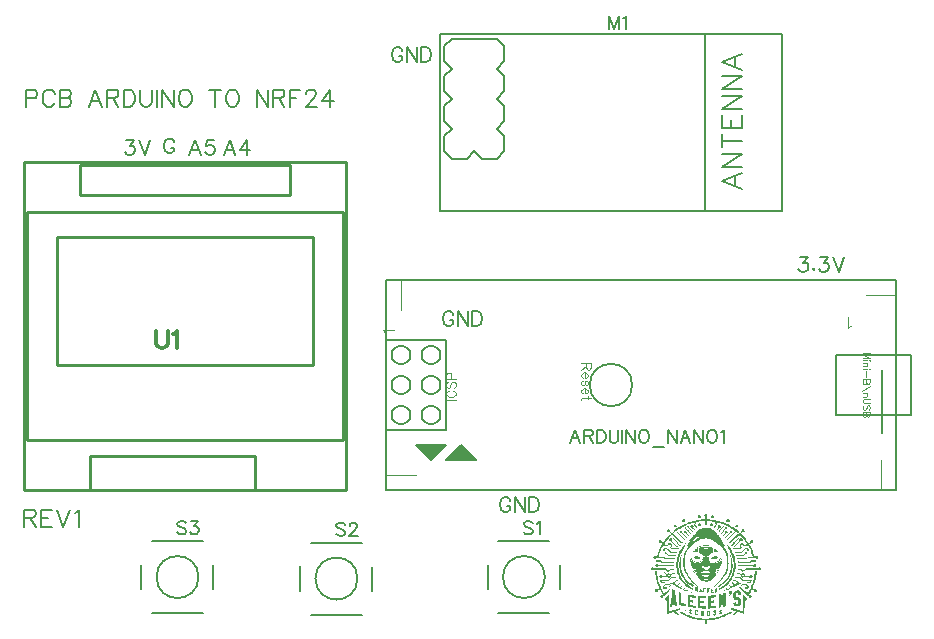
<source format=gto>
G04 Layer: TopSilkscreenLayer*
G04 EasyEDA v6.5.54, 2026-02-13 05:53:55*
G04 70323f53a5ba4409a2e903c6c44e9b96,20cc673dbd184c8ca6733993ffc9aab1,10*
G04 Gerber Generator version 0.2*
G04 Scale: 100 percent, Rotated: No, Reflected: No *
G04 Dimensions in millimeters *
G04 leading zeros omitted , absolute positions ,4 integer and 5 decimal *
%FSLAX45Y45*%
%MOMM*%

%ADD10C,0.2032*%
%ADD11C,0.3048*%
%ADD12C,0.1524*%
%ADD13C,0.0650*%
%ADD14C,0.0813*%
%ADD15C,0.0488*%
%ADD16C,0.0099*%
%ADD17C,0.1422*%
%ADD18C,0.2540*%
%ADD19C,0.0125*%
%ADD20C,0.1270*%
%ADD21C,0.0157*%

%LPD*%
G36*
X6736537Y2985211D02*
G01*
X6733082Y2985160D01*
X6728917Y2983839D01*
X6726224Y2982163D01*
X6724040Y2979674D01*
X6722059Y2975610D01*
X6722059Y2969361D01*
X6724142Y2965043D01*
X6728459Y2961335D01*
X6728206Y2939389D01*
X6704228Y2938221D01*
X6680708Y2935782D01*
X6669481Y2934258D01*
X6658203Y2932430D01*
X6643522Y2929483D01*
X6619036Y2923387D01*
X6607556Y2919984D01*
X6589674Y2914192D01*
X6564274Y2904083D01*
X6555435Y2900222D01*
X6533896Y2889910D01*
X6521196Y2882950D01*
X6506972Y2874772D01*
X6493814Y2866136D01*
X6477152Y2854147D01*
X6462928Y2843072D01*
X6445656Y2827426D01*
X6442862Y2829966D01*
X6433007Y2837992D01*
X6433464Y2842818D01*
X6432194Y2847340D01*
X6429857Y2850845D01*
X6426200Y2853334D01*
X6420866Y2854858D01*
X6416192Y2854350D01*
X6411163Y2851658D01*
X6408420Y2848000D01*
X6406896Y2842869D01*
X6406896Y2839974D01*
X6408978Y2834386D01*
X6413042Y2830271D01*
X6416446Y2828798D01*
X6425234Y2829255D01*
X6436207Y2819552D01*
X6436258Y2818790D01*
X6427368Y2810408D01*
X6414516Y2796997D01*
X6400800Y2781046D01*
X6388252Y2764536D01*
X6380327Y2752902D01*
X6373114Y2741117D01*
X6372606Y2741117D01*
X6364579Y2747111D01*
X6361633Y2748737D01*
X6360871Y2755646D01*
X6358839Y2759862D01*
X6354775Y2763062D01*
X6351676Y2764637D01*
X6343497Y2764637D01*
X6338620Y2761640D01*
X6336436Y2759100D01*
X6334506Y2755036D01*
X6334506Y2748229D01*
X6337604Y2742438D01*
X6342837Y2739085D01*
X6347917Y2738272D01*
X6351371Y2738831D01*
X6355130Y2740202D01*
X6357721Y2738577D01*
X6359702Y2736748D01*
X6365087Y2732735D01*
X6367526Y2731160D01*
X6365798Y2729331D01*
X6365798Y2728772D01*
X6357823Y2715971D01*
X6347866Y2696768D01*
X6339535Y2678531D01*
X6335471Y2668473D01*
X6328613Y2648000D01*
X6324854Y2634945D01*
X6323787Y2630627D01*
X6322517Y2623616D01*
X6315710Y2623870D01*
X6313830Y2627223D01*
X6310833Y2630322D01*
X6306413Y2632405D01*
X6299504Y2631998D01*
X6295644Y2630170D01*
X6292596Y2627172D01*
X6290716Y2623413D01*
X6290310Y2617419D01*
X6292494Y2612136D01*
X6296304Y2608783D01*
X6299962Y2607208D01*
X6307328Y2607106D01*
X6311798Y2609189D01*
X6315405Y2613101D01*
X6376619Y2613101D01*
X6380022Y2610815D01*
X6391605Y2600655D01*
X6462471Y2600248D01*
X6468110Y2599588D01*
X6469430Y2600655D01*
X6470650Y2610205D01*
X6464604Y2611221D01*
X6461556Y2609748D01*
X6396380Y2609748D01*
X6393281Y2611882D01*
X6383172Y2620568D01*
X6379362Y2623413D01*
X6337401Y2623058D01*
X6337401Y2624937D01*
X6341465Y2638755D01*
X6348628Y2659989D01*
X6357112Y2681427D01*
X6366713Y2701086D01*
X6372656Y2711805D01*
X6377381Y2719324D01*
X6378752Y2722422D01*
X6379921Y2722422D01*
X6380480Y2721508D01*
X6386931Y2717139D01*
X6393434Y2713990D01*
X6401409Y2711856D01*
X6404711Y2711907D01*
X6409131Y2713228D01*
X6414516Y2715818D01*
X6416700Y2717800D01*
X6416700Y2719120D01*
X6419088Y2723794D01*
X6421831Y2725877D01*
X6425133Y2727248D01*
X6429298Y2727248D01*
X6432600Y2725877D01*
X6435344Y2723794D01*
X6437274Y2720086D01*
X6437274Y2716174D01*
X6435191Y2711907D01*
X6431635Y2707995D01*
X6427724Y2706725D01*
X6427470Y2705404D01*
X6436512Y2696210D01*
X6447282Y2686354D01*
X6492544Y2686964D01*
X6498386Y2685034D01*
X6499656Y2685542D01*
X6502450Y2691434D01*
X6503314Y2694279D01*
X6502298Y2695498D01*
X6497116Y2696159D01*
X6492544Y2694127D01*
X6450025Y2694787D01*
X6441694Y2703017D01*
X6446570Y2710180D01*
X6448145Y2714904D01*
X6448145Y2722168D01*
X6446215Y2727096D01*
X6442913Y2731770D01*
X6440932Y2733497D01*
X6436004Y2736646D01*
X6431178Y2737967D01*
X6423253Y2737866D01*
X6418529Y2736291D01*
X6416446Y2735275D01*
X6412179Y2731871D01*
X6406337Y2724607D01*
X6403746Y2722930D01*
X6400292Y2723540D01*
X6394450Y2726385D01*
X6385356Y2732278D01*
X6385407Y2733243D01*
X6390538Y2741828D01*
X6399072Y2754325D01*
X6411315Y2770784D01*
X6420358Y2781757D01*
X6432600Y2795066D01*
X6446926Y2809392D01*
X6451396Y2805633D01*
X6522212Y2743098D01*
X6531965Y2735376D01*
X6533134Y2735376D01*
X6536029Y2739440D01*
X6538569Y2741777D01*
X6538569Y2743403D01*
X6534912Y2747264D01*
X6456832Y2818028D01*
X6456832Y2818942D01*
X6467856Y2828747D01*
X6484975Y2842107D01*
X6493205Y2848203D01*
X6507226Y2857754D01*
X6513576Y2861818D01*
X6527393Y2870098D01*
X6527800Y2870098D01*
X6531457Y2872384D01*
X6540754Y2877210D01*
X6559346Y2886354D01*
X6567170Y2889859D01*
X6583832Y2896870D01*
X6593636Y2900629D01*
X6618071Y2908401D01*
X6640118Y2914345D01*
X6642811Y2915310D01*
X6643319Y2914853D01*
X6640779Y2909214D01*
X6635140Y2899054D01*
X6634327Y2897886D01*
X6635851Y2894838D01*
X6657086Y2868930D01*
X6658000Y2867253D01*
X6659473Y2867253D01*
X6663334Y2870301D01*
X6663334Y2871774D01*
X6645249Y2896514D01*
X6645249Y2897784D01*
X6650126Y2905658D01*
X6654546Y2913837D01*
X6654546Y2915564D01*
X6656273Y2917545D01*
X6667042Y2919577D01*
X6679742Y2921457D01*
X6695897Y2923336D01*
X6709968Y2924352D01*
X6710578Y2924708D01*
X6728206Y2925013D01*
X6728663Y2892399D01*
X6740550Y2892145D01*
X6741312Y2893872D01*
X6741718Y2924962D01*
X6761480Y2924759D01*
X6763410Y2924302D01*
X6775653Y2923387D01*
X6793788Y2921000D01*
X6812838Y2917850D01*
X6813499Y2913532D01*
X6815683Y2907284D01*
X6817614Y2903423D01*
X6820865Y2898190D01*
X6821424Y2896158D01*
X6803339Y2872282D01*
X6803339Y2871063D01*
X6804253Y2871063D01*
X6807606Y2868218D01*
X6808927Y2868218D01*
X6822440Y2885440D01*
X6823659Y2886659D01*
X6831228Y2896514D01*
X6831228Y2898241D01*
X6827774Y2905048D01*
X6824827Y2913837D01*
X6824827Y2915208D01*
X6826097Y2915208D01*
X6842709Y2910941D01*
X6854901Y2907436D01*
X6876084Y2900375D01*
X6893610Y2893517D01*
X6899960Y2890621D01*
X6904786Y2888792D01*
X6911746Y2885744D01*
X6927850Y2877667D01*
X6938416Y2871927D01*
X6946188Y2867253D01*
X6946646Y2867253D01*
X6957923Y2860598D01*
X6967981Y2853842D01*
X6982663Y2843479D01*
X6992975Y2835351D01*
X7011568Y2819908D01*
X7012736Y2818536D01*
X7008114Y2814878D01*
X6942074Y2754426D01*
X6930542Y2743403D01*
X6930542Y2741777D01*
X6933031Y2739491D01*
X6936028Y2734919D01*
X6936536Y2734919D01*
X6939635Y2737053D01*
X6949897Y2745638D01*
X6987286Y2779420D01*
X7007656Y2797454D01*
X7021474Y2809240D01*
X7022388Y2809240D01*
X7033107Y2798419D01*
X7045858Y2785008D01*
X7054748Y2774950D01*
X7068007Y2757424D01*
X7080148Y2739948D01*
X7084212Y2733344D01*
X7084212Y2732125D01*
X7076135Y2726791D01*
X7068820Y2723489D01*
X7065213Y2722880D01*
X7063130Y2724099D01*
X7057186Y2732024D01*
X7052157Y2735732D01*
X7046772Y2737713D01*
X7041388Y2738272D01*
X7035190Y2737358D01*
X7029653Y2734716D01*
X7024166Y2729331D01*
X7021931Y2724607D01*
X7020610Y2719781D01*
X7020610Y2715971D01*
X7021626Y2712110D01*
X7022795Y2709722D01*
X7025538Y2705658D01*
X7027925Y2703118D01*
X7018883Y2694736D01*
X6987082Y2694025D01*
X6974789Y2694533D01*
X6971080Y2696718D01*
X6966559Y2695549D01*
X6965899Y2694482D01*
X6967169Y2690977D01*
X6969658Y2686151D01*
X6970979Y2685084D01*
X6974840Y2686354D01*
X7022134Y2686862D01*
X7029196Y2693416D01*
X7041845Y2705760D01*
X7040016Y2707081D01*
X7039152Y2707081D01*
X7034834Y2709976D01*
X7032396Y2714091D01*
X7031736Y2719476D01*
X7033920Y2723896D01*
X7037019Y2726232D01*
X7041642Y2727401D01*
X7046772Y2726131D01*
X7050074Y2723743D01*
X7053275Y2716885D01*
X7058253Y2714244D01*
X7064908Y2711856D01*
X7067854Y2711907D01*
X7073239Y2713228D01*
X7078624Y2715310D01*
X7083501Y2717749D01*
X7088886Y2721711D01*
X7089190Y2722422D01*
X7090511Y2722422D01*
X7096302Y2712618D01*
X7101078Y2703982D01*
X7113016Y2679496D01*
X7119823Y2662732D01*
X7127240Y2641650D01*
X7131100Y2629154D01*
X7132320Y2624074D01*
X7131761Y2623566D01*
X7090765Y2623718D01*
X7087971Y2622651D01*
X7080097Y2616149D01*
X7072934Y2609748D01*
X7005218Y2610205D01*
X7000087Y2610459D01*
X6998919Y2609291D01*
X7000087Y2603754D01*
X7001306Y2599893D01*
X7005675Y2600198D01*
X7076998Y2600706D01*
X7091781Y2613101D01*
X7154570Y2613101D01*
X7157110Y2609900D01*
X7162698Y2607106D01*
X7171181Y2607106D01*
X7176008Y2610002D01*
X7179106Y2614523D01*
X7179767Y2619908D01*
X7179208Y2624226D01*
X7177074Y2627223D01*
X7174534Y2629966D01*
X7169912Y2632303D01*
X7163765Y2632252D01*
X7159345Y2630322D01*
X7156094Y2627223D01*
X7154824Y2624226D01*
X7147763Y2623566D01*
X7147052Y2624378D01*
X7144461Y2635859D01*
X7141921Y2645003D01*
X7137603Y2657957D01*
X7133031Y2670860D01*
X7126731Y2685745D01*
X7116165Y2707335D01*
X7108596Y2720746D01*
X7105446Y2725572D01*
X7102348Y2731008D01*
X7104837Y2732735D01*
X7113524Y2739694D01*
X7115860Y2739694D01*
X7117029Y2738526D01*
X7125563Y2738577D01*
X7130643Y2741117D01*
X7133640Y2744673D01*
X7135114Y2748991D01*
X7135114Y2754579D01*
X7133183Y2758643D01*
X7130135Y2762250D01*
X7125360Y2764637D01*
X7117994Y2764637D01*
X7113219Y2762250D01*
X7109815Y2758389D01*
X7107732Y2752140D01*
X7107732Y2748330D01*
X7104888Y2746908D01*
X7098182Y2741879D01*
X7096759Y2740507D01*
X7086346Y2756712D01*
X7078167Y2768244D01*
X7072274Y2775915D01*
X7062520Y2787904D01*
X7056628Y2794609D01*
X7046671Y2805125D01*
X7032853Y2818536D01*
X7032853Y2819704D01*
X7034784Y2821076D01*
X7044080Y2829864D01*
X7046010Y2828899D01*
X7052106Y2828899D01*
X7056272Y2830880D01*
X7059777Y2834386D01*
X7061708Y2839466D01*
X7061708Y2842920D01*
X7060539Y2846882D01*
X7057745Y2850946D01*
X7053783Y2853537D01*
X7048296Y2854604D01*
X7043420Y2853740D01*
X7040676Y2852369D01*
X7037324Y2849422D01*
X7035292Y2844190D01*
X7035292Y2837637D01*
X7027722Y2831846D01*
X7022896Y2827375D01*
X7014514Y2835452D01*
X7002272Y2845968D01*
X6986828Y2858008D01*
X6968998Y2870403D01*
X6956755Y2878175D01*
X6939127Y2888030D01*
X6918807Y2897936D01*
X6895592Y2908096D01*
X6883349Y2912872D01*
X6859371Y2920847D01*
X6842252Y2925673D01*
X6826097Y2929483D01*
X6811873Y2932379D01*
X6794753Y2935274D01*
X6779107Y2937205D01*
X6768338Y2938170D01*
X6752691Y2939186D01*
X6741922Y2939491D01*
X6741617Y2960878D01*
X6745224Y2964332D01*
X6747764Y2969615D01*
X6747611Y2975356D01*
X6746494Y2978251D01*
X6743953Y2981858D01*
X6740448Y2983992D01*
G37*
G36*
X6792366Y2974644D02*
G01*
X6789369Y2974543D01*
X6787438Y2974086D01*
X6783476Y2972308D01*
X6780022Y2968650D01*
X6778599Y2965856D01*
X6778599Y2958033D01*
X6781546Y2953359D01*
X6785305Y2950870D01*
X6789674Y2949600D01*
X6795414Y2950108D01*
X6800138Y2952648D01*
X6803237Y2957169D01*
X6804406Y2961436D01*
X6803796Y2965653D01*
X6801103Y2970530D01*
X6797294Y2973222D01*
G37*
G36*
X6676339Y2974594D02*
G01*
X6671767Y2973171D01*
X6667347Y2969361D01*
X6665315Y2964078D01*
X6665315Y2960166D01*
X6666382Y2956661D01*
X6669024Y2952851D01*
X6675323Y2949651D01*
X6682689Y2949956D01*
X6687566Y2952343D01*
X6690715Y2956915D01*
X6691782Y2962148D01*
X6690156Y2967939D01*
X6686245Y2972257D01*
X6681774Y2974289D01*
G37*
G36*
X6919569Y2941574D02*
G01*
X6914845Y2939999D01*
X6911035Y2936341D01*
X6908800Y2932226D01*
X6908800Y2924048D01*
X6912102Y2919171D01*
X6916115Y2916631D01*
X6920026Y2915564D01*
X6926427Y2916072D01*
X6929831Y2917494D01*
X6932371Y2920238D01*
X6934504Y2923946D01*
X6935114Y2929991D01*
X6933387Y2935071D01*
X6930491Y2938729D01*
X6926224Y2941116D01*
G37*
G36*
X6545173Y2941523D02*
G01*
X6542227Y2940761D01*
X6539280Y2939237D01*
X6536181Y2936036D01*
X6533946Y2932226D01*
X6533946Y2924556D01*
X6536181Y2920695D01*
X6538620Y2918206D01*
X6542735Y2916275D01*
X6547002Y2915107D01*
X6552031Y2916275D01*
X6554724Y2917647D01*
X6557772Y2920695D01*
X6560210Y2925876D01*
X6560667Y2929839D01*
X6558483Y2935478D01*
X6555028Y2939237D01*
X6551066Y2941218D01*
G37*
G36*
X6680250Y2905099D02*
G01*
X6677761Y2904286D01*
X6674866Y2902813D01*
X6672275Y2900070D01*
X6670040Y2896260D01*
X6670056Y2891790D01*
X6680962Y2891790D01*
X6680962Y2893923D01*
X6681622Y2894584D01*
X6683298Y2894584D01*
X6684619Y2893009D01*
X6682384Y2891282D01*
X6680962Y2891790D01*
X6670056Y2891790D01*
X6670090Y2889554D01*
X6671513Y2886405D01*
X6675069Y2882696D01*
X6678777Y2880969D01*
X6684314Y2880563D01*
X6689394Y2882239D01*
X6692798Y2885135D01*
X6694678Y2888742D01*
X6695287Y2894025D01*
X6693611Y2899156D01*
X6691223Y2902204D01*
X6687058Y2904642D01*
G37*
G36*
X6777126Y2905099D02*
G01*
X6773164Y2903677D01*
X6769658Y2900832D01*
X6767118Y2895854D01*
X6767118Y2893212D01*
X6778294Y2893212D01*
X6779514Y2894634D01*
X6781546Y2894330D01*
X6781546Y2891434D01*
X6779412Y2891180D01*
X6778294Y2893212D01*
X6767118Y2893212D01*
X6767118Y2889758D01*
X6769150Y2885490D01*
X6772960Y2882138D01*
X6776669Y2880512D01*
X6783527Y2880461D01*
X6787438Y2882239D01*
X6790232Y2884728D01*
X6792518Y2889554D01*
X6792569Y2895904D01*
X6791147Y2899257D01*
X6788556Y2902254D01*
X6784136Y2904794D01*
G37*
G36*
X6616141Y2895092D02*
G01*
X6609994Y2892907D01*
X6606540Y2889656D01*
X6604762Y2886202D01*
X6603634Y2881223D01*
X6615379Y2881223D01*
X6616496Y2883306D01*
X6617614Y2884017D01*
X6619240Y2884017D01*
X6620764Y2882544D01*
X6620764Y2880664D01*
X6618833Y2878734D01*
X6617766Y2878734D01*
X6615988Y2879699D01*
X6615379Y2881223D01*
X6603634Y2881223D01*
X6603542Y2880817D01*
X6605066Y2875635D01*
X6608013Y2871114D01*
X6611772Y2868676D01*
X6617411Y2867253D01*
X6620154Y2867253D01*
X6624929Y2861259D01*
X6630517Y2855417D01*
X6635953Y2848762D01*
X6635953Y2848051D01*
X6637172Y2848051D01*
X6641338Y2851962D01*
X6641338Y2852775D01*
X6632295Y2863189D01*
X6627774Y2868930D01*
X6627063Y2870200D01*
X6628485Y2871774D01*
X6631228Y2876600D01*
X6631279Y2885236D01*
X6629146Y2889605D01*
X6625488Y2892806D01*
X6621170Y2894634D01*
G37*
G36*
X6471767Y2894584D02*
G01*
X6468262Y2893314D01*
X6466179Y2891891D01*
X6464300Y2889554D01*
X6462522Y2886202D01*
X6462471Y2880410D01*
X6463842Y2877058D01*
X6466281Y2874213D01*
X6469329Y2872181D01*
X6474358Y2870911D01*
X6479082Y2872181D01*
X6483197Y2874924D01*
X6485788Y2880156D01*
X6486296Y2883814D01*
X6485229Y2887726D01*
X6482334Y2891637D01*
X6477965Y2894126D01*
G37*
G36*
X6994652Y2894076D02*
G01*
X6991959Y2894025D01*
X6988048Y2892298D01*
X6985609Y2889859D01*
X6983425Y2885846D01*
X6983425Y2879394D01*
X6986168Y2875127D01*
X6989318Y2872536D01*
X6992975Y2871571D01*
X6996887Y2871571D01*
X7000798Y2872638D01*
X7005320Y2877058D01*
X7006539Y2881376D01*
X7006031Y2886659D01*
X7004507Y2889554D01*
X7001052Y2892806D01*
X6997344Y2894076D01*
G37*
G36*
X6845147Y2889300D02*
G01*
X6840270Y2887370D01*
X6836714Y2884220D01*
X6834428Y2879953D01*
X6834428Y2877362D01*
X6845350Y2877362D01*
X6846519Y2878734D01*
X6849364Y2877616D01*
X6849922Y2875381D01*
X6848652Y2873908D01*
X6845655Y2874213D01*
X6845350Y2877362D01*
X6834428Y2877362D01*
X6834378Y2871774D01*
X6837172Y2866288D01*
X6838086Y2865729D01*
X6838086Y2864459D01*
X6831584Y2856585D01*
X6827774Y2853080D01*
X6827774Y2852267D01*
X6832396Y2848051D01*
X6844690Y2861868D01*
X6851548Y2862376D01*
X6855358Y2863951D01*
X6858457Y2867101D01*
X6860794Y2871774D01*
X6861200Y2877362D01*
X6859981Y2881477D01*
X6856425Y2886100D01*
X6850634Y2888945D01*
G37*
G36*
X6582867Y2885846D02*
G01*
X6580581Y2885389D01*
X6577380Y2882239D01*
X6576822Y2879445D01*
X6577584Y2875432D01*
X6578955Y2873806D01*
X6582867Y2872079D01*
X6585305Y2872028D01*
X6619087Y2835960D01*
X6619849Y2834640D01*
X6621018Y2834690D01*
X6623456Y2836824D01*
X6624828Y2838450D01*
X6617614Y2846882D01*
X6607911Y2857398D01*
X6605727Y2859328D01*
X6596125Y2869895D01*
X6595465Y2870352D01*
X6589877Y2876854D01*
X6590487Y2878632D01*
X6589522Y2882747D01*
X6586778Y2885440D01*
G37*
G36*
X6881215Y2885490D02*
G01*
X6878269Y2882747D01*
X6877710Y2880410D01*
X6877456Y2876499D01*
X6864858Y2863189D01*
X6856374Y2854553D01*
X6843471Y2840024D01*
X6843471Y2838551D01*
X6845401Y2837942D01*
X6846417Y2836062D01*
X6848246Y2836062D01*
X6849872Y2838500D01*
X6881723Y2872028D01*
X6884924Y2872028D01*
X6888378Y2873451D01*
X6890410Y2875991D01*
X6890410Y2882188D01*
X6887108Y2885490D01*
G37*
G36*
X6562140Y2875889D02*
G01*
X6559854Y2875838D01*
X6555943Y2873705D01*
X6553758Y2869895D01*
X6553708Y2865272D01*
X6555079Y2862681D01*
X6557416Y2860700D01*
X6560616Y2859430D01*
X6565798Y2860040D01*
X6577584Y2848305D01*
X6581648Y2843682D01*
X6581698Y2836316D01*
X6582359Y2834690D01*
X6587947Y2828544D01*
X6602323Y2813812D01*
X6603898Y2816148D01*
X6606590Y2818790D01*
X6606590Y2819450D01*
X6588709Y2837078D01*
X6588048Y2838704D01*
X6587388Y2848305D01*
X6583375Y2851658D01*
X6569456Y2865475D01*
X6570472Y2867406D01*
X6569202Y2871266D01*
X6564426Y2875889D01*
G37*
G36*
X6903872Y2875889D02*
G01*
X6900976Y2874111D01*
X6899300Y2872232D01*
X6897776Y2868726D01*
X6897776Y2865424D01*
X6880910Y2848457D01*
X6880148Y2847238D01*
X6879539Y2838856D01*
X6861098Y2820517D01*
X6861098Y2819044D01*
X6863994Y2816250D01*
X6863994Y2815437D01*
X6865772Y2815437D01*
X6877913Y2828137D01*
X6882841Y2832963D01*
X6885533Y2834894D01*
X6886143Y2843530D01*
X6887260Y2845612D01*
X6901840Y2860598D01*
X6903415Y2859938D01*
X6906971Y2859481D01*
X6910273Y2860548D01*
X6912813Y2862681D01*
X6914388Y2865780D01*
X6914337Y2868930D01*
X6913168Y2871825D01*
X6911746Y2873806D01*
X6908292Y2875889D01*
G37*
G36*
X6734098Y2870454D02*
G01*
X6723786Y2868676D01*
X6708495Y2864866D01*
X6701281Y2862376D01*
X6691477Y2858668D01*
X6684619Y2855671D01*
X6670446Y2848406D01*
X6662623Y2843276D01*
X6650126Y2833624D01*
X6643065Y2827324D01*
X6635953Y2820568D01*
X6635953Y2819806D01*
X6637629Y2820416D01*
X6643065Y2823921D01*
X6652361Y2828340D01*
X6659168Y2831185D01*
X6663334Y2832608D01*
X6663334Y2831947D01*
X6659168Y2829661D01*
X6647434Y2822498D01*
X6640118Y2817164D01*
X6630314Y2809544D01*
X6621170Y2800807D01*
X6618224Y2796692D01*
X6618884Y2796082D01*
X6619544Y2796997D01*
X6623456Y2799943D01*
X6633972Y2806801D01*
X6634429Y2806801D01*
X6639610Y2809849D01*
X6645706Y2813100D01*
X6645249Y2811830D01*
X6643268Y2810662D01*
X6634478Y2803448D01*
X6776059Y2803448D01*
X6775450Y2802839D01*
X6774789Y2803448D01*
X6634478Y2803448D01*
X6611366Y2783586D01*
X6602882Y2773984D01*
X6591401Y2758643D01*
X6591401Y2757932D01*
X6592163Y2757932D01*
X6603492Y2768244D01*
X6610146Y2773984D01*
X6625793Y2786227D01*
X6627622Y2787192D01*
X6627622Y2786837D01*
X6615074Y2772562D01*
X6600901Y2755290D01*
X6592773Y2744825D01*
X6581292Y2727960D01*
X6577025Y2720746D01*
X6575806Y2719324D01*
X6572300Y2713177D01*
X6572859Y2712669D01*
X6606844Y2746248D01*
X6620865Y2759303D01*
X6639610Y2774035D01*
X6646468Y2778912D01*
X6661810Y2788513D01*
X6670802Y2793390D01*
X6684314Y2799638D01*
X6693458Y2802991D01*
X6691477Y2801467D01*
X6682181Y2796133D01*
X6665772Y2785465D01*
X6646976Y2772359D01*
X6630720Y2759100D01*
X6622999Y2752394D01*
X6601917Y2731770D01*
X6593078Y2721711D01*
X6581292Y2706827D01*
X6570522Y2691028D01*
X6562242Y2676347D01*
X6560108Y2672080D01*
X6556095Y2662275D01*
X6552793Y2652166D01*
X6551269Y2646426D01*
X6548374Y2631795D01*
X6546900Y2622448D01*
X6544919Y2599436D01*
X6543903Y2561082D01*
X6544970Y2545232D01*
X6545884Y2539390D01*
X6545884Y2535986D01*
X6547967Y2525572D01*
X6550914Y2513584D01*
X6555587Y2499715D01*
X6560159Y2489200D01*
X6564122Y2481478D01*
X6570522Y2470454D01*
X6582054Y2453436D01*
X6589217Y2444089D01*
X6598970Y2432100D01*
X6609689Y2420112D01*
X6619341Y2410053D01*
X6638137Y2391765D01*
X6666534Y2366975D01*
X6672376Y2362809D01*
X6673646Y2362809D01*
X6673646Y2364130D01*
X6669531Y2369261D01*
X6630263Y2408834D01*
X6618020Y2422194D01*
X6604965Y2437841D01*
X6588506Y2461158D01*
X6585153Y2466594D01*
X6579108Y2477160D01*
X6572758Y2490012D01*
X6567068Y2504033D01*
X6563766Y2515057D01*
X6560515Y2529433D01*
X6559550Y2534716D01*
X6558584Y2541676D01*
X6556705Y2565400D01*
X6556705Y2595118D01*
X6558127Y2618638D01*
X6559042Y2626309D01*
X6560566Y2634691D01*
X6563004Y2645003D01*
X6566509Y2655011D01*
X6570014Y2661767D01*
X6574434Y2669438D01*
X6584950Y2684932D01*
X6593331Y2696006D01*
X6606946Y2711145D01*
X6623456Y2727045D01*
X6633768Y2735630D01*
X6646976Y2745282D01*
X6654292Y2750108D01*
X6668516Y2758338D01*
X6680250Y2764078D01*
X6694931Y2769768D01*
X6706158Y2773273D01*
X6712762Y2774899D01*
X6719620Y2776321D01*
X6731711Y2778201D01*
X6744360Y2777591D01*
X6750202Y2776677D01*
X6762699Y2773832D01*
X6770776Y2771444D01*
X6778091Y2768955D01*
X6784492Y2766466D01*
X6802120Y2758084D01*
X6814058Y2751277D01*
X6831482Y2739491D01*
X6848602Y2725623D01*
X6864756Y2709722D01*
X6879996Y2691993D01*
X6888937Y2679750D01*
X6894474Y2671470D01*
X6899046Y2663698D01*
X6904939Y2651201D01*
X6907987Y2641650D01*
X6910933Y2627223D01*
X6911949Y2619095D01*
X6913168Y2605684D01*
X6913168Y2553868D01*
X6911898Y2542387D01*
X6909460Y2527249D01*
X6905853Y2512618D01*
X6902551Y2502103D01*
X6899656Y2494889D01*
X6897268Y2489860D01*
X6897268Y2489301D01*
X6891121Y2477160D01*
X6883400Y2463749D01*
X6873697Y2449372D01*
X6864299Y2437028D01*
X6853224Y2423718D01*
X6843674Y2412898D01*
X6831025Y2399487D01*
X6795465Y2364130D01*
X6795820Y2363012D01*
X6797548Y2362708D01*
X6799834Y2363266D01*
X6814058Y2375255D01*
X6831939Y2391460D01*
X6848652Y2407615D01*
X6863283Y2423007D01*
X6879437Y2441651D01*
X6891528Y2457399D01*
X6901027Y2471420D01*
X6905650Y2479548D01*
X6910425Y2488742D01*
X6914743Y2498750D01*
X6918756Y2510231D01*
X6920687Y2516936D01*
X6922668Y2525572D01*
X6924649Y2538526D01*
X6925665Y2551023D01*
X6926478Y2566822D01*
X6925665Y2569718D01*
X6925614Y2590800D01*
X6924243Y2615285D01*
X6922668Y2628188D01*
X6920331Y2640685D01*
X6917842Y2650286D01*
X6914286Y2661310D01*
X6910578Y2670454D01*
X6905650Y2680766D01*
X6896658Y2695346D01*
X6891731Y2702509D01*
X6875525Y2723692D01*
X6869633Y2730296D01*
X6857746Y2742793D01*
X6844690Y2754884D01*
X6838797Y2759913D01*
X6827570Y2768803D01*
X6815328Y2777845D01*
X6801103Y2787548D01*
X6779259Y2801061D01*
X6778599Y2801112D01*
X6776161Y2802991D01*
X6777736Y2802991D01*
X6791807Y2797048D01*
X6806488Y2789732D01*
X6816648Y2783738D01*
X6828028Y2775966D01*
X6834378Y2771190D01*
X6849770Y2758846D01*
X6870141Y2739593D01*
X6897268Y2712669D01*
X6897217Y2714040D01*
X6887311Y2729839D01*
X6879539Y2741371D01*
X6857390Y2769057D01*
X6849313Y2778556D01*
X6841794Y2786684D01*
X6842810Y2786684D01*
X6866229Y2768447D01*
X6878218Y2757881D01*
X6878218Y2758846D01*
X6866534Y2774035D01*
X6859473Y2782112D01*
X6855917Y2785567D01*
X6832904Y2805125D01*
X6826199Y2810408D01*
X6822643Y2813558D01*
X6838797Y2804769D01*
X6849872Y2797149D01*
X6850430Y2797708D01*
X6846620Y2802280D01*
X6840423Y2808325D01*
X6832142Y2814828D01*
X6824624Y2820365D01*
X6817004Y2825597D01*
X6806234Y2831947D01*
X6806234Y2832811D01*
X6816801Y2828696D01*
X6824878Y2824581D01*
X6829501Y2821940D01*
X6831380Y2820263D01*
X6832701Y2820263D01*
X6832701Y2820771D01*
X6823608Y2829458D01*
X6815328Y2836824D01*
X6803085Y2846019D01*
X6794246Y2851302D01*
X6783019Y2857093D01*
X6768338Y2862834D01*
X6758533Y2865932D01*
X6751218Y2867710D01*
X6739432Y2870047D01*
G37*
G36*
X6561683Y2845206D02*
G01*
X6558381Y2845155D01*
X6553301Y2843225D01*
X6550253Y2840177D01*
X6548932Y2837281D01*
X6547866Y2832709D01*
X6548983Y2828137D01*
X6551422Y2824378D01*
X6553504Y2822651D01*
X6556908Y2821127D01*
X6564579Y2821482D01*
X6583476Y2801772D01*
X6585305Y2799588D01*
X6590080Y2804363D01*
X6580479Y2814726D01*
X6570370Y2824988D01*
X6570370Y2825546D01*
X6572351Y2829306D01*
X6572351Y2836418D01*
X6570065Y2840634D01*
X6565392Y2844088D01*
G37*
G36*
X6902856Y2844241D02*
G01*
X6898436Y2841498D01*
X6895490Y2837992D01*
X6894322Y2831795D01*
X6895439Y2827426D01*
X6896303Y2826918D01*
X6896252Y2824784D01*
X6885940Y2814269D01*
X6877710Y2805531D01*
X6877710Y2804160D01*
X6881622Y2800400D01*
X6894017Y2813304D01*
X6902348Y2821279D01*
X6908901Y2820162D01*
X6912711Y2821381D01*
X6915962Y2823768D01*
X6918807Y2828645D01*
X6918807Y2835452D01*
X6917334Y2838907D01*
X6914184Y2842412D01*
X6909917Y2844241D01*
G37*
G36*
X6520230Y2842310D02*
G01*
X6517233Y2840532D01*
X6515557Y2838043D01*
X6515557Y2832862D01*
X6517741Y2829661D01*
X6520688Y2827985D01*
X6525717Y2827934D01*
X6527190Y2825750D01*
X6571335Y2779725D01*
X6571335Y2779014D01*
X6572707Y2779014D01*
X6576263Y2782468D01*
X6576263Y2783433D01*
X6572097Y2788361D01*
X6561328Y2799892D01*
X6533896Y2828188D01*
X6530238Y2832201D01*
X6530238Y2837281D01*
X6528307Y2840380D01*
X6525107Y2842310D01*
G37*
G36*
X6944004Y2842310D02*
G01*
X6939838Y2840278D01*
X6938416Y2837586D01*
X6938365Y2832455D01*
X6930898Y2824327D01*
X6920992Y2814269D01*
X6900468Y2792679D01*
X6891426Y2783535D01*
X6891426Y2782468D01*
X6894931Y2779014D01*
X6896252Y2779014D01*
X6897522Y2780792D01*
X6942836Y2827934D01*
X6948627Y2827934D01*
X6952081Y2831287D01*
X6953199Y2835046D01*
X6952538Y2838399D01*
X6950456Y2840990D01*
X6947255Y2842310D01*
G37*
G36*
X6974382Y2835148D02*
G01*
X6947865Y2808986D01*
X6906564Y2767482D01*
X6906564Y2766720D01*
X6909714Y2762707D01*
X6910781Y2762707D01*
X6978294Y2829915D01*
X6979107Y2831388D01*
X6975398Y2835097D01*
G37*
G36*
X6493306Y2835097D02*
G01*
X6489090Y2830880D01*
X6493662Y2825750D01*
X6555130Y2765348D01*
X6558229Y2762504D01*
X6562090Y2766669D01*
X6561785Y2767431D01*
X6549135Y2780233D01*
X6495237Y2833776D01*
X6494475Y2835097D01*
G37*
G36*
X7013651Y2788615D02*
G01*
X7013041Y2788462D01*
X6973773Y2750007D01*
X6967778Y2744520D01*
X6967778Y2741117D01*
X6969302Y2738780D01*
X6968286Y2736951D01*
X6954570Y2724048D01*
X6949186Y2720289D01*
X6949135Y2719171D01*
X6952335Y2713736D01*
X6954012Y2714040D01*
X6973366Y2732836D01*
X6978853Y2735376D01*
X6980529Y2737154D01*
X6981088Y2740507D01*
X6979005Y2745130D01*
X6980631Y2747619D01*
X7011568Y2778201D01*
X7017207Y2783535D01*
X7017207Y2784754D01*
G37*
G36*
X6454038Y2788056D02*
G01*
X6450939Y2784957D01*
X6450939Y2782925D01*
X6487617Y2747111D01*
X6488684Y2744622D01*
X6487160Y2741015D01*
X6487160Y2737459D01*
X6489852Y2735072D01*
X6495237Y2732633D01*
X6513982Y2714955D01*
X6516522Y2713634D01*
X6517894Y2714802D01*
X6518554Y2717241D01*
X6520484Y2719832D01*
X6519875Y2721457D01*
X6518656Y2721457D01*
X6513982Y2724505D01*
X6502196Y2735122D01*
X6499453Y2738831D01*
X6500368Y2741218D01*
X6500368Y2743962D01*
X6464503Y2778760D01*
X6456578Y2786786D01*
G37*
G36*
X7029196Y2781350D02*
G01*
X7026249Y2780639D01*
X7022541Y2778912D01*
X7019950Y2775915D01*
X7017512Y2770632D01*
X7017512Y2766466D01*
X7028789Y2766466D01*
X7028789Y2768955D01*
X7030008Y2770378D01*
X7032548Y2770378D01*
X7034326Y2768803D01*
X7034326Y2766618D01*
X7032701Y2764993D01*
X7029703Y2765602D01*
X7028789Y2766466D01*
X7017512Y2766466D01*
X7017512Y2762961D01*
X7020255Y2757170D01*
X6981698Y2719984D01*
X6973214Y2713278D01*
X6972655Y2711805D01*
X6972655Y2710027D01*
X6975957Y2706624D01*
X6978345Y2706624D01*
X6979818Y2707792D01*
X6983628Y2712618D01*
X7026148Y2754020D01*
X7028484Y2753106D01*
X7033158Y2753106D01*
X7038492Y2754630D01*
X7042912Y2759100D01*
X7044791Y2762961D01*
X7045198Y2770682D01*
X7043115Y2774950D01*
X7040270Y2778302D01*
X7035342Y2780944D01*
G37*
G36*
X6433108Y2780944D02*
G01*
X6428181Y2778658D01*
X6424676Y2774950D01*
X6422593Y2769768D01*
X6422593Y2766720D01*
X6433820Y2766720D01*
X6433820Y2768244D01*
X6435344Y2770378D01*
X6438036Y2770378D01*
X6439204Y2769209D01*
X6439204Y2766263D01*
X6438036Y2765094D01*
X6435598Y2765094D01*
X6433820Y2766720D01*
X6422593Y2766720D01*
X6422593Y2764688D01*
X6424676Y2759202D01*
X6428486Y2755138D01*
X6433566Y2753004D01*
X6441998Y2753461D01*
X6463436Y2733243D01*
X6491173Y2706166D01*
X6493357Y2706979D01*
X6496050Y2710078D01*
X6495745Y2713990D01*
X6490360Y2717139D01*
X6484467Y2722067D01*
X6448501Y2756712D01*
X6447942Y2758440D01*
X6448806Y2759608D01*
X6450228Y2763926D01*
X6450228Y2770124D01*
X6448856Y2773476D01*
X6445351Y2778099D01*
X6439306Y2780944D01*
G37*
G36*
X6901180Y2745079D02*
G01*
X6901180Y2744216D01*
X6902094Y2743301D01*
X6909460Y2728925D01*
X6918452Y2707335D01*
X6921753Y2697327D01*
X6921753Y2696108D01*
X6923786Y2692552D01*
X6927494Y2687167D01*
X6934809Y2675178D01*
X6942226Y2661767D01*
X6949744Y2645460D01*
X6955739Y2630373D01*
X6958990Y2621026D01*
X6963054Y2606141D01*
X6965289Y2597048D01*
X6967270Y2586990D01*
X6969963Y2567787D01*
X6969912Y2539034D01*
X6967677Y2521762D01*
X6966356Y2513584D01*
X6964375Y2503525D01*
X6961835Y2494432D01*
X6957822Y2481935D01*
X6953503Y2470912D01*
X6950049Y2463241D01*
X6945122Y2453182D01*
X6940194Y2444546D01*
X6929831Y2429205D01*
X6921093Y2417724D01*
X6912813Y2408123D01*
X6895287Y2391105D01*
X6880402Y2378964D01*
X6872935Y2373426D01*
X6854444Y2362301D01*
X6846620Y2358339D01*
X6845909Y2357272D01*
X6845909Y2341270D01*
X6846773Y2340762D01*
X6863283Y2348484D01*
X6875525Y2355748D01*
X6889089Y2364841D01*
X6905345Y2377846D01*
X6911238Y2383180D01*
X6920077Y2391816D01*
X6929323Y2402382D01*
X6940194Y2415794D01*
X6952945Y2434488D01*
X6959701Y2446477D01*
X6964273Y2455570D01*
X6971284Y2471420D01*
X6976516Y2486761D01*
X6980478Y2502103D01*
X6983323Y2515514D01*
X6985355Y2529433D01*
X6986371Y2539492D01*
X6986371Y2567330D01*
X6984847Y2581198D01*
X6982206Y2596540D01*
X6976973Y2618587D01*
X6970064Y2639720D01*
X6964375Y2653842D01*
X6958025Y2667050D01*
X6953046Y2676448D01*
X6946036Y2688132D01*
X6936079Y2703017D01*
X6920992Y2722676D01*
X6904532Y2741828D01*
G37*
G36*
X6567627Y2744470D02*
G01*
X6558381Y2734106D01*
X6549085Y2723286D01*
X6536283Y2706370D01*
X6528206Y2694838D01*
X6519621Y2680970D01*
X6510731Y2664155D01*
X6503822Y2648966D01*
X6503822Y2648254D01*
X6501231Y2642108D01*
X6497370Y2631541D01*
X6493459Y2618638D01*
X6490563Y2607614D01*
X6488582Y2598470D01*
X6486652Y2587447D01*
X6484213Y2565857D01*
X6484213Y2541117D01*
X6486753Y2519832D01*
X6488684Y2508351D01*
X6492138Y2492959D01*
X6494170Y2486253D01*
X6498691Y2473248D01*
X6502806Y2463495D01*
X6502806Y2463038D01*
X6511137Y2445969D01*
X6519468Y2431796D01*
X6526682Y2421077D01*
X6536994Y2407615D01*
X6546596Y2396591D01*
X6560820Y2382621D01*
X6569608Y2374849D01*
X6578092Y2368296D01*
X6592620Y2357882D01*
X6611721Y2346909D01*
X6625590Y2340254D01*
X6627164Y2340254D01*
X6627215Y2346756D01*
X6627622Y2349144D01*
X6627063Y2357018D01*
X6619544Y2361031D01*
X6605828Y2368854D01*
X6599885Y2372664D01*
X6589217Y2380284D01*
X6575501Y2391156D01*
X6559499Y2406650D01*
X6552031Y2414828D01*
X6543700Y2425242D01*
X6536181Y2435910D01*
X6527901Y2448864D01*
X6523583Y2456535D01*
X6518046Y2468524D01*
X6512255Y2482900D01*
X6507784Y2497785D01*
X6505295Y2507843D01*
X6502907Y2520797D01*
X6500723Y2543810D01*
X6501333Y2572105D01*
X6503263Y2587447D01*
X6505143Y2598013D01*
X6506819Y2605684D01*
X6513677Y2628188D01*
X6523532Y2653030D01*
X6530594Y2667050D01*
X6537147Y2678480D01*
X6539026Y2681122D01*
X6539026Y2681732D01*
X6547002Y2693314D01*
X6548729Y2697734D01*
X6550914Y2704947D01*
X6553708Y2713177D01*
X6556654Y2720187D01*
X6556654Y2721051D01*
X6564833Y2737561D01*
X6568389Y2743555D01*
X6568389Y2744470D01*
G37*
G36*
X6739788Y2720492D02*
G01*
X6739331Y2719324D01*
X6739940Y2715564D01*
X6755130Y2714294D01*
X6768338Y2712364D01*
X6779463Y2709976D01*
X6794500Y2705557D01*
X6794500Y2708757D01*
X6783984Y2712770D01*
X6774180Y2715615D01*
X6767830Y2717139D01*
X6760514Y2718562D01*
X6753148Y2719527D01*
X6742379Y2720492D01*
G37*
G36*
X6726732Y2720390D02*
G01*
X6719366Y2719578D01*
X6705193Y2717495D01*
X6694931Y2715158D01*
X6679234Y2709926D01*
X6676085Y2708503D01*
X6676085Y2705049D01*
X6678269Y2705557D01*
X6684975Y2707995D01*
X6691020Y2709570D01*
X6703720Y2712415D01*
X6716471Y2714244D01*
X6730288Y2715209D01*
X6731914Y2715818D01*
X6731609Y2720289D01*
G37*
G36*
X6731253Y2709011D02*
G01*
X6724751Y2708859D01*
X6706412Y2706573D01*
X6690512Y2703220D01*
X6685127Y2701442D01*
X6680708Y2700274D01*
X6676339Y2698648D01*
X6676034Y2688691D01*
X6676898Y2687878D01*
X6681216Y2689656D01*
X6690004Y2691688D01*
X6695389Y2692247D01*
X6679234Y2685897D01*
X6676339Y2684221D01*
X6676085Y2657398D01*
X6682079Y2654858D01*
X6682943Y2655366D01*
X6682943Y2660345D01*
X6681927Y2668778D01*
X6682943Y2670657D01*
X6686702Y2670657D01*
X6687820Y2669387D01*
X6686600Y2666288D01*
X6687820Y2664409D01*
X6687820Y2653334D01*
X6688836Y2651506D01*
X6694931Y2648153D01*
X6700316Y2644241D01*
X6705549Y2639263D01*
X6709460Y2633624D01*
X6712813Y2626461D01*
X6714032Y2626868D01*
X6714337Y2632506D01*
X6713169Y2639263D01*
X6712305Y2640888D01*
X6712305Y2642362D01*
X6713829Y2644648D01*
X6716318Y2645257D01*
X6718096Y2644698D01*
X6718757Y2643073D01*
X6719163Y2627782D01*
X6720331Y2626461D01*
X6725259Y2626664D01*
X6728968Y2626512D01*
X6728663Y2620060D01*
X6720535Y2619806D01*
X6720840Y2609291D01*
X6719722Y2608173D01*
X6717233Y2608783D01*
X6716217Y2612390D01*
X6716217Y2618638D01*
X6715252Y2620060D01*
X6713524Y2618994D01*
X6711848Y2610967D01*
X6712356Y2609342D01*
X6713677Y2608834D01*
X6721094Y2603347D01*
X6721094Y2601061D01*
X6719620Y2598216D01*
X6715759Y2598216D01*
X6713270Y2599182D01*
X6708902Y2603144D01*
X6706565Y2602585D01*
X6705447Y2600096D01*
X6705447Y2598267D01*
X6708800Y2596896D01*
X6710527Y2594305D01*
X6709206Y2590800D01*
X6706260Y2586482D01*
X6703923Y2584246D01*
X6704279Y2583129D01*
X6706920Y2581859D01*
X6708444Y2579573D01*
X6707886Y2577846D01*
X6704990Y2574747D01*
X6701993Y2574747D01*
X6700418Y2578557D01*
X6699910Y2578557D01*
X6695795Y2575001D01*
X6693611Y2573426D01*
X6694525Y2565857D01*
X6693712Y2564282D01*
X6692493Y2563825D01*
X6690309Y2564638D01*
X6689750Y2568244D01*
X6688632Y2571851D01*
X6687261Y2571851D01*
X6684162Y2569006D01*
X6683654Y2562504D01*
X6684518Y2556306D01*
X6684619Y2551988D01*
X6682130Y2550617D01*
X6679336Y2551988D01*
X6679133Y2566822D01*
X6677964Y2569972D01*
X6677050Y2569972D01*
X6677050Y2568143D01*
X6675526Y2566873D01*
X6672478Y2568041D01*
X6671767Y2566924D01*
X6671056Y2556916D01*
X6672173Y2551582D01*
X6672173Y2548331D01*
X6668719Y2546908D01*
X6666738Y2548128D01*
X6666179Y2550363D01*
X6667398Y2554122D01*
X6666788Y2563469D01*
X6666179Y2567076D01*
X6662470Y2567076D01*
X6661912Y2565552D01*
X6661912Y2559354D01*
X6657238Y2559659D01*
X6656425Y2570683D01*
X6655612Y2571496D01*
X6656933Y2575458D01*
X6657390Y2579014D01*
X6656273Y2579878D01*
X6652056Y2580487D01*
X6649720Y2579928D01*
X6648805Y2577388D01*
X6647942Y2573528D01*
X6645757Y2572613D01*
X6644640Y2569972D01*
X6645097Y2560574D01*
X6645808Y2559050D01*
X6644131Y2557424D01*
X6639610Y2557729D01*
X6639915Y2571648D01*
X6639102Y2572715D01*
X6634124Y2574594D01*
X6629806Y2577541D01*
X6624929Y2580132D01*
X6622389Y2582468D01*
X6621373Y2581198D01*
X6621221Y2554376D01*
X6620357Y2553512D01*
X6617868Y2554122D01*
X6616598Y2556306D01*
X6616547Y2587650D01*
X6615277Y2589123D01*
X6613601Y2589123D01*
X6609842Y2583738D01*
X6608572Y2577846D01*
X6608572Y2565400D01*
X6609537Y2556764D01*
X6610603Y2551023D01*
X6614363Y2538069D01*
X6616192Y2533751D01*
X6617462Y2529179D01*
X6618427Y2528570D01*
X6618071Y2550312D01*
X6618833Y2550312D01*
X6619900Y2547670D01*
X6621780Y2540000D01*
X6623303Y2528468D01*
X6624624Y2523490D01*
X6625742Y2521458D01*
X6628282Y2520543D01*
X6629603Y2521000D01*
X6629501Y2535072D01*
X6630416Y2535986D01*
X6634225Y2535682D01*
X6634232Y2534716D01*
X6703263Y2534716D01*
X6703364Y2544267D01*
X6706514Y2552192D01*
X6707378Y2552750D01*
X6707378Y2549296D01*
X6708800Y2546604D01*
X6711289Y2545029D01*
X6712153Y2545029D01*
X6713372Y2551988D01*
X6714388Y2553868D01*
X6715150Y2551988D01*
X6716217Y2548026D01*
X6720941Y2540914D01*
X6724294Y2538425D01*
X6727342Y2536901D01*
X6731609Y2535428D01*
X6738569Y2535428D01*
X6744766Y2537409D01*
X6748983Y2540254D01*
X6753250Y2546197D01*
X6754926Y2549855D01*
X6755485Y2553157D01*
X6756196Y2553157D01*
X6758330Y2545486D01*
X6760972Y2546146D01*
X6762140Y2547670D01*
X6762800Y2552700D01*
X6763512Y2553157D01*
X6767322Y2543352D01*
X6767271Y2534716D01*
X6764731Y2529890D01*
X6760514Y2525928D01*
X6755434Y2523032D01*
X6743192Y2513888D01*
X6738975Y2511755D01*
X6735572Y2511044D01*
X6730796Y2511907D01*
X6725259Y2515311D01*
X6714794Y2523744D01*
X6710172Y2526080D01*
X6705498Y2530144D01*
X6703263Y2534716D01*
X6634232Y2534716D01*
X6634276Y2521254D01*
X6635496Y2519121D01*
X6640880Y2519121D01*
X6640728Y2531465D01*
X6641388Y2532532D01*
X6644030Y2532532D01*
X6645452Y2531668D01*
X6645706Y2519832D01*
X6646214Y2518511D01*
X6649262Y2519121D01*
X6651599Y2518511D01*
X6651599Y2514396D01*
X6650990Y2512872D01*
X6646773Y2512872D01*
X6646113Y2511806D01*
X6646265Y2502560D01*
X6647180Y2495448D01*
X6648348Y2494737D01*
X6656019Y2494076D01*
X6656628Y2491740D01*
X6655714Y2488692D01*
X6648653Y2488387D01*
X6648703Y2479090D01*
X6649974Y2473350D01*
X6656425Y2464206D01*
X6666433Y2452725D01*
X6685127Y2434437D01*
X6696405Y2425293D01*
X6704685Y2419705D01*
X6713016Y2415895D01*
X6719366Y2414016D01*
X6723329Y2413152D01*
X6730034Y2412187D01*
X6731304Y2413203D01*
X6731863Y2421077D01*
X6731152Y2426817D01*
X6720382Y2427274D01*
X6720382Y2433523D01*
X6731152Y2434031D01*
X6731762Y2439263D01*
X6731762Y2448407D01*
X6731152Y2454148D01*
X6720840Y2455875D01*
X6715506Y2457805D01*
X6709105Y2461971D01*
X6705853Y2465882D01*
X6703415Y2469388D01*
X6704228Y2470099D01*
X6719874Y2468270D01*
X6730847Y2468270D01*
X6731508Y2470759D01*
X6731050Y2483154D01*
X6730542Y2483662D01*
X6717944Y2484729D01*
X6702755Y2481580D01*
X6692950Y2481529D01*
X6686092Y2483662D01*
X6681978Y2485542D01*
X6681978Y2486863D01*
X6691020Y2487422D01*
X6697370Y2489454D01*
X6703974Y2492705D01*
X6716928Y2501036D01*
X6723024Y2503779D01*
X6725412Y2503779D01*
X6733590Y2500884D01*
X6736994Y2500884D01*
X6744360Y2503728D01*
X6748322Y2503779D01*
X6754114Y2500985D01*
X6770420Y2490520D01*
X6779920Y2487472D01*
X6783120Y2487472D01*
X6789115Y2486863D01*
X6789115Y2485999D01*
X6783984Y2483764D01*
X6777634Y2482088D01*
X6772757Y2481326D01*
X6767830Y2481783D01*
X6758533Y2483561D01*
X6751675Y2484526D01*
X6739686Y2483612D01*
X6739940Y2468524D01*
X6746290Y2468168D01*
X6761988Y2469388D01*
X6766356Y2470150D01*
X6767118Y2469692D01*
X6763258Y2464104D01*
X6758178Y2459634D01*
X6752031Y2456789D01*
X6744360Y2454859D01*
X6741922Y2454859D01*
X6739686Y2454249D01*
X6739686Y2433777D01*
X6750507Y2433777D01*
X6750964Y2432558D01*
X6750202Y2427274D01*
X6739686Y2427020D01*
X6739940Y2412441D01*
X6744817Y2412746D01*
X6751218Y2414066D01*
X6757771Y2415946D01*
X6768795Y2421229D01*
X6779310Y2429002D01*
X6789369Y2437739D01*
X6803085Y2451252D01*
X6813651Y2463088D01*
X6819442Y2470708D01*
X6820865Y2472131D01*
X6821678Y2476703D01*
X6821678Y2488184D01*
X6815429Y2488184D01*
X6814515Y2490571D01*
X6814820Y2493924D01*
X6818731Y2494178D01*
X6822846Y2495245D01*
X6823811Y2497785D01*
X6824218Y2511348D01*
X6823608Y2512314D01*
X6819696Y2512618D01*
X6819392Y2518308D01*
X6820712Y2519121D01*
X6824827Y2519121D01*
X6824827Y2531567D01*
X6826859Y2532583D01*
X6828840Y2531973D01*
X6829755Y2529586D01*
X6829755Y2519121D01*
X6833006Y2519121D01*
X6836003Y2520137D01*
X6836460Y2522474D01*
X6835648Y2534666D01*
X6836714Y2535885D01*
X6839966Y2535885D01*
X6840778Y2534716D01*
X6840778Y2520797D01*
X6845147Y2521102D01*
X6845960Y2521864D01*
X6847281Y2527503D01*
X6848398Y2536139D01*
X6850380Y2545740D01*
X6851446Y2549347D01*
X6852513Y2549347D01*
X6851853Y2534716D01*
X6851142Y2528722D01*
X6852056Y2528722D01*
X6854393Y2535174D01*
X6855815Y2538018D01*
X6859574Y2550871D01*
X6861251Y2559151D01*
X6861251Y2580233D01*
X6858558Y2585516D01*
X6856018Y2588158D01*
X6854393Y2588158D01*
X6852158Y2585669D01*
X6852818Y2582672D01*
X6853783Y2563469D01*
X6853174Y2555494D01*
X6851091Y2553665D01*
X6849262Y2553055D01*
X6848602Y2553716D01*
X6848094Y2580233D01*
X6845858Y2580589D01*
X6844182Y2578760D01*
X6839762Y2575915D01*
X6834682Y2573528D01*
X6833819Y2571140D01*
X6835241Y2558846D01*
X6834835Y2558491D01*
X6830314Y2557322D01*
X6828739Y2558592D01*
X6829399Y2565552D01*
X6828688Y2571902D01*
X6825081Y2571648D01*
X6824827Y2569210D01*
X6823862Y2565704D01*
X6821779Y2565044D01*
X6819239Y2566924D01*
X6818731Y2576576D01*
X6816699Y2579319D01*
X6814007Y2579624D01*
X6811619Y2578100D01*
X6811670Y2574493D01*
X6813702Y2571242D01*
X6811975Y2567533D01*
X6812584Y2559862D01*
X6808927Y2559405D01*
X6806946Y2559862D01*
X6806996Y2566822D01*
X6803186Y2567127D01*
X6802424Y2566365D01*
X6801713Y2553665D01*
X6803339Y2551277D01*
X6803339Y2548991D01*
X6801510Y2547416D01*
X6798005Y2547416D01*
X6797344Y2548432D01*
X6796989Y2564892D01*
X6796481Y2568397D01*
X6789470Y2568295D01*
X6789978Y2552141D01*
X6787946Y2550769D01*
X6785762Y2550769D01*
X6783781Y2553208D01*
X6784746Y2555646D01*
X6784746Y2570378D01*
X6783984Y2570784D01*
X6780834Y2571445D01*
X6780834Y2568194D01*
X6779717Y2564892D01*
X6778904Y2564079D01*
X6776415Y2564688D01*
X6775450Y2568295D01*
X6776313Y2573528D01*
X6770776Y2578557D01*
X6769303Y2578557D01*
X6767575Y2574747D01*
X6764832Y2574747D01*
X6761734Y2577896D01*
X6761734Y2580487D01*
X6765645Y2582926D01*
X6765036Y2585516D01*
X6761378Y2589377D01*
X6759752Y2592882D01*
X6759752Y2595676D01*
X6761480Y2597150D01*
X6765137Y2597810D01*
X6763664Y2601569D01*
X6761683Y2602636D01*
X6755587Y2597759D01*
X6751624Y2597759D01*
X6749491Y2599994D01*
X6749491Y2603042D01*
X6751218Y2603703D01*
X6753656Y2605938D01*
X6758279Y2608884D01*
X6758279Y2611729D01*
X6757162Y2618638D01*
X6756501Y2619349D01*
X6753910Y2618384D01*
X6753910Y2609342D01*
X6752285Y2607767D01*
X6749745Y2608072D01*
X6749237Y2619552D01*
X6741769Y2619857D01*
X6741312Y2625801D01*
X6741718Y2626512D01*
X6750354Y2626512D01*
X6751421Y2629560D01*
X6751421Y2643124D01*
X6753453Y2645206D01*
X6755282Y2645206D01*
X6756857Y2644648D01*
X6758381Y2641803D01*
X6756755Y2637891D01*
X6756196Y2626461D01*
X6758482Y2626766D01*
X6760311Y2631541D01*
X6762953Y2636824D01*
X6770268Y2644089D01*
X6776669Y2648458D01*
X6781800Y2651099D01*
X6782511Y2652166D01*
X6782663Y2664155D01*
X6782866Y2666085D01*
X6782612Y2669235D01*
X6783578Y2670200D01*
X6786321Y2670708D01*
X6788048Y2669184D01*
X6787642Y2654858D01*
X6788403Y2654452D01*
X6795262Y2657957D01*
X6795262Y2684221D01*
X6792315Y2685796D01*
X6775653Y2692247D01*
X6781546Y2691587D01*
X6794042Y2688539D01*
X6794703Y2689504D01*
X6795109Y2696972D01*
X6794500Y2699410D01*
X6792874Y2699410D01*
X6787438Y2701239D01*
X6774688Y2704795D01*
X6770776Y2705658D01*
X6756603Y2707995D01*
X6746798Y2709011D01*
X6739686Y2709011D01*
X6739686Y2696057D01*
X6747916Y2696057D01*
X6748881Y2694838D01*
X6748272Y2689098D01*
X6739686Y2688844D01*
X6739686Y2657449D01*
X6738874Y2656230D01*
X6732117Y2656484D01*
X6731863Y2688844D01*
X6722313Y2689098D01*
X6722313Y2695346D01*
X6730492Y2696006D01*
X6731863Y2697124D01*
X6731863Y2706827D01*
G37*
G36*
X6668312Y2705658D02*
G01*
X6667042Y2705608D01*
X6654749Y2699004D01*
X6639509Y2689098D01*
X6633768Y2685084D01*
X6630314Y2682138D01*
X6631025Y2682138D01*
X6634734Y2684272D01*
X6643522Y2690012D01*
X6648450Y2692552D01*
X6656730Y2697276D01*
X6668008Y2702153D01*
G37*
G36*
X6802983Y2705150D02*
G01*
X6802323Y2704541D01*
X6802323Y2702407D01*
X6815175Y2696514D01*
X6815683Y2696514D01*
X6814464Y2697937D01*
X6805015Y2704033D01*
G37*
G36*
X6668109Y2696057D02*
G01*
X6667042Y2696006D01*
X6647434Y2686253D01*
X6644335Y2684068D01*
X6643725Y2684068D01*
X6641642Y2682138D01*
X6642760Y2682138D01*
X6645960Y2683865D01*
X6659981Y2688336D01*
X6659676Y2686710D01*
X6644741Y2678734D01*
X6631787Y2671368D01*
X6620611Y2663444D01*
X6621170Y2662885D01*
X6627875Y2664764D01*
X6634073Y2665882D01*
X6651853Y2665730D01*
X6651853Y2675178D01*
X6655866Y2675483D01*
X6658102Y2673705D01*
X6656882Y2666847D01*
X6657492Y2664155D01*
X6667804Y2660548D01*
X6668719Y2661107D01*
X6668719Y2692450D01*
G37*
G36*
X6802831Y2695600D02*
G01*
X6802323Y2693416D01*
X6802577Y2661310D01*
X6804558Y2661462D01*
X6812838Y2663698D01*
X6813753Y2667304D01*
X6812483Y2673604D01*
X6813499Y2674569D01*
X6817461Y2675331D01*
X6818985Y2673705D01*
X6818985Y2665831D01*
X6837070Y2665831D01*
X6845655Y2663850D01*
X6847992Y2662936D01*
X6848500Y2663444D01*
X6847281Y2664866D01*
X6832701Y2674467D01*
X6832092Y2674467D01*
X6829501Y2676245D01*
X6816801Y2682951D01*
X6807504Y2688742D01*
X6808012Y2689301D01*
X6813854Y2687523D01*
X6818223Y2685897D01*
X6822389Y2684068D01*
X6822897Y2684068D01*
X6827316Y2682036D01*
X6827824Y2682494D01*
X6820814Y2687015D01*
X6813854Y2691079D01*
X6804202Y2695600D01*
G37*
G36*
X7063841Y2694635D02*
G01*
X7059422Y2691739D01*
X7046772Y2679954D01*
X7030872Y2665831D01*
X6988556Y2666187D01*
X6985304Y2666949D01*
X6981444Y2665679D01*
X6981444Y2663444D01*
X6984898Y2656281D01*
X6986778Y2656281D01*
X6989521Y2657297D01*
X7035139Y2657703D01*
X7061453Y2680462D01*
X7066381Y2685034D01*
X7080097Y2685034D01*
X7080097Y2677566D01*
X7082790Y2673045D01*
X7087006Y2670657D01*
X7092645Y2670657D01*
X7096252Y2672638D01*
X7098588Y2675940D01*
X7099046Y2680563D01*
X7096963Y2684475D01*
X7093661Y2686964D01*
X7091832Y2686964D01*
X7090765Y2687675D01*
X7089851Y2693873D01*
X7087412Y2694533D01*
G37*
G36*
X6380734Y2694584D02*
G01*
X6378752Y2693822D01*
X6377787Y2687167D01*
X6374536Y2686862D01*
X6370777Y2683154D01*
X6369558Y2679293D01*
X6370828Y2675178D01*
X6372758Y2672537D01*
X6376517Y2670657D01*
X6382258Y2670657D01*
X6386271Y2673197D01*
X6388557Y2677109D01*
X6388557Y2685034D01*
X6403238Y2684983D01*
X6422796Y2667406D01*
X6431635Y2659989D01*
X6434175Y2657398D01*
X6475222Y2657754D01*
X6484975Y2656840D01*
X6486194Y2657805D01*
X6486194Y2659227D01*
X6488734Y2665425D01*
X6488277Y2665882D01*
X6438595Y2665882D01*
X6435547Y2668371D01*
X6414973Y2687167D01*
X6406692Y2694381D01*
G37*
G36*
X6393434Y2662529D02*
G01*
X6390538Y2661005D01*
X6388811Y2659075D01*
X6388252Y2656027D01*
X6390233Y2651506D01*
X6392773Y2649880D01*
X6398666Y2650439D01*
X6408115Y2641701D01*
X6419799Y2630119D01*
X6473240Y2629509D01*
X6475882Y2628798D01*
X6478524Y2637485D01*
X6477863Y2639060D01*
X6456070Y2637637D01*
X6422796Y2638145D01*
X6420459Y2639618D01*
X6414008Y2645359D01*
X6401308Y2657602D01*
X6399682Y2660497D01*
X6397142Y2662123D01*
G37*
G36*
X7071766Y2662021D02*
G01*
X7069124Y2659837D01*
X7067143Y2655874D01*
X7064654Y2653944D01*
X7051192Y2641498D01*
X7046366Y2637434D01*
X7040930Y2637993D01*
X6991959Y2638247D01*
X6992061Y2635859D01*
X6994093Y2628849D01*
X6994702Y2628239D01*
X6997852Y2629611D01*
X7049719Y2630119D01*
X7054443Y2635097D01*
X7070293Y2650032D01*
X7075678Y2649524D01*
X7079081Y2651201D01*
X7080859Y2654604D01*
X7080300Y2658821D01*
X7078624Y2660650D01*
X7075982Y2662021D01*
G37*
G36*
X6939280Y2645206D02*
G01*
X6939737Y2642108D01*
X6941870Y2634437D01*
X6945782Y2612847D01*
X6947763Y2598013D01*
X6948678Y2589377D01*
X6949490Y2563012D01*
X6948728Y2544267D01*
X6947712Y2534208D01*
X6945274Y2520543D01*
X6941413Y2505354D01*
X6937756Y2494432D01*
X6933133Y2482900D01*
X6928002Y2471420D01*
X6923836Y2463241D01*
X6918807Y2455265D01*
X6918807Y2454808D01*
X6910882Y2443124D01*
X6905853Y2436418D01*
X6896150Y2424430D01*
X6875018Y2403754D01*
X6859828Y2392680D01*
X6849059Y2385923D01*
X6837832Y2379218D01*
X6834631Y2377643D01*
X6834631Y2376220D01*
X6835495Y2376220D01*
X6845147Y2370023D01*
X6846824Y2369972D01*
X6857898Y2375865D01*
X6865721Y2380742D01*
X6876491Y2388362D01*
X6887718Y2397506D01*
X6907377Y2416759D01*
X6914642Y2425395D01*
X6917588Y2429205D01*
X6927596Y2443124D01*
X6935622Y2456535D01*
X6942328Y2469692D01*
X6942328Y2470200D01*
X6945375Y2476703D01*
X6949744Y2488184D01*
X6952234Y2495854D01*
X6954926Y2505913D01*
X6957923Y2521254D01*
X6959904Y2534310D01*
X6959904Y2540000D01*
X6961073Y2552801D01*
X6959853Y2575001D01*
X6957872Y2588412D01*
X6953605Y2608529D01*
X6949389Y2621991D01*
X6943902Y2636367D01*
X6940143Y2645206D01*
G37*
G36*
X6529273Y2643784D02*
G01*
X6529273Y2642514D01*
X6527850Y2639720D01*
X6522821Y2627223D01*
X6518046Y2613355D01*
X6514642Y2600350D01*
X6512153Y2588361D01*
X6511086Y2579776D01*
X6509715Y2564892D01*
X6509664Y2546248D01*
X6510680Y2535174D01*
X6512712Y2520340D01*
X6516014Y2504490D01*
X6518198Y2496464D01*
X6522821Y2482443D01*
X6527444Y2471064D01*
X6535216Y2455570D01*
X6546088Y2438298D01*
X6554927Y2426309D01*
X6559854Y2420569D01*
X6569303Y2410510D01*
X6585813Y2395169D01*
X6596532Y2386990D01*
X6605066Y2381097D01*
X6619544Y2372614D01*
X6626301Y2369464D01*
X6627622Y2369972D01*
X6627622Y2375001D01*
X6628638Y2378557D01*
X6631533Y2379522D01*
X6631533Y2380030D01*
X6605828Y2396540D01*
X6596329Y2403957D01*
X6584797Y2413965D01*
X6574332Y2424684D01*
X6567119Y2433066D01*
X6561226Y2440736D01*
X6554673Y2450084D01*
X6548018Y2460853D01*
X6541566Y2473350D01*
X6534556Y2489606D01*
X6531305Y2499207D01*
X6528714Y2507843D01*
X6525869Y2518410D01*
X6524345Y2526080D01*
X6522923Y2535428D01*
X6521450Y2548788D01*
X6521399Y2586024D01*
X6523431Y2606141D01*
X6526326Y2624124D01*
X6529882Y2640177D01*
X6530340Y2643784D01*
G37*
G36*
X6655765Y2628442D02*
G01*
X6646468Y2627071D01*
X6641084Y2625445D01*
X6637172Y2623515D01*
X6633006Y2620721D01*
X6633006Y2619248D01*
X6637324Y2613761D01*
X6641185Y2610358D01*
X6647332Y2606294D01*
X6653123Y2603957D01*
X6660642Y2602534D01*
X6668516Y2602534D01*
X6674866Y2603906D01*
X6679742Y2605532D01*
X6689547Y2610307D01*
X6690969Y2611678D01*
X6684619Y2617978D01*
X6678777Y2622092D01*
X6674205Y2624531D01*
X6669481Y2626156D01*
X6664299Y2627477D01*
G37*
G36*
X6808927Y2627884D02*
G01*
X6806031Y2627426D01*
X6800138Y2625953D01*
X6792925Y2622651D01*
X6785965Y2618028D01*
X6779107Y2611780D01*
X6780428Y2610205D01*
X6781292Y2610205D01*
X6788861Y2606598D01*
X6794246Y2604566D01*
X6803390Y2602534D01*
X6810908Y2602534D01*
X6818122Y2604008D01*
X6823811Y2606294D01*
X6829145Y2609748D01*
X6833717Y2613710D01*
X6837578Y2619298D01*
X6837578Y2620568D01*
X6830974Y2624429D01*
X6826554Y2626156D01*
X6821678Y2627528D01*
G37*
G36*
X6609283Y2618892D02*
G01*
X6604152Y2614472D01*
X6602679Y2611526D01*
X6602679Y2610612D01*
X6606540Y2614523D01*
X6609283Y2615082D01*
X6611518Y2615996D01*
X6611213Y2618638D01*
G37*
G36*
X6859219Y2618841D02*
G01*
X6858609Y2616708D01*
X6858609Y2616047D01*
X6862267Y2614930D01*
X6865010Y2613812D01*
X6866940Y2609900D01*
X6866940Y2608427D01*
X6865569Y2605836D01*
X6863537Y2604414D01*
X6863537Y2603449D01*
X6867804Y2598470D01*
X6870852Y2593746D01*
X6870852Y2592019D01*
X6871919Y2592019D01*
X6871512Y2606649D01*
X6869836Y2611729D01*
X6865518Y2615996D01*
X6863689Y2615996D01*
X6861048Y2618841D01*
G37*
G36*
X6856425Y2611729D02*
G01*
X6854799Y2610459D01*
X6854190Y2608478D01*
X6860590Y2605379D01*
X6861454Y2605887D01*
X6861962Y2607919D01*
X6858863Y2611170D01*
G37*
G36*
X6611213Y2611170D02*
G01*
X6608622Y2609037D01*
X6608013Y2607005D01*
X6608673Y2605430D01*
X6609842Y2605430D01*
X6614972Y2607970D01*
X6615480Y2609189D01*
X6614363Y2611170D01*
G37*
G36*
X6602272Y2608834D02*
G01*
X6600799Y2606649D01*
X6599123Y2601823D01*
X6598615Y2591511D01*
X6599174Y2591511D01*
X6602018Y2597505D01*
X6606082Y2602128D01*
X6606082Y2604262D01*
X6604304Y2607513D01*
G37*
G36*
X6617665Y2603500D02*
G01*
X6616141Y2603449D01*
X6612432Y2601112D01*
X6612432Y2599131D01*
X6613448Y2597302D01*
X6615175Y2597302D01*
X6618782Y2599690D01*
X6620306Y2599690D01*
X6620306Y2601061D01*
X6619138Y2603500D01*
G37*
G36*
X6851446Y2603500D02*
G01*
X6849313Y2601315D01*
X6849313Y2599893D01*
X6855053Y2596337D01*
X6856018Y2596337D01*
X6857085Y2598470D01*
X6857644Y2600401D01*
X6856933Y2601366D01*
X6852869Y2603500D01*
G37*
G36*
X6607759Y2597302D02*
G01*
X6603339Y2591765D01*
X6601764Y2588869D01*
X6600698Y2585618D01*
X6600748Y2581706D01*
X6602171Y2574036D01*
X6602831Y2569006D01*
X6603593Y2569006D01*
X6604253Y2572258D01*
X6603593Y2575001D01*
X6604660Y2584094D01*
X6605727Y2587447D01*
X6610654Y2594457D01*
X6609740Y2597048D01*
G37*
G36*
X6861048Y2596794D02*
G01*
X6861048Y2595524D01*
X6859117Y2593797D01*
X6859117Y2592730D01*
X6863638Y2587447D01*
X6865975Y2582367D01*
X6865975Y2565095D01*
X6866788Y2565603D01*
X6869480Y2583129D01*
X6868871Y2588310D01*
X6866483Y2592984D01*
X6863283Y2596794D01*
G37*
G36*
X6623812Y2596337D02*
G01*
X6618325Y2593695D01*
X6617766Y2592019D01*
X6618376Y2590139D01*
X6620357Y2589530D01*
X6624015Y2592019D01*
X6625081Y2592019D01*
X6625691Y2593543D01*
X6625691Y2594813D01*
X6624116Y2596337D01*
G37*
G36*
X6845604Y2595829D02*
G01*
X6843471Y2593594D01*
X6843471Y2592070D01*
X6847078Y2589123D01*
X6848602Y2589123D01*
X6851853Y2591054D01*
X6851446Y2592222D01*
X6846620Y2595829D01*
G37*
G36*
X6314186Y2593898D02*
G01*
X6310274Y2592171D01*
X6309106Y2590749D01*
X6308191Y2586990D01*
X6309258Y2583434D01*
X6311950Y2580487D01*
X6317386Y2580487D01*
X6320332Y2582011D01*
X6352489Y2581910D01*
X6365544Y2571648D01*
X6455105Y2571546D01*
X6460286Y2570835D01*
X6463588Y2571394D01*
X6464147Y2572816D01*
X6464808Y2581351D01*
X6462776Y2582418D01*
X6456324Y2582570D01*
X6453428Y2580487D01*
X6369253Y2580487D01*
X6355283Y2592019D01*
X6320383Y2592019D01*
X6316116Y2593898D01*
G37*
G36*
X7153706Y2593898D02*
G01*
X7152030Y2593848D01*
X7149084Y2592019D01*
X7112965Y2592019D01*
X7098487Y2580487D01*
X7016191Y2580487D01*
X7014006Y2582672D01*
X7006996Y2582621D01*
X7005320Y2581249D01*
X7005929Y2572105D01*
X7007606Y2570886D01*
X7014667Y2570886D01*
X7015276Y2571851D01*
X7102398Y2571851D01*
X7104430Y2572918D01*
X7115454Y2581757D01*
X7148525Y2582367D01*
X7152233Y2580487D01*
X7156958Y2580487D01*
X7160158Y2583129D01*
X7161123Y2587294D01*
X7160514Y2589377D01*
X7159396Y2591612D01*
X7155332Y2593898D01*
G37*
G36*
X6701688Y2593441D02*
G01*
X6697573Y2590546D01*
X6697014Y2589072D01*
X6699758Y2586228D01*
X6701281Y2586278D01*
X6703415Y2589377D01*
X6704685Y2592120D01*
X6702806Y2593441D01*
G37*
G36*
X6766763Y2593441D02*
G01*
X6766102Y2592781D01*
X6766102Y2590139D01*
X6768642Y2587193D01*
X6770268Y2587244D01*
X6771995Y2588514D01*
X6771995Y2589682D01*
X6769862Y2592730D01*
X6768795Y2593441D01*
G37*
G36*
X6628130Y2590088D02*
G01*
X6628130Y2588971D01*
X6626301Y2586990D01*
X6625031Y2583738D01*
X6626301Y2582976D01*
X6627520Y2583434D01*
X6631584Y2588158D01*
X6630974Y2590088D01*
G37*
G36*
X6837578Y2589123D02*
G01*
X6837578Y2586786D01*
X6842252Y2581859D01*
X6844436Y2583434D01*
X6844436Y2584704D01*
X6839762Y2589123D01*
G37*
G36*
X6777126Y2586228D02*
G01*
X6773976Y2584348D01*
X6773976Y2581605D01*
X6776008Y2579065D01*
X6777431Y2579065D01*
X6778244Y2581249D01*
X6779818Y2582519D01*
X6779818Y2584297D01*
X6777685Y2586228D01*
G37*
G36*
X6635851Y2585770D02*
G01*
X6633108Y2582926D01*
X6632448Y2579370D01*
X6634327Y2576880D01*
X6635699Y2576626D01*
X6637070Y2579776D01*
X6639814Y2582875D01*
X6639255Y2584551D01*
X6637731Y2585770D01*
G37*
G36*
X6689902Y2585313D02*
G01*
X6688683Y2583840D01*
X6691934Y2578557D01*
X6693509Y2578557D01*
X6695643Y2580792D01*
X6695643Y2583383D01*
X6692493Y2585262D01*
G37*
G36*
X6830974Y2584704D02*
G01*
X6829755Y2584246D01*
X6829755Y2582976D01*
X6833920Y2576576D01*
X6836613Y2577795D01*
X6836613Y2580386D01*
X6833412Y2584196D01*
G37*
G36*
X6645757Y2582418D02*
G01*
X6644843Y2580741D01*
X6644487Y2577490D01*
X6645554Y2577134D01*
X6646722Y2579573D01*
X6646722Y2582418D01*
G37*
G36*
X6785762Y2582418D02*
G01*
X6783730Y2579573D01*
X6782257Y2576118D01*
X6782816Y2575204D01*
X6785508Y2575204D01*
X6787591Y2576677D01*
X6788302Y2581148D01*
X6786473Y2582418D01*
G37*
G36*
X6680962Y2581452D02*
G01*
X6680962Y2578811D01*
X6683400Y2573782D01*
X6685127Y2573832D01*
X6686956Y2575153D01*
X6686346Y2577541D01*
X6685127Y2578811D01*
X6683400Y2581452D01*
G37*
G36*
X6821779Y2581452D02*
G01*
X6822389Y2578506D01*
X6823964Y2575204D01*
X6825284Y2575204D01*
X6826808Y2575814D01*
X6826808Y2577236D01*
X6825030Y2579776D01*
X6824370Y2581452D01*
G37*
G36*
X6794195Y2579573D02*
G01*
X6792772Y2577388D01*
X6791553Y2574696D01*
X6791553Y2571902D01*
X6793585Y2570835D01*
X6796125Y2571140D01*
X6797497Y2575763D01*
X6797192Y2579319D01*
G37*
G36*
X6672681Y2579065D02*
G01*
X6671564Y2576982D01*
X6672224Y2572105D01*
X6673392Y2571394D01*
X6677050Y2571394D01*
X6677050Y2574594D01*
X6675932Y2577846D01*
X6674408Y2579065D01*
G37*
G36*
X6662470Y2578557D02*
G01*
X6661912Y2577084D01*
X6661912Y2572461D01*
X6663334Y2571292D01*
X6666179Y2571902D01*
X6666687Y2574493D01*
X6666179Y2577388D01*
X6665214Y2578557D01*
G37*
G36*
X6803491Y2578557D02*
G01*
X6802424Y2576423D01*
X6801866Y2573223D01*
X6802424Y2570886D01*
X6806234Y2570886D01*
X6806387Y2574036D01*
X6806184Y2577388D01*
X6805168Y2578557D01*
G37*
G36*
X7148423Y2562250D02*
G01*
X7147102Y2562199D01*
X7142530Y2560929D01*
X7139279Y2558999D01*
X7136739Y2556306D01*
X7134301Y2551480D01*
X7016191Y2551226D01*
X7012635Y2552700D01*
X7008063Y2552700D01*
X7005929Y2550718D01*
X7005929Y2548890D01*
X7145832Y2548890D01*
X7147407Y2551226D01*
X7150303Y2551226D01*
X7151878Y2548890D01*
X7151217Y2546858D01*
X7148779Y2545994D01*
X7146899Y2546959D01*
X7145832Y2548890D01*
X7005929Y2548890D01*
X7005929Y2542794D01*
X7007199Y2541066D01*
X7014718Y2540965D01*
X7017461Y2543556D01*
X7132015Y2543860D01*
X7135469Y2543505D01*
X7137653Y2539187D01*
X7141311Y2536850D01*
X7147102Y2534818D01*
X7153148Y2535428D01*
X7156399Y2536799D01*
X7160209Y2540457D01*
X7162546Y2545537D01*
X7162546Y2551836D01*
X7161428Y2555494D01*
X7157618Y2559405D01*
X7155332Y2560828D01*
X7149744Y2562250D01*
G37*
G36*
X6318097Y2561742D02*
G01*
X6314643Y2560980D01*
X6310630Y2558948D01*
X6307937Y2555798D01*
X6306108Y2551633D01*
X6306108Y2547620D01*
X6317843Y2547620D01*
X6317843Y2550109D01*
X6319012Y2551226D01*
X6321094Y2551226D01*
X6322263Y2550109D01*
X6322263Y2547620D01*
X6321094Y2546451D01*
X6319012Y2546451D01*
X6317843Y2547620D01*
X6306108Y2547620D01*
X6306108Y2545080D01*
X6308598Y2540457D01*
X6311239Y2537714D01*
X6315862Y2535428D01*
X6323685Y2535428D01*
X6328918Y2537663D01*
X6332524Y2541828D01*
X6332524Y2542997D01*
X6334252Y2543657D01*
X6453174Y2543606D01*
X6455308Y2541168D01*
X6462522Y2541168D01*
X6463690Y2542336D01*
X6463690Y2551633D01*
X6460591Y2552700D01*
X6455816Y2552700D01*
X6453581Y2551226D01*
X6333794Y2551480D01*
X6332270Y2555392D01*
X6329578Y2558897D01*
X6325362Y2561336D01*
G37*
G36*
X6285534Y2533497D02*
G01*
X6280404Y2533446D01*
X6277457Y2532380D01*
X6273546Y2529789D01*
X6271920Y2528011D01*
X6269736Y2524150D01*
X6269736Y2517444D01*
X6271920Y2512923D01*
X6274968Y2510028D01*
X6279438Y2507894D01*
X6285941Y2507488D01*
X6291173Y2509926D01*
X6294170Y2512618D01*
X6294831Y2514346D01*
X6390843Y2514346D01*
X6392976Y2513228D01*
X6395923Y2510840D01*
X6411010Y2497378D01*
X6426149Y2498039D01*
X6437274Y2508808D01*
X6440220Y2510028D01*
X6466382Y2510129D01*
X6467449Y2510993D01*
X6466636Y2515057D01*
X6466636Y2519426D01*
X6465468Y2520543D01*
X6461353Y2520543D01*
X6453174Y2519172D01*
X6434632Y2519070D01*
X6431127Y2516530D01*
X6421831Y2507691D01*
X6415989Y2507488D01*
X6413855Y2507589D01*
X6402273Y2518257D01*
X6394348Y2524861D01*
X6300470Y2524963D01*
X6295085Y2525572D01*
X6293967Y2527808D01*
X6290665Y2531211D01*
G37*
G36*
X7184288Y2533497D02*
G01*
X7178954Y2531364D01*
X7174433Y2525115D01*
X7074103Y2524607D01*
X7064400Y2516022D01*
X7055510Y2507742D01*
X7049262Y2507284D01*
X7047026Y2508097D01*
X7035190Y2519121D01*
X7014768Y2519121D01*
X7007301Y2521102D01*
X7003948Y2520492D01*
X7003084Y2518308D01*
X7002729Y2509774D01*
X7030313Y2510129D01*
X7038492Y2502509D01*
X7042861Y2498750D01*
X7043572Y2497785D01*
X7059472Y2498140D01*
X7070344Y2508351D01*
X7077049Y2514092D01*
X7174382Y2514346D01*
X7179564Y2509164D01*
X7184237Y2507589D01*
X7189419Y2507589D01*
X7194600Y2509774D01*
X7196378Y2511196D01*
X7198512Y2514549D01*
X7199731Y2517902D01*
X7199731Y2523744D01*
X7197191Y2528468D01*
X7195058Y2530703D01*
X7192162Y2532278D01*
X7188250Y2533497D01*
G37*
G36*
X6625183Y2514803D02*
G01*
X6625183Y2512110D01*
X6625945Y2511196D01*
X6628282Y2505456D01*
X6633108Y2496362D01*
X6640830Y2483408D01*
X6641236Y2482443D01*
X6642353Y2483866D01*
X6641744Y2488590D01*
X6639966Y2491079D01*
X6631635Y2505913D01*
X6628942Y2513126D01*
X6627012Y2514803D01*
G37*
G36*
X6841693Y2514346D02*
G01*
X6840524Y2513177D01*
X6840524Y2511653D01*
X6838137Y2504338D01*
X6833463Y2496362D01*
X6829958Y2491079D01*
X6827774Y2486507D01*
X6827774Y2482189D01*
X6828536Y2482189D01*
X6832447Y2487676D01*
X6834733Y2491536D01*
X6842353Y2506421D01*
X6843674Y2510231D01*
X6844436Y2511145D01*
X6844436Y2514346D01*
G37*
G36*
X6634327Y2513431D02*
G01*
X6634988Y2510332D01*
X6639864Y2500274D01*
X6639864Y2499004D01*
X6640830Y2499004D01*
X6640728Y2510739D01*
X6640068Y2513126D01*
G37*
G36*
X6830720Y2513380D02*
G01*
X6829755Y2510891D01*
X6829755Y2499004D01*
X6830568Y2499004D01*
X6834276Y2507386D01*
X6835546Y2512161D01*
X6834530Y2513380D01*
G37*
G36*
X6318707Y2499461D02*
G01*
X6305092Y2498953D01*
X6305092Y2494026D01*
X6307124Y2477160D01*
X6310020Y2459431D01*
X6314186Y2438806D01*
X6319113Y2418638D01*
X6322974Y2405227D01*
X6329629Y2384602D01*
X6336995Y2365908D01*
X6338366Y2363165D01*
X6338925Y2360168D01*
X6335572Y2358237D01*
X6326581Y2352192D01*
X6324600Y2350262D01*
X6317894Y2352344D01*
X6310985Y2350770D01*
X6306261Y2347061D01*
X6303975Y2342438D01*
X6303924Y2334768D01*
X6305753Y2331364D01*
X6308750Y2327656D01*
X6313678Y2325420D01*
X6320790Y2325370D01*
X6325158Y2327402D01*
X6328613Y2330907D01*
X6330543Y2335987D01*
X6330543Y2341626D01*
X6343446Y2350770D01*
X6344259Y2350262D01*
X6353251Y2332329D01*
X6360871Y2318816D01*
X6367780Y2308047D01*
X6367780Y2307539D01*
X6371183Y2302865D01*
X6371132Y2302154D01*
X6366103Y2298395D01*
X6361887Y2299512D01*
X6358991Y2299512D01*
X6353556Y2297531D01*
X6350508Y2294483D01*
X6348679Y2290622D01*
X6348679Y2284272D01*
X6351422Y2279142D01*
X6356045Y2275687D01*
X6362192Y2274519D01*
X6367018Y2275687D01*
X6369608Y2276957D01*
X6373164Y2281021D01*
X6374688Y2286101D01*
X6374028Y2288997D01*
X6377736Y2292299D01*
X6378448Y2292299D01*
X6380683Y2288489D01*
X6381292Y2288489D01*
X6390284Y2297582D01*
X6390284Y2298344D01*
X6388760Y2300478D01*
X6389319Y2302154D01*
X6393281Y2304999D01*
X6410604Y2322271D01*
X6419291Y2333294D01*
X6423558Y2339746D01*
X6429400Y2350668D01*
X6429400Y2352243D01*
X6428841Y2352243D01*
X6413500Y2339594D01*
X6395415Y2324201D01*
X6384137Y2314194D01*
X6382054Y2311704D01*
X6378397Y2317496D01*
X6375095Y2323236D01*
X6358686Y2355392D01*
X6354419Y2364486D01*
X6350304Y2374087D01*
X6345326Y2386990D01*
X6340398Y2400909D01*
X6333083Y2426309D01*
X6326327Y2455113D01*
X6323228Y2471623D01*
X6319672Y2498242D01*
G37*
G36*
X7150862Y2499004D02*
G01*
X7149287Y2485085D01*
X7145121Y2458720D01*
X7142988Y2448153D01*
X7139736Y2434234D01*
X7134148Y2413863D01*
X7130186Y2401417D01*
X7126224Y2389886D01*
X7117892Y2369007D01*
X7112406Y2357272D01*
X7100366Y2333955D01*
X7095134Y2324658D01*
X7089140Y2314752D01*
X7089140Y2313990D01*
X7087666Y2312822D01*
X7064502Y2333244D01*
X7058507Y2338120D01*
X7039457Y2354376D01*
X7021068Y2369566D01*
X7016648Y2372918D01*
X7012787Y2371191D01*
X7013041Y2369667D01*
X7033158Y2351532D01*
X7044334Y2339492D01*
X7062927Y2318918D01*
X7074712Y2307386D01*
X7081316Y2301798D01*
X7081316Y2300579D01*
X7079843Y2299411D01*
X7079843Y2297836D01*
X7088479Y2288946D01*
X7089546Y2288946D01*
X7091273Y2291842D01*
X7092848Y2291842D01*
X7095591Y2289048D01*
X7095794Y2282494D01*
X7098284Y2278634D01*
X7100163Y2277059D01*
X7104278Y2274976D01*
X7110018Y2274468D01*
X7115251Y2276144D01*
X7119924Y2280716D01*
X7121550Y2286254D01*
X7121042Y2291232D01*
X7119061Y2294940D01*
X7116775Y2297074D01*
X7111949Y2299157D01*
X7103109Y2298547D01*
X7098893Y2302560D01*
X7098893Y2303678D01*
X7102602Y2308860D01*
X7114286Y2328011D01*
X7125919Y2350566D01*
X7127544Y2350516D01*
X7140041Y2341626D01*
X7139330Y2338578D01*
X7140143Y2334361D01*
X7141514Y2331212D01*
X7144613Y2327757D01*
X7149287Y2325370D01*
X7156703Y2325370D01*
X7161377Y2327757D01*
X7164374Y2331059D01*
X7166457Y2336444D01*
X7166457Y2339543D01*
X7165086Y2344572D01*
X7162190Y2348382D01*
X7159853Y2350211D01*
X7155180Y2351786D01*
X7150557Y2351786D01*
X7145985Y2350160D01*
X7134555Y2358745D01*
X7131608Y2360523D01*
X7132218Y2363622D01*
X7135723Y2372156D01*
X7142683Y2390851D01*
X7149388Y2411476D01*
X7156094Y2437384D01*
X7158634Y2448864D01*
X7161987Y2468524D01*
X7163562Y2479090D01*
X7165492Y2499004D01*
G37*
G36*
X6325362Y2495600D02*
G01*
X6324701Y2494991D01*
X6324701Y2491841D01*
X6325666Y2489403D01*
X6383274Y2489403D01*
X6387592Y2486355D01*
X6397345Y2477973D01*
X6401054Y2474214D01*
X6399580Y2471420D01*
X6399580Y2465425D01*
X6400271Y2463444D01*
X6412788Y2463444D01*
X6412788Y2467254D01*
X6414820Y2470708D01*
X6418884Y2473096D01*
X6423660Y2473096D01*
X6427216Y2471115D01*
X6429603Y2467559D01*
X6429654Y2462631D01*
X6427266Y2459278D01*
X6423355Y2456789D01*
X6419342Y2456789D01*
X6414770Y2459634D01*
X6412788Y2463444D01*
X6400271Y2463444D01*
X6401104Y2461006D01*
X6400596Y2460498D01*
X6368186Y2461209D01*
X6365189Y2465527D01*
X6361734Y2468727D01*
X6357315Y2470200D01*
X6351778Y2470200D01*
X6347256Y2468676D01*
X6342786Y2464816D01*
X6340652Y2460396D01*
X6340425Y2456992D01*
X6352082Y2456992D01*
X6352082Y2457907D01*
X6353708Y2459634D01*
X6354978Y2459634D01*
X6356604Y2459024D01*
X6357467Y2456789D01*
X6356604Y2454503D01*
X6354978Y2453894D01*
X6352844Y2455011D01*
X6352133Y2456078D01*
X6352082Y2456992D01*
X6340425Y2456992D01*
X6340246Y2454351D01*
X6341973Y2449880D01*
X6345986Y2445613D01*
X6351168Y2443378D01*
X6358229Y2443378D01*
X6363106Y2445613D01*
X6366357Y2448864D01*
X6368135Y2452776D01*
X6374282Y2453436D01*
X6406388Y2453436D01*
X6410706Y2449728D01*
X6414160Y2447645D01*
X6421018Y2446375D01*
X6426708Y2447239D01*
X6433007Y2450185D01*
X6437122Y2453894D01*
X6440170Y2459888D01*
X6441186Y2466238D01*
X6440576Y2469134D01*
X6449161Y2477414D01*
X6462928Y2477465D01*
X6468516Y2476347D01*
X6472986Y2476957D01*
X6474561Y2479294D01*
X6473342Y2486253D01*
X6472174Y2487523D01*
X6466840Y2488082D01*
X6463080Y2486507D01*
X6444742Y2486507D01*
X6435445Y2478379D01*
X6434632Y2478379D01*
X6432092Y2480665D01*
X6425742Y2483866D01*
X6416954Y2483866D01*
X6413500Y2482545D01*
X6407912Y2478836D01*
X6406845Y2478836D01*
X6396786Y2487218D01*
X6386271Y2495600D01*
G37*
G36*
X7082028Y2495600D02*
G01*
X7062724Y2478379D01*
X7061809Y2478379D01*
X7060488Y2479598D01*
X7056120Y2482494D01*
X7052665Y2483866D01*
X7045350Y2483866D01*
X7040930Y2482494D01*
X7035546Y2479598D01*
X7034225Y2478328D01*
X7024827Y2486253D01*
X7004710Y2486964D01*
X6996684Y2487523D01*
X6995566Y2485440D01*
X6995414Y2477160D01*
X7001713Y2476398D01*
X7006488Y2477414D01*
X7019696Y2477414D01*
X7025741Y2471826D01*
X7028891Y2469692D01*
X7028332Y2464206D01*
X7028746Y2462174D01*
X7039965Y2462174D01*
X7039965Y2467762D01*
X7041997Y2470454D01*
X7045807Y2473045D01*
X7051294Y2473096D01*
X7054596Y2470912D01*
X7056831Y2467102D01*
X7056831Y2463139D01*
X7053935Y2459228D01*
X7049465Y2456688D01*
X7045452Y2457297D01*
X7042708Y2458720D01*
X7039965Y2462174D01*
X7028746Y2462174D01*
X7029500Y2458720D01*
X7031044Y2455976D01*
X7113117Y2455976D01*
X7113117Y2457907D01*
X7114743Y2459634D01*
X7116775Y2459634D01*
X7117842Y2458923D01*
X7119061Y2456738D01*
X7117486Y2454402D01*
X7114895Y2454402D01*
X7113117Y2455976D01*
X7031044Y2455976D01*
X7031990Y2454351D01*
X7036562Y2449728D01*
X7039965Y2448204D01*
X7045147Y2446578D01*
X7052665Y2447137D01*
X7056120Y2448407D01*
X7059015Y2449982D01*
X7062419Y2453436D01*
X7101890Y2453436D01*
X7103821Y2449068D01*
X7108545Y2444546D01*
X7112812Y2443276D01*
X7117334Y2442768D01*
X7122668Y2444292D01*
X7126833Y2447747D01*
X7129221Y2451760D01*
X7130237Y2458059D01*
X7128459Y2463342D01*
X7124700Y2467864D01*
X7120229Y2469896D01*
X7114031Y2470302D01*
X7109459Y2469134D01*
X7106005Y2467152D01*
X7102856Y2463749D01*
X7102856Y2462682D01*
X7100925Y2461006D01*
X7068921Y2460650D01*
X7068108Y2461158D01*
X7069581Y2463952D01*
X7070191Y2470962D01*
X7068667Y2473807D01*
X7069886Y2476093D01*
X7081520Y2486660D01*
X7085888Y2489403D01*
X7144816Y2489403D01*
X7145172Y2494686D01*
X7144816Y2495600D01*
G37*
G36*
X6986016Y2456789D02*
G01*
X6984339Y2454960D01*
X6982459Y2450033D01*
X6982459Y2447239D01*
X6990892Y2444699D01*
X6992467Y2444648D01*
X6996988Y2445359D01*
X6997649Y2444292D01*
X7024776Y2444292D01*
X7051192Y2420874D01*
X7053935Y2418791D01*
X7099147Y2418791D01*
X7108444Y2418181D01*
X7108799Y2415794D01*
X7112762Y2411780D01*
X7112203Y2407716D01*
X7110882Y2406904D01*
X7098436Y2407259D01*
X7094524Y2409799D01*
X7089241Y2409799D01*
X7086650Y2407767D01*
X7085228Y2405024D01*
X7085228Y2402230D01*
X7087311Y2398369D01*
X7089597Y2397150D01*
X7093864Y2397150D01*
X7098284Y2400249D01*
X7114844Y2399842D01*
X7119569Y2400350D01*
X7118146Y2412441D01*
X7120534Y2416149D01*
X7121042Y2421636D01*
X7117689Y2425293D01*
X7056983Y2425090D01*
X7026554Y2451049D01*
X7004202Y2451100D01*
X6998614Y2451811D01*
X6996328Y2453894D01*
X6993381Y2453894D01*
X6988759Y2456789D01*
G37*
G36*
X6484162Y2456281D02*
G01*
X6479590Y2455722D01*
X6477000Y2453894D01*
X6474866Y2453894D01*
X6472174Y2452522D01*
X6470904Y2451049D01*
X6443116Y2451049D01*
X6425742Y2436469D01*
X6425285Y2435860D01*
X6412534Y2425141D01*
X6351676Y2425395D01*
X6349136Y2423007D01*
X6348018Y2419299D01*
X6349288Y2415794D01*
X6351371Y2412796D01*
X6350812Y2400909D01*
X6351168Y2400198D01*
X6372402Y2400198D01*
X6377787Y2396794D01*
X6382156Y2397404D01*
X6384848Y2399284D01*
X6386372Y2402281D01*
X6386372Y2404567D01*
X6384950Y2407158D01*
X6382004Y2409901D01*
X6376720Y2410002D01*
X6373571Y2407412D01*
X6357569Y2407412D01*
X6357010Y2408885D01*
X6357010Y2412136D01*
X6358991Y2412746D01*
X6360566Y2415082D01*
X6361176Y2418181D01*
X6366052Y2418740D01*
X6414871Y2418892D01*
X6416954Y2420264D01*
X6444589Y2444292D01*
X6472377Y2444292D01*
X6473545Y2445715D01*
X6476796Y2444191D01*
X6486753Y2447340D01*
X6487261Y2448610D01*
X6485534Y2454960D01*
G37*
G36*
X6496710Y2429916D02*
G01*
X6495034Y2428951D01*
X6492036Y2424684D01*
X6473698Y2415743D01*
X6461963Y2410663D01*
X6436512Y2400604D01*
X6429654Y2397709D01*
X6419900Y2392883D01*
X6414414Y2388717D01*
X6390487Y2388717D01*
X6371691Y2370378D01*
X6371691Y2368804D01*
X6373418Y2365908D01*
X6375450Y2359202D01*
X6376568Y2353411D01*
X6376568Y2351481D01*
X6377838Y2349754D01*
X6390538Y2349042D01*
X6395212Y2347214D01*
X6396888Y2348280D01*
X6397193Y2350871D01*
X6401917Y2354173D01*
X6402984Y2356815D01*
X6403543Y2359304D01*
X6402476Y2363317D01*
X6398361Y2366264D01*
X6393383Y2365857D01*
X6390386Y2363774D01*
X6388811Y2360472D01*
X6388811Y2356408D01*
X6383274Y2357069D01*
X6382562Y2357526D01*
X6381902Y2363470D01*
X6379921Y2369108D01*
X6381699Y2371191D01*
X6392418Y2381402D01*
X6394907Y2381910D01*
X6417208Y2382012D01*
X6421577Y2385263D01*
X6441897Y2395321D01*
X6444335Y2395982D01*
X6442151Y2394407D01*
X6442151Y2392781D01*
X6447282Y2390394D01*
X6460998Y2382621D01*
X6506057Y2358186D01*
X6532168Y2345537D01*
X6532626Y2345537D01*
X6559194Y2333548D01*
X6559651Y2333548D01*
X6564274Y2331516D01*
X6572402Y2328722D01*
X6580886Y2325522D01*
X6594602Y2321001D01*
X6597294Y2320493D01*
X6597294Y2321509D01*
X6590792Y2324658D01*
X6589775Y2326233D01*
X6592976Y2330094D01*
X6592620Y2332837D01*
X6590944Y2333142D01*
X6586220Y2328113D01*
X6577482Y2332228D01*
X6576263Y2333142D01*
X6580631Y2338425D01*
X6580631Y2340051D01*
X6578142Y2342642D01*
X6576263Y2342642D01*
X6576212Y2341930D01*
X6570624Y2335834D01*
X6565138Y2338222D01*
X6553504Y2344826D01*
X6551777Y2346147D01*
X6560566Y2355138D01*
X6560566Y2355900D01*
X6555282Y2361031D01*
X6552488Y2359304D01*
X6543497Y2350719D01*
X6531457Y2357678D01*
X6522364Y2363419D01*
X6522669Y2363978D01*
X6530949Y2371801D01*
X6535216Y2373884D01*
X6534708Y2377897D01*
X6533845Y2381808D01*
X6533134Y2382926D01*
X6530238Y2382926D01*
X6515201Y2369007D01*
X6507480Y2373477D01*
X6497726Y2379827D01*
X6495999Y2380488D01*
X6495999Y2381859D01*
X6507988Y2392781D01*
X6515607Y2399233D01*
X6516420Y2399233D01*
X6516979Y2400655D01*
X6513931Y2406446D01*
X6512509Y2406446D01*
X6505041Y2399487D01*
X6488176Y2385263D01*
X6483502Y2387904D01*
X6465671Y2399182D01*
X6462674Y2400706D01*
X6462674Y2401671D01*
X6464401Y2402281D01*
X6469786Y2405329D01*
X6488176Y2414574D01*
X6494780Y2418588D01*
X6499656Y2421280D01*
X6501841Y2421280D01*
X6501790Y2423464D01*
X6498691Y2429713D01*
G37*
G36*
X6971639Y2429916D02*
G01*
X6968845Y2425598D01*
X6967626Y2422753D01*
X6968236Y2421280D01*
X6970268Y2421280D01*
X6974128Y2419350D01*
X6980732Y2415184D01*
X7003237Y2403094D01*
X7004964Y2402636D01*
X7004964Y2401163D01*
X7001764Y2399588D01*
X6984949Y2389073D01*
X6979564Y2386177D01*
X6977227Y2387955D01*
X6957669Y2405938D01*
X6956247Y2405888D01*
X6952996Y2401519D01*
X6952488Y2400249D01*
X6957212Y2396337D01*
X6972706Y2382215D01*
X6955790Y2371598D01*
X6953554Y2370429D01*
X6939635Y2383434D01*
X6936435Y2383434D01*
X6934453Y2381504D01*
X6934453Y2374239D01*
X6935419Y2372512D01*
X6939838Y2371852D01*
X6939838Y2370531D01*
X6944512Y2365552D01*
X6944512Y2364587D01*
X6933234Y2357831D01*
X6924243Y2352751D01*
X6923430Y2352751D01*
X6917131Y2359558D01*
X6916318Y2360879D01*
X6914642Y2360879D01*
X6909053Y2356002D01*
X6909053Y2354427D01*
X6914896Y2348636D01*
X6914896Y2347620D01*
X6898386Y2338832D01*
X6895541Y2338832D01*
X6892188Y2342184D01*
X6890664Y2342184D01*
X6885787Y2338070D01*
X6880656Y2334310D01*
X6880656Y2332126D01*
X6882333Y2332075D01*
X6906818Y2339695D01*
X6918096Y2343505D01*
X6926630Y2346655D01*
X6947458Y2355088D01*
X6965543Y2362911D01*
X6990537Y2375154D01*
X7006640Y2383434D01*
X7015988Y2388514D01*
X7025284Y2393137D01*
X7026808Y2394458D01*
X7028434Y2394458D01*
X7035546Y2390800D01*
X7049109Y2384704D01*
X7052208Y2381554D01*
X7077151Y2382113D01*
X7088936Y2370734D01*
X7090156Y2369159D01*
X7088225Y2365908D01*
X7087514Y2358745D01*
X7086701Y2356561D01*
X7082281Y2356561D01*
X7082281Y2359456D01*
X7080910Y2362657D01*
X7078116Y2365197D01*
X7074865Y2366264D01*
X7070445Y2365603D01*
X7067346Y2362911D01*
X7067346Y2356815D01*
X7069734Y2353360D01*
X7072782Y2351430D01*
X7073696Y2347671D01*
X7076389Y2347366D01*
X7079234Y2349347D01*
X7089952Y2349347D01*
X7092899Y2350363D01*
X7093915Y2353919D01*
X7095134Y2360625D01*
X7097064Y2366416D01*
X7098487Y2369159D01*
X7097979Y2371191D01*
X7079996Y2388717D01*
X7054799Y2388717D01*
X7050735Y2391968D01*
X7044334Y2395321D01*
X7029196Y2402027D01*
X7022795Y2404160D01*
X6995922Y2415641D01*
X6980732Y2423363D01*
X6977075Y2425598D01*
X6975652Y2428341D01*
X6973163Y2429916D01*
G37*
G36*
X7040422Y2383383D02*
G01*
X7034784Y2380843D01*
X7035038Y2378913D01*
X7041388Y2373833D01*
X7059879Y2362809D01*
X7061708Y2362809D01*
X7061708Y2363876D01*
X7058507Y2366873D01*
X7045350Y2377643D01*
X7042200Y2380488D01*
X7041896Y2383180D01*
G37*
G36*
X6428689Y2382926D02*
G01*
X6427368Y2380284D01*
X6410807Y2365552D01*
X6410807Y2363673D01*
X6413042Y2364384D01*
X6422339Y2370277D01*
X6428028Y2373579D01*
X6435547Y2379675D01*
X6435801Y2380792D01*
X6431330Y2382926D01*
G37*
G36*
X6642557Y2368651D02*
G01*
X6641795Y2367889D01*
X6641795Y2333142D01*
X6642709Y2332583D01*
X6648500Y2331974D01*
X6649161Y2335123D01*
X6649161Y2345588D01*
X6650481Y2346045D01*
X6657746Y2344572D01*
X6660235Y2344572D01*
X6661403Y2343404D01*
X6661403Y2329180D01*
X6667753Y2327960D01*
X6668617Y2328976D01*
X6669074Y2363774D01*
X6668008Y2364587D01*
X6662318Y2366670D01*
X6661403Y2366111D01*
X6661403Y2351176D01*
X6652818Y2352751D01*
X6649872Y2353513D01*
X6649415Y2367330D01*
G37*
G36*
X6717436Y2358948D02*
G01*
X6714388Y2357170D01*
X6712305Y2354529D01*
X6712305Y2328519D01*
X6714591Y2324201D01*
X6718909Y2321661D01*
X6734708Y2320442D01*
X6738264Y2322626D01*
X6739686Y2325370D01*
X6739686Y2331567D01*
X6738924Y2332024D01*
X6731863Y2332736D01*
X6731863Y2329332D01*
X6731253Y2327808D01*
X6726123Y2327808D01*
X6720890Y2328773D01*
X6720128Y2329942D01*
X6720382Y2351532D01*
X6730644Y2351227D01*
X6731863Y2349652D01*
X6731863Y2345994D01*
X6739432Y2345791D01*
X6739788Y2350109D01*
X6738670Y2353665D01*
X6736181Y2356612D01*
X6733590Y2357882D01*
X6725361Y2358948D01*
G37*
G36*
X6748678Y2357069D02*
G01*
X6748018Y2356408D01*
X6748018Y2323744D01*
X6748627Y2318664D01*
X6755180Y2318664D01*
X6756196Y2331212D01*
X6757416Y2332329D01*
X6760006Y2329281D01*
X6765290Y2318918D01*
X6766712Y2318105D01*
X6773214Y2318004D01*
X6773519Y2319477D01*
X6762191Y2340254D01*
X6762191Y2341829D01*
X6772097Y2354630D01*
X6771436Y2355596D01*
X6763613Y2355596D01*
X6761480Y2353360D01*
X6756755Y2346502D01*
X6756095Y2346502D01*
X6755841Y2356154D01*
X6755282Y2357069D01*
G37*
G36*
X6828993Y2356866D02*
G01*
X6824167Y2356510D01*
X6822795Y2355392D01*
X6823456Y2338679D01*
X6818223Y2342692D01*
X6809740Y2350871D01*
X6808673Y2350262D01*
X6808876Y2324201D01*
X6809282Y2318664D01*
X6816039Y2318664D01*
X6816598Y2332837D01*
X6816902Y2333142D01*
X6819544Y2330450D01*
X6827367Y2320696D01*
X6830314Y2320290D01*
X6830720Y2321306D01*
X6830466Y2356815D01*
G37*
G36*
X6692798Y2355596D02*
G01*
X6686702Y2344826D01*
X6683044Y2339543D01*
X6680326Y2334615D01*
X6690715Y2334615D01*
X6691375Y2338120D01*
X6692392Y2339949D01*
X6694678Y2335225D01*
X6694271Y2334209D01*
X6690715Y2334615D01*
X6680326Y2334615D01*
X6676593Y2327757D01*
X6676593Y2326487D01*
X6681216Y2325928D01*
X6683857Y2325268D01*
X6685991Y2328773D01*
X6695389Y2328164D01*
X6698437Y2326944D01*
X6699148Y2323490D01*
X6702755Y2323439D01*
X6706412Y2322880D01*
X6706971Y2324354D01*
X6698996Y2342896D01*
X6695744Y2349703D01*
X6693458Y2355596D01*
G37*
G36*
X6779818Y2353716D02*
G01*
X6779310Y2352497D01*
X6779564Y2318461D01*
X6799173Y2318156D01*
X6801358Y2318715D01*
X6801358Y2324912D01*
X6788708Y2324912D01*
X6787184Y2325471D01*
X6787184Y2331974D01*
X6796227Y2332634D01*
X6798411Y2333193D01*
X6798411Y2338832D01*
X6787642Y2338832D01*
X6787032Y2340305D01*
X6787896Y2347163D01*
X6799630Y2347061D01*
X6801408Y2347976D01*
X6801103Y2353462D01*
G37*
G36*
X6449669Y2349398D02*
G01*
X6449110Y2349347D01*
X6448450Y2345283D01*
X6447536Y2332837D01*
X6445605Y2313635D01*
X6443573Y2297328D01*
X6437037Y2237079D01*
X6454851Y2237079D01*
X6454851Y2241143D01*
X6455765Y2246985D01*
X6458305Y2268931D01*
X6459880Y2280564D01*
X6460337Y2281986D01*
X6461201Y2279802D01*
X6466332Y2244598D01*
X6466382Y2239365D01*
X6454851Y2237079D01*
X6437037Y2237079D01*
X6432854Y2202891D01*
X6432245Y2194153D01*
X6433261Y2193493D01*
X6437020Y2194915D01*
X6446774Y2197862D01*
X6448958Y2198928D01*
X6449923Y2203856D01*
X6450990Y2212492D01*
X6451447Y2214524D01*
X6455613Y2215184D01*
X6470446Y2218537D01*
X6471513Y2213610D01*
X6471564Y2210562D01*
X6472783Y2205990D01*
X6473698Y2205126D01*
X6484010Y2206955D01*
X6490106Y2208377D01*
X6490106Y2210562D01*
X6481826Y2264257D01*
X6480759Y2269998D01*
X6472529Y2326589D01*
X6471462Y2336190D01*
X6470548Y2339543D01*
X6450228Y2349398D01*
G37*
G36*
X7009130Y2342032D02*
G01*
X7003745Y2341321D01*
X6988048Y2336850D01*
X6981952Y2334412D01*
X6978091Y2331669D01*
X6973265Y2325979D01*
X6969709Y2318461D01*
X6968032Y2312670D01*
X6967677Y2276246D01*
X6968794Y2269845D01*
X6971893Y2264816D01*
X6975348Y2262124D01*
X6981190Y2260600D01*
X7001256Y2257856D01*
X7007402Y2255875D01*
X7008368Y2253386D01*
X7008368Y2229866D01*
X7006844Y2226665D01*
X7002729Y2224786D01*
X6994906Y2226056D01*
X6991502Y2227224D01*
X6989368Y2229104D01*
X6988302Y2233269D01*
X6988302Y2240026D01*
X6987133Y2240026D01*
X6969455Y2234184D01*
X6967778Y2232710D01*
X6967778Y2226868D01*
X6969048Y2221077D01*
X6970877Y2217267D01*
X6974484Y2211984D01*
X6977786Y2208784D01*
X6981698Y2206802D01*
X6989064Y2205024D01*
X7004456Y2202637D01*
X7012736Y2202637D01*
X7017918Y2204516D01*
X7021626Y2207564D01*
X7025284Y2212492D01*
X7027367Y2216810D01*
X7028434Y2220061D01*
X7028434Y2266899D01*
X7026554Y2271826D01*
X7023912Y2275535D01*
X7018883Y2277922D01*
X7011060Y2279243D01*
X7001256Y2280412D01*
X6993432Y2281732D01*
X6989825Y2282748D01*
X6988302Y2284222D01*
X6988302Y2310180D01*
X6990384Y2313736D01*
X6993178Y2315362D01*
X6997852Y2316683D01*
X7003237Y2317292D01*
X7006640Y2315514D01*
X7008317Y2312212D01*
X7008774Y2299868D01*
X7009638Y2299004D01*
X7024268Y2302764D01*
X7028180Y2304084D01*
X7028484Y2320340D01*
X7027316Y2325624D01*
X7023201Y2334310D01*
X7017816Y2339695D01*
X7013498Y2341626D01*
G37*
G36*
X6948931Y2334869D02*
G01*
X6928459Y2329230D01*
X6927646Y2328722D01*
X6927646Y2306574D01*
X6933184Y2307285D01*
X6935571Y2308148D01*
X6935978Y2307742D01*
X6935317Y2305202D01*
X6927138Y2293061D01*
X6927138Y2291384D01*
X6928053Y2290876D01*
X6933996Y2292248D01*
X6940346Y2295144D01*
X6949033Y2303576D01*
X6951725Y2308148D01*
X6951827Y2334768D01*
G37*
G36*
X6504787Y2325827D02*
G01*
X6504787Y2210308D01*
X6516776Y2210308D01*
X6533896Y2208834D01*
X6554470Y2206040D01*
X6562801Y2204669D01*
X6563512Y2205329D01*
X6563563Y2223414D01*
X6562801Y2224125D01*
X6540042Y2227580D01*
X6524142Y2229662D01*
X6523380Y2230678D01*
X6523380Y2319528D01*
X6507988Y2325268D01*
G37*
G36*
X6856628Y2325370D02*
G01*
X6857238Y2324455D01*
X6858152Y2324455D01*
X6858152Y2325370D01*
G37*
G36*
X6612432Y2323490D02*
G01*
X6612432Y2322169D01*
X6609435Y2318105D01*
X6610807Y2316734D01*
X6617512Y2314346D01*
X6618630Y2314346D01*
X6621729Y2318715D01*
X6621729Y2319528D01*
X6618579Y2321001D01*
X6614871Y2323490D01*
G37*
G36*
X6903161Y2318664D02*
G01*
X6883603Y2313889D01*
X6883501Y2253691D01*
X6880250Y2262581D01*
X6865315Y2308555D01*
X6864603Y2309723D01*
X6843014Y2305354D01*
X6841998Y2304745D01*
X6841998Y2193137D01*
X6843217Y2192731D01*
X6852005Y2194001D01*
X6860336Y2195576D01*
X6862064Y2196439D01*
X6862064Y2257806D01*
X6862825Y2257806D01*
X6881063Y2203348D01*
X6882739Y2199182D01*
X6886752Y2199792D01*
X6900468Y2202738D01*
X6903059Y2203653D01*
X6903720Y2218232D01*
G37*
G36*
X6580631Y2303322D02*
G01*
X6580682Y2202383D01*
X6581444Y2201214D01*
X6612940Y2195880D01*
X6640575Y2191562D01*
X6647891Y2190699D01*
X6648703Y2191461D01*
X6648450Y2209088D01*
X6599986Y2217318D01*
X6599986Y2237892D01*
X6609283Y2236673D01*
X6622491Y2234590D01*
X6626402Y2234539D01*
X6626656Y2252218D01*
X6625742Y2253132D01*
X6602933Y2256840D01*
X6599986Y2257602D01*
X6599986Y2280056D01*
X6611213Y2278837D01*
X6632295Y2275992D01*
X6647434Y2274824D01*
X6648196Y2284882D01*
X6647942Y2293467D01*
X6644487Y2294178D01*
X6626910Y2296109D01*
X6609994Y2298496D01*
X6595109Y2300884D01*
X6583070Y2303322D01*
G37*
G36*
X6420764Y2302357D02*
G01*
X6408369Y2288895D01*
X6407150Y2286812D01*
X6406642Y2267762D01*
X6403238Y2272639D01*
X6398818Y2278329D01*
X6397498Y2278888D01*
X6394450Y2276246D01*
X6387744Y2269236D01*
X6391249Y2263546D01*
X6406896Y2239924D01*
X6407150Y2138629D01*
X6408978Y2138273D01*
X6418884Y2141321D01*
X6423660Y2143201D01*
X6425336Y2143201D01*
X6425996Y2143810D01*
X6465112Y2156764D01*
X6475679Y2147214D01*
X6485432Y2139645D01*
X6490665Y2134819D01*
X6492544Y2130856D01*
X6496100Y2129180D01*
X6500926Y2129637D01*
X6503416Y2131923D01*
X6504787Y2134514D01*
X6504787Y2138883D01*
X6503111Y2141423D01*
X6494780Y2147671D01*
X6479336Y2160524D01*
X6479336Y2161336D01*
X6514338Y2172004D01*
X6519468Y2173986D01*
X6519468Y2187295D01*
X6517741Y2187295D01*
X6495745Y2181555D01*
X6460032Y2170887D01*
X6433108Y2161946D01*
X6423406Y2158492D01*
X6422085Y2158949D01*
X6422085Y2292096D01*
X6421424Y2302357D01*
G37*
G36*
X7047179Y2302357D02*
G01*
X7046569Y2301748D01*
X7046569Y2158898D01*
X7044334Y2159406D01*
X7012025Y2170023D01*
X7004710Y2172055D01*
X6986574Y2177643D01*
X6953808Y2186889D01*
X6949897Y2187041D01*
X6949897Y2173732D01*
X6951370Y2172970D01*
X6977532Y2165146D01*
X6989775Y2161286D01*
X6989775Y2160524D01*
X6965340Y2140712D01*
X6964222Y2137054D01*
X6964883Y2132787D01*
X6968286Y2129536D01*
X6974078Y2129536D01*
X6976821Y2131517D01*
X6978903Y2135733D01*
X6989521Y2144877D01*
X6999325Y2152904D01*
X7003440Y2156764D01*
X7044334Y2143709D01*
X7060438Y2138375D01*
X7061453Y2139391D01*
X7061758Y2239060D01*
X7066788Y2246985D01*
X7073341Y2256688D01*
X7080250Y2268118D01*
X7080961Y2269845D01*
X7071004Y2279345D01*
X7070191Y2279345D01*
X7062622Y2268575D01*
X7061708Y2268270D01*
X7061708Y2287473D01*
X7047636Y2302357D01*
G37*
G36*
X6819646Y2301443D02*
G01*
X6819239Y2301036D01*
X6804050Y2298649D01*
X6783984Y2296160D01*
X6762191Y2293772D01*
X6755079Y2293772D01*
X6753910Y2292604D01*
X6753910Y2185060D01*
X6755130Y2183638D01*
X6784949Y2185822D01*
X6804558Y2187752D01*
X6821119Y2189734D01*
X6821931Y2190242D01*
X6821931Y2208530D01*
X6813346Y2207971D01*
X6806031Y2206904D01*
X6783476Y2204821D01*
X6773722Y2204821D01*
X6773722Y2229256D01*
X6801256Y2232507D01*
X6801815Y2235962D01*
X6801866Y2251354D01*
X6800850Y2252370D01*
X6777126Y2249525D01*
X6773722Y2249881D01*
X6773722Y2275281D01*
X6792823Y2277516D01*
X6806031Y2279446D01*
X6819036Y2281834D01*
X6820814Y2282342D01*
X6821424Y2289556D01*
X6821424Y2295550D01*
X6820814Y2301443D01*
G37*
G36*
X6668363Y2292451D02*
G01*
X6667855Y2291588D01*
X6667398Y2188718D01*
X6668516Y2187397D01*
X6677304Y2186838D01*
X6688074Y2185771D01*
X6716471Y2183688D01*
X6734098Y2183688D01*
X6734352Y2201316D01*
X6733235Y2202637D01*
X6720840Y2202637D01*
X6703263Y2203602D01*
X6687413Y2204720D01*
X6686753Y2216302D01*
X6687108Y2227326D01*
X6715099Y2227122D01*
X6715709Y2233574D01*
X6715709Y2245207D01*
X6714337Y2246325D01*
X6688277Y2247087D01*
X6687413Y2247950D01*
X6687312Y2271928D01*
X6722567Y2271623D01*
X6732371Y2272538D01*
X6733031Y2273147D01*
X6733438Y2288895D01*
X6732879Y2291181D01*
X6676339Y2291842D01*
G37*
G36*
X6604203Y2178050D02*
G01*
X6603136Y2177034D01*
X6603136Y2173376D01*
X6602069Y2173376D01*
X6596176Y2174900D01*
X6594856Y2174392D01*
X6594856Y2166416D01*
X6595567Y2165400D01*
X6598920Y2164283D01*
X6601206Y2164283D01*
X6603136Y2162352D01*
X6603136Y2154224D01*
X6601206Y2154224D01*
X6595262Y2155850D01*
X6594348Y2154428D01*
X6594348Y2147671D01*
X6595567Y2146198D01*
X6601256Y2144928D01*
X6602933Y2143760D01*
X6603898Y2137206D01*
X6608775Y2136140D01*
X6609994Y2136597D01*
X6609994Y2141728D01*
X6616953Y2139746D01*
X6618325Y2140254D01*
X6618325Y2148941D01*
X6616141Y2149856D01*
X6610502Y2151380D01*
X6610248Y2160676D01*
X6611162Y2161336D01*
X6613194Y2160574D01*
X6618325Y2159914D01*
X6618274Y2168855D01*
X6616649Y2170023D01*
X6613702Y2170023D01*
X6610553Y2171903D01*
X6610248Y2176475D01*
G37*
G36*
X6547967Y2175814D02*
G01*
X6547408Y2174443D01*
X6549085Y2173071D01*
X6554470Y2170582D01*
X6560312Y2168550D01*
X6567678Y2166569D01*
X6574028Y2165248D01*
X6576720Y2165248D01*
X6576720Y2166213D01*
X6570370Y2168296D01*
X6550050Y2175764D01*
G37*
G36*
X6864959Y2175814D02*
G01*
X6860844Y2175713D01*
X6857898Y2174697D01*
X6857187Y2173630D01*
X6857136Y2170125D01*
X6855764Y2168702D01*
X6850938Y2168093D01*
X6849211Y2166874D01*
X6848754Y2158746D01*
X6849618Y2157577D01*
X6856323Y2159457D01*
X6857136Y2158949D01*
X6857136Y2149551D01*
X6855917Y2148636D01*
X6850532Y2147468D01*
X6849313Y2146706D01*
X6849059Y2137968D01*
X6849668Y2137410D01*
X6856120Y2138984D01*
X6857695Y2138375D01*
X6857390Y2133854D01*
X6862775Y2134666D01*
X6863994Y2135632D01*
X6864045Y2139594D01*
X6864959Y2141016D01*
X6872579Y2143404D01*
X6872833Y2151837D01*
X6871462Y2152345D01*
X6866229Y2151278D01*
X6864248Y2151075D01*
X6864451Y2160117D01*
X6865264Y2160930D01*
X6871106Y2162048D01*
X6872325Y2162962D01*
X6872325Y2171395D01*
X6871309Y2172055D01*
X6868668Y2171039D01*
X6864959Y2170480D01*
G37*
G36*
X6918096Y2175306D02*
G01*
X6915658Y2173833D01*
X6892391Y2166112D01*
X6892391Y2165146D01*
X6898487Y2165604D01*
X6908800Y2168144D01*
X6914642Y2170176D01*
X6920839Y2173071D01*
X6920534Y2175052D01*
G37*
G36*
X6649415Y2171954D02*
G01*
X6645402Y2170023D01*
X6642912Y2167382D01*
X6641795Y2164130D01*
X6641795Y2137918D01*
X6643776Y2132888D01*
X6646824Y2129231D01*
X6651345Y2126996D01*
X6658457Y2125776D01*
X6663639Y2126894D01*
X6667144Y2129739D01*
X6669125Y2133854D01*
X6669836Y2139238D01*
X6668008Y2140153D01*
X6662623Y2141372D01*
X6660184Y2141016D01*
X6659372Y2135936D01*
X6657035Y2134870D01*
X6652564Y2136546D01*
X6651142Y2138578D01*
X6651142Y2160422D01*
X6653072Y2162352D01*
X6655562Y2162352D01*
X6658813Y2161032D01*
X6660438Y2157069D01*
X6660438Y2154783D01*
X6669582Y2153615D01*
X6670192Y2154631D01*
X6668109Y2164029D01*
X6665112Y2167890D01*
X6662674Y2169820D01*
X6657238Y2171903D01*
G37*
G36*
X6811619Y2170988D02*
G01*
X6807962Y2170938D01*
X6803288Y2169160D01*
X6799935Y2166620D01*
X6797395Y2162454D01*
X6795871Y2155088D01*
X6796735Y2154326D01*
X6805015Y2155139D01*
X6806234Y2155596D01*
X6806234Y2158593D01*
X6807758Y2161387D01*
X6812178Y2161387D01*
X6814108Y2160422D01*
X6814108Y2155647D01*
X6812889Y2153716D01*
X6807250Y2152599D01*
X6807250Y2146249D01*
X6808419Y2145080D01*
X6812534Y2145080D01*
X6814108Y2143607D01*
X6814108Y2136444D01*
X6812127Y2134565D01*
X6807453Y2134565D01*
X6806234Y2135682D01*
X6806234Y2139442D01*
X6796735Y2138273D01*
X6796024Y2137257D01*
X6796582Y2134311D01*
X6798056Y2129637D01*
X6801205Y2126488D01*
X6806895Y2124862D01*
X6811975Y2125421D01*
X6817004Y2127046D01*
X6820865Y2130247D01*
X6823557Y2135632D01*
X6823557Y2142947D01*
X6822846Y2147468D01*
X6820458Y2149652D01*
X6820458Y2150567D01*
X6822998Y2153158D01*
X6823049Y2164537D01*
X6821525Y2167382D01*
X6818985Y2169718D01*
X6815328Y2170988D01*
G37*
G36*
X6708698Y2165248D02*
G01*
X6701790Y2165146D01*
X6698843Y2164029D01*
X6696100Y2162251D01*
X6693458Y2157831D01*
X6693171Y2131161D01*
X6702501Y2131161D01*
X6702501Y2152802D01*
X6704634Y2155647D01*
X6708292Y2155647D01*
X6711340Y2152853D01*
X6711340Y2131161D01*
X6708902Y2128774D01*
X6704888Y2128774D01*
X6702501Y2131161D01*
X6693171Y2131161D01*
X6693153Y2129536D01*
X6694678Y2125675D01*
X6697878Y2122170D01*
X6700469Y2120595D01*
X6705701Y2119223D01*
X6711137Y2119223D01*
X6715861Y2120798D01*
X6719468Y2124354D01*
X6721094Y2128977D01*
X6721094Y2151176D01*
X6720027Y2156866D01*
X6717995Y2160473D01*
X6713575Y2163826D01*
G37*
G36*
X6761276Y2165248D02*
G01*
X6755587Y2165146D01*
X6752691Y2164181D01*
X6749542Y2162810D01*
X6746646Y2160473D01*
X6744360Y2155901D01*
X6744360Y2130348D01*
X6753859Y2130348D01*
X6754114Y2153361D01*
X6757060Y2155647D01*
X6759346Y2155647D01*
X6762191Y2154174D01*
X6762191Y2130399D01*
X6760311Y2128723D01*
X6756603Y2128215D01*
X6753859Y2130348D01*
X6744360Y2130348D01*
X6744360Y2127605D01*
X6746646Y2123033D01*
X6749592Y2120595D01*
X6753148Y2119122D01*
X6761988Y2119071D01*
X6766356Y2121001D01*
X6769404Y2123846D01*
X6771741Y2128570D01*
X6772046Y2155240D01*
X6770471Y2159914D01*
X6765645Y2164181D01*
G37*
G36*
X6530187Y2156104D02*
G01*
X6529019Y2156053D01*
X6523939Y2154224D01*
X6515811Y2152192D01*
X6514490Y2150973D01*
X6529273Y2141728D01*
X6541262Y2134717D01*
X6552996Y2128621D01*
X6564274Y2123236D01*
X6583324Y2114854D01*
X6604152Y2107031D01*
X6612483Y2104186D01*
X6631431Y2098548D01*
X6655257Y2092756D01*
X6670446Y2089912D01*
X6684162Y2088032D01*
X6702755Y2086152D01*
X6728206Y2084425D01*
X6728459Y2056028D01*
X6729679Y2055215D01*
X6740601Y2055469D01*
X6741363Y2057095D01*
X6741718Y2084527D01*
X6756095Y2085136D01*
X6768795Y2086102D01*
X6786930Y2087981D01*
X6801103Y2089861D01*
X6812381Y2091842D01*
X6823608Y2094280D01*
X6833412Y2096719D01*
X6854952Y2103018D01*
X6872579Y2109063D01*
X6884060Y2113330D01*
X6898487Y2119579D01*
X6914134Y2126945D01*
X6928358Y2134260D01*
X6937044Y2139340D01*
X6937400Y2139340D01*
X6946493Y2145030D01*
X6954012Y2150414D01*
X6953554Y2151583D01*
X6943547Y2153818D01*
X6939635Y2155037D01*
X6937095Y2155596D01*
X6928866Y2150821D01*
X6919569Y2145944D01*
X6918553Y2145182D01*
X6896557Y2134311D01*
X6879437Y2127046D01*
X6858355Y2119223D01*
X6840270Y2113483D01*
X6826554Y2109724D01*
X6808470Y2105863D01*
X6797700Y2103932D01*
X6779107Y2101443D01*
X6744360Y2098903D01*
X6716928Y2099564D01*
X6689039Y2101900D01*
X6675323Y2103831D01*
X6663842Y2105710D01*
X6656527Y2107184D01*
X6636207Y2111959D01*
X6629806Y2113838D01*
X6609994Y2120290D01*
X6593027Y2126284D01*
X6578193Y2132634D01*
X6552996Y2144572D01*
X6531356Y2156104D01*
G37*
D10*
X977900Y6577584D02*
G01*
X977900Y6434328D01*
X977900Y6577584D02*
G01*
X1039368Y6577584D01*
X1059687Y6570726D01*
X1066545Y6563868D01*
X1073404Y6550405D01*
X1073404Y6529831D01*
X1066545Y6516115D01*
X1059687Y6509257D01*
X1039368Y6502654D01*
X977900Y6502654D01*
X1220723Y6543547D02*
G01*
X1213865Y6557010D01*
X1200150Y6570726D01*
X1186434Y6577584D01*
X1159255Y6577584D01*
X1145539Y6570726D01*
X1132078Y6557010D01*
X1125220Y6543547D01*
X1118362Y6522973D01*
X1118362Y6488937D01*
X1125220Y6468363D01*
X1132078Y6454902D01*
X1145539Y6441186D01*
X1159255Y6434328D01*
X1186434Y6434328D01*
X1200150Y6441186D01*
X1213865Y6454902D01*
X1220723Y6468363D01*
X1265681Y6577584D02*
G01*
X1265681Y6434328D01*
X1265681Y6577584D02*
G01*
X1326895Y6577584D01*
X1347470Y6570726D01*
X1354328Y6563868D01*
X1361186Y6550405D01*
X1361186Y6536689D01*
X1354328Y6522973D01*
X1347470Y6516115D01*
X1326895Y6509257D01*
X1265681Y6509257D02*
G01*
X1326895Y6509257D01*
X1347470Y6502654D01*
X1354328Y6495795D01*
X1361186Y6482079D01*
X1361186Y6461760D01*
X1354328Y6448044D01*
X1347470Y6441186D01*
X1326895Y6434328D01*
X1265681Y6434328D01*
X1565655Y6577584D02*
G01*
X1511045Y6434328D01*
X1565655Y6577584D02*
G01*
X1620265Y6434328D01*
X1531620Y6482079D02*
G01*
X1599692Y6482079D01*
X1665223Y6577584D02*
G01*
X1665223Y6434328D01*
X1665223Y6577584D02*
G01*
X1726437Y6577584D01*
X1747012Y6570726D01*
X1753870Y6563868D01*
X1760728Y6550405D01*
X1760728Y6536689D01*
X1753870Y6522973D01*
X1747012Y6516115D01*
X1726437Y6509257D01*
X1665223Y6509257D01*
X1712976Y6509257D02*
G01*
X1760728Y6434328D01*
X1805686Y6577584D02*
G01*
X1805686Y6434328D01*
X1805686Y6577584D02*
G01*
X1853437Y6577584D01*
X1873757Y6570726D01*
X1887473Y6557010D01*
X1894331Y6543547D01*
X1901189Y6522973D01*
X1901189Y6488937D01*
X1894331Y6468363D01*
X1887473Y6454902D01*
X1873757Y6441186D01*
X1853437Y6434328D01*
X1805686Y6434328D01*
X1946147Y6577584D02*
G01*
X1946147Y6475221D01*
X1953006Y6454902D01*
X1966468Y6441186D01*
X1987041Y6434328D01*
X2000504Y6434328D01*
X2021077Y6441186D01*
X2034793Y6454902D01*
X2041652Y6475221D01*
X2041652Y6577584D01*
X2086609Y6577584D02*
G01*
X2086609Y6434328D01*
X2131568Y6577584D02*
G01*
X2131568Y6434328D01*
X2131568Y6577584D02*
G01*
X2227072Y6434328D01*
X2227072Y6577584D02*
G01*
X2227072Y6434328D01*
X2312924Y6577584D02*
G01*
X2299208Y6570726D01*
X2285745Y6557010D01*
X2278888Y6543547D01*
X2272029Y6522973D01*
X2272029Y6488937D01*
X2278888Y6468363D01*
X2285745Y6454902D01*
X2299208Y6441186D01*
X2312924Y6434328D01*
X2340102Y6434328D01*
X2353818Y6441186D01*
X2367534Y6454902D01*
X2374138Y6468363D01*
X2380995Y6488937D01*
X2380995Y6522973D01*
X2374138Y6543547D01*
X2367534Y6557010D01*
X2353818Y6570726D01*
X2340102Y6577584D01*
X2312924Y6577584D01*
X2578861Y6577584D02*
G01*
X2578861Y6434328D01*
X2531109Y6577584D02*
G01*
X2626613Y6577584D01*
X2712465Y6577584D02*
G01*
X2698750Y6570726D01*
X2685288Y6557010D01*
X2678429Y6543547D01*
X2671572Y6522973D01*
X2671572Y6488937D01*
X2678429Y6468363D01*
X2685288Y6454902D01*
X2698750Y6441186D01*
X2712465Y6434328D01*
X2739643Y6434328D01*
X2753359Y6441186D01*
X2767075Y6454902D01*
X2773679Y6468363D01*
X2780538Y6488937D01*
X2780538Y6522973D01*
X2773679Y6543547D01*
X2767075Y6557010D01*
X2753359Y6570726D01*
X2739643Y6577584D01*
X2712465Y6577584D01*
X2930652Y6577584D02*
G01*
X2930652Y6434328D01*
X2930652Y6577584D02*
G01*
X3026156Y6434328D01*
X3026156Y6577584D02*
G01*
X3026156Y6434328D01*
X3071113Y6577584D02*
G01*
X3071113Y6434328D01*
X3071113Y6577584D02*
G01*
X3132327Y6577584D01*
X3152902Y6570726D01*
X3159759Y6563868D01*
X3166618Y6550405D01*
X3166618Y6536689D01*
X3159759Y6522973D01*
X3152902Y6516115D01*
X3132327Y6509257D01*
X3071113Y6509257D01*
X3118865Y6509257D02*
G01*
X3166618Y6434328D01*
X3211575Y6577584D02*
G01*
X3211575Y6434328D01*
X3211575Y6577584D02*
G01*
X3300222Y6577584D01*
X3211575Y6509257D02*
G01*
X3266186Y6509257D01*
X3352038Y6543547D02*
G01*
X3352038Y6550405D01*
X3358895Y6563868D01*
X3365500Y6570726D01*
X3379215Y6577584D01*
X3406647Y6577584D01*
X3420109Y6570726D01*
X3426968Y6563868D01*
X3433825Y6550405D01*
X3433825Y6536689D01*
X3426968Y6522973D01*
X3413252Y6502654D01*
X3345179Y6434328D01*
X3440684Y6434328D01*
X3553713Y6577584D02*
G01*
X3485641Y6482079D01*
X3588004Y6482079D01*
X3553713Y6577584D02*
G01*
X3553713Y6434328D01*
X4165345Y6908800D02*
G01*
X4159504Y6920737D01*
X4147565Y6932421D01*
X4135881Y6938263D01*
X4112259Y6938263D01*
X4100322Y6932421D01*
X4088638Y6920737D01*
X4082541Y6908800D01*
X4076700Y6891020D01*
X4076700Y6861555D01*
X4082541Y6843776D01*
X4088638Y6832092D01*
X4100322Y6820154D01*
X4112259Y6814312D01*
X4135881Y6814312D01*
X4147565Y6820154D01*
X4159504Y6832092D01*
X4165345Y6843776D01*
X4165345Y6861555D01*
X4135881Y6861555D02*
G01*
X4165345Y6861555D01*
X4204461Y6938263D02*
G01*
X4204461Y6814312D01*
X4204461Y6938263D02*
G01*
X4287011Y6814312D01*
X4287011Y6938263D02*
G01*
X4287011Y6814312D01*
X4326127Y6938263D02*
G01*
X4326127Y6814312D01*
X4326127Y6938263D02*
G01*
X4367529Y6938263D01*
X4385056Y6932421D01*
X4396993Y6920737D01*
X4402836Y6908800D01*
X4408677Y6891020D01*
X4408677Y6861555D01*
X4402836Y6843776D01*
X4396993Y6832092D01*
X4385056Y6820154D01*
X4367529Y6814312D01*
X4326127Y6814312D01*
X2234945Y6134100D02*
G01*
X2229104Y6146037D01*
X2217165Y6157721D01*
X2205481Y6163563D01*
X2181859Y6163563D01*
X2169922Y6157721D01*
X2158238Y6146037D01*
X2152141Y6134100D01*
X2146300Y6116320D01*
X2146300Y6086855D01*
X2152141Y6069076D01*
X2158238Y6057392D01*
X2169922Y6045454D01*
X2181859Y6039612D01*
X2205481Y6039612D01*
X2217165Y6045454D01*
X2229104Y6057392D01*
X2234945Y6069076D01*
X2234945Y6086855D01*
X2205481Y6086855D02*
G01*
X2234945Y6086855D01*
X1828037Y6150863D02*
G01*
X1892807Y6150863D01*
X1857502Y6103620D01*
X1875281Y6103620D01*
X1886965Y6097778D01*
X1892807Y6091936D01*
X1898904Y6074155D01*
X1898904Y6062471D01*
X1892807Y6044692D01*
X1881123Y6032754D01*
X1863344Y6026912D01*
X1845563Y6026912D01*
X1828037Y6032754D01*
X1821942Y6038595D01*
X1816100Y6050534D01*
X1937765Y6150863D02*
G01*
X1985009Y6026912D01*
X2032254Y6150863D02*
G01*
X1985009Y6026912D01*
X2409443Y6150863D02*
G01*
X2362200Y6026912D01*
X2409443Y6150863D02*
G01*
X2456688Y6026912D01*
X2379979Y6068313D02*
G01*
X2438908Y6068313D01*
X2566670Y6150863D02*
G01*
X2507488Y6150863D01*
X2501645Y6097778D01*
X2507488Y6103620D01*
X2525268Y6109715D01*
X2543047Y6109715D01*
X2560827Y6103620D01*
X2572511Y6091936D01*
X2578354Y6074155D01*
X2578354Y6062471D01*
X2572511Y6044692D01*
X2560827Y6032754D01*
X2543047Y6026912D01*
X2525268Y6026912D01*
X2507488Y6032754D01*
X2501645Y6038595D01*
X2495804Y6050534D01*
X2701543Y6150863D02*
G01*
X2654300Y6026912D01*
X2701543Y6150863D02*
G01*
X2748788Y6026912D01*
X2672079Y6068313D02*
G01*
X2731008Y6068313D01*
X2846831Y6150863D02*
G01*
X2787904Y6068313D01*
X2876550Y6068313D01*
X2846831Y6150863D02*
G01*
X2846831Y6026912D01*
X4597145Y4673600D02*
G01*
X4591304Y4685537D01*
X4579365Y4697221D01*
X4567681Y4703063D01*
X4544059Y4703063D01*
X4532122Y4697221D01*
X4520438Y4685537D01*
X4514341Y4673600D01*
X4508500Y4655820D01*
X4508500Y4626355D01*
X4514341Y4608576D01*
X4520438Y4596892D01*
X4532122Y4584954D01*
X4544059Y4579112D01*
X4567681Y4579112D01*
X4579365Y4584954D01*
X4591304Y4596892D01*
X4597145Y4608576D01*
X4597145Y4626355D01*
X4567681Y4626355D02*
G01*
X4597145Y4626355D01*
X4636261Y4703063D02*
G01*
X4636261Y4579112D01*
X4636261Y4703063D02*
G01*
X4718811Y4579112D01*
X4718811Y4703063D02*
G01*
X4718811Y4579112D01*
X4757927Y4703063D02*
G01*
X4757927Y4579112D01*
X4757927Y4703063D02*
G01*
X4799329Y4703063D01*
X4816856Y4697221D01*
X4828793Y4685537D01*
X4834636Y4673600D01*
X4840477Y4655820D01*
X4840477Y4626355D01*
X4834636Y4608576D01*
X4828793Y4596892D01*
X4816856Y4584954D01*
X4799329Y4579112D01*
X4757927Y4579112D01*
X5079745Y3098800D02*
G01*
X5073904Y3110737D01*
X5061965Y3122421D01*
X5050281Y3128263D01*
X5026659Y3128263D01*
X5014722Y3122421D01*
X5003038Y3110737D01*
X4996941Y3098800D01*
X4991100Y3081020D01*
X4991100Y3051555D01*
X4996941Y3033776D01*
X5003038Y3022092D01*
X5014722Y3010154D01*
X5026659Y3004312D01*
X5050281Y3004312D01*
X5061965Y3010154D01*
X5073904Y3022092D01*
X5079745Y3033776D01*
X5079745Y3051555D01*
X5050281Y3051555D02*
G01*
X5079745Y3051555D01*
X5118861Y3128263D02*
G01*
X5118861Y3004312D01*
X5118861Y3128263D02*
G01*
X5201411Y3004312D01*
X5201411Y3128263D02*
G01*
X5201411Y3004312D01*
X5240527Y3128263D02*
G01*
X5240527Y3004312D01*
X5240527Y3128263D02*
G01*
X5281929Y3128263D01*
X5299456Y3122421D01*
X5311393Y3110737D01*
X5317236Y3098800D01*
X5323077Y3081020D01*
X5323077Y3051555D01*
X5317236Y3033776D01*
X5311393Y3022092D01*
X5299456Y3010154D01*
X5281929Y3004312D01*
X5240527Y3004312D01*
X965200Y3021584D02*
G01*
X965200Y2878328D01*
X965200Y3021584D02*
G01*
X1026668Y3021584D01*
X1046987Y3014726D01*
X1053845Y3007868D01*
X1060704Y2994405D01*
X1060704Y2980689D01*
X1053845Y2966973D01*
X1046987Y2960115D01*
X1026668Y2953257D01*
X965200Y2953257D01*
X1012952Y2953257D02*
G01*
X1060704Y2878328D01*
X1105662Y3021584D02*
G01*
X1105662Y2878328D01*
X1105662Y3021584D02*
G01*
X1194307Y3021584D01*
X1105662Y2953257D02*
G01*
X1160271Y2953257D01*
X1105662Y2878328D02*
G01*
X1194307Y2878328D01*
X1239265Y3021584D02*
G01*
X1293876Y2878328D01*
X1348486Y3021584D02*
G01*
X1293876Y2878328D01*
X1393444Y2994405D02*
G01*
X1406905Y3001010D01*
X1427479Y3021584D01*
X1427479Y2878328D01*
X7530338Y5160263D02*
G01*
X7595108Y5160263D01*
X7559802Y5113020D01*
X7577581Y5113020D01*
X7589265Y5107178D01*
X7595108Y5101336D01*
X7601204Y5083555D01*
X7601204Y5071871D01*
X7595108Y5054092D01*
X7583424Y5042154D01*
X7565643Y5036312D01*
X7547863Y5036312D01*
X7530338Y5042154D01*
X7524241Y5047995D01*
X7518400Y5059934D01*
X7646161Y5065776D02*
G01*
X7640065Y5059934D01*
X7646161Y5054092D01*
X7652004Y5059934D01*
X7646161Y5065776D01*
X7702804Y5160263D02*
G01*
X7767827Y5160263D01*
X7732268Y5113020D01*
X7750047Y5113020D01*
X7761731Y5107178D01*
X7767827Y5101336D01*
X7773670Y5083555D01*
X7773670Y5071871D01*
X7767827Y5054092D01*
X7755890Y5042154D01*
X7738109Y5036312D01*
X7720584Y5036312D01*
X7702804Y5042154D01*
X7696961Y5047995D01*
X7690865Y5059934D01*
X7812786Y5160263D02*
G01*
X7860029Y5036312D01*
X7907274Y5160263D02*
G01*
X7860029Y5036312D01*
D11*
X2082800Y4532884D02*
G01*
X2082800Y4430521D01*
X2089658Y4410202D01*
X2103374Y4396486D01*
X2123693Y4389628D01*
X2137409Y4389628D01*
X2157729Y4396486D01*
X2171445Y4410202D01*
X2178304Y4430521D01*
X2178304Y4532884D01*
X2223261Y4505705D02*
G01*
X2236977Y4512310D01*
X2257297Y4532884D01*
X2257297Y4389628D01*
D12*
X5266943Y2906521D02*
G01*
X5256529Y2916936D01*
X5241036Y2922015D01*
X5220208Y2922015D01*
X5204713Y2916936D01*
X5194300Y2906521D01*
X5194300Y2896107D01*
X5199379Y2885694D01*
X5204713Y2880360D01*
X5215127Y2875279D01*
X5246370Y2864865D01*
X5256529Y2859786D01*
X5261863Y2854452D01*
X5266943Y2844037D01*
X5266943Y2828544D01*
X5256529Y2818129D01*
X5241036Y2813050D01*
X5220208Y2813050D01*
X5204713Y2818129D01*
X5194300Y2828544D01*
X5301234Y2901187D02*
G01*
X5311647Y2906521D01*
X5327395Y2922015D01*
X5327395Y2813050D01*
X3679443Y2893821D02*
G01*
X3669029Y2904236D01*
X3653536Y2909315D01*
X3632708Y2909315D01*
X3617213Y2904236D01*
X3606800Y2893821D01*
X3606800Y2883407D01*
X3611879Y2872994D01*
X3617213Y2867660D01*
X3627627Y2862579D01*
X3658870Y2852165D01*
X3669029Y2847086D01*
X3674363Y2841752D01*
X3679443Y2831337D01*
X3679443Y2815844D01*
X3669029Y2805429D01*
X3653536Y2800350D01*
X3632708Y2800350D01*
X3617213Y2805429D01*
X3606800Y2815844D01*
X3719068Y2883407D02*
G01*
X3719068Y2888487D01*
X3724147Y2898902D01*
X3729481Y2904236D01*
X3739895Y2909315D01*
X3760470Y2909315D01*
X3770884Y2904236D01*
X3776218Y2898902D01*
X3781297Y2888487D01*
X3781297Y2878073D01*
X3776218Y2867660D01*
X3765804Y2852165D01*
X3713734Y2800350D01*
X3786631Y2800350D01*
X2333243Y2906521D02*
G01*
X2322829Y2916936D01*
X2307336Y2922015D01*
X2286508Y2922015D01*
X2271013Y2916936D01*
X2260600Y2906521D01*
X2260600Y2896107D01*
X2265679Y2885694D01*
X2271013Y2880360D01*
X2281427Y2875279D01*
X2312670Y2864865D01*
X2322829Y2859786D01*
X2328163Y2854452D01*
X2333243Y2844037D01*
X2333243Y2828544D01*
X2322829Y2818129D01*
X2307336Y2813050D01*
X2286508Y2813050D01*
X2271013Y2818129D01*
X2260600Y2828544D01*
X2377947Y2922015D02*
G01*
X2435097Y2922015D01*
X2404109Y2880360D01*
X2419604Y2880360D01*
X2430018Y2875279D01*
X2435097Y2870200D01*
X2440431Y2854452D01*
X2440431Y2844037D01*
X2435097Y2828544D01*
X2424684Y2818129D01*
X2409190Y2813050D01*
X2393695Y2813050D01*
X2377947Y2818129D01*
X2372868Y2823210D01*
X2367534Y2833623D01*
X5629643Y3696715D02*
G01*
X5587987Y3587750D01*
X5629643Y3696715D02*
G01*
X5671045Y3587750D01*
X5603481Y3624071D02*
G01*
X5655551Y3624071D01*
X5705335Y3696715D02*
G01*
X5705335Y3587750D01*
X5705335Y3696715D02*
G01*
X5752071Y3696715D01*
X5767819Y3691636D01*
X5772899Y3686302D01*
X5778233Y3675887D01*
X5778233Y3665473D01*
X5772899Y3655060D01*
X5767819Y3649979D01*
X5752071Y3644900D01*
X5705335Y3644900D01*
X5741657Y3644900D02*
G01*
X5778233Y3587750D01*
X5812523Y3696715D02*
G01*
X5812523Y3587750D01*
X5812523Y3696715D02*
G01*
X5848845Y3696715D01*
X5864339Y3691636D01*
X5874753Y3681221D01*
X5880087Y3670807D01*
X5885167Y3655060D01*
X5885167Y3629152D01*
X5880087Y3613657D01*
X5874753Y3603244D01*
X5864339Y3592829D01*
X5848845Y3587750D01*
X5812523Y3587750D01*
X5919457Y3696715D02*
G01*
X5919457Y3618737D01*
X5924537Y3603244D01*
X5934951Y3592829D01*
X5950699Y3587750D01*
X5961113Y3587750D01*
X5976607Y3592829D01*
X5987021Y3603244D01*
X5992101Y3618737D01*
X5992101Y3696715D01*
X6026391Y3696715D02*
G01*
X6026391Y3587750D01*
X6060681Y3696715D02*
G01*
X6060681Y3587750D01*
X6060681Y3696715D02*
G01*
X6133579Y3587750D01*
X6133579Y3696715D02*
G01*
X6133579Y3587750D01*
X6198857Y3696715D02*
G01*
X6188697Y3691636D01*
X6178283Y3681221D01*
X6172949Y3670807D01*
X6167869Y3655060D01*
X6167869Y3629152D01*
X6172949Y3613657D01*
X6178283Y3603244D01*
X6188697Y3592829D01*
X6198857Y3587750D01*
X6219685Y3587750D01*
X6230099Y3592829D01*
X6240513Y3603244D01*
X6245847Y3613657D01*
X6250927Y3629152D01*
X6250927Y3655060D01*
X6245847Y3670807D01*
X6240513Y3681221D01*
X6230099Y3691636D01*
X6219685Y3696715D01*
X6198857Y3696715D01*
X6285217Y3551173D02*
G01*
X6378689Y3551173D01*
X6412979Y3696715D02*
G01*
X6412979Y3587750D01*
X6412979Y3696715D02*
G01*
X6485877Y3587750D01*
X6485877Y3696715D02*
G01*
X6485877Y3587750D01*
X6561569Y3696715D02*
G01*
X6520167Y3587750D01*
X6561569Y3696715D02*
G01*
X6603225Y3587750D01*
X6535661Y3624071D02*
G01*
X6587477Y3624071D01*
X6637515Y3696715D02*
G01*
X6637515Y3587750D01*
X6637515Y3696715D02*
G01*
X6710159Y3587750D01*
X6710159Y3696715D02*
G01*
X6710159Y3587750D01*
X6775691Y3696715D02*
G01*
X6765277Y3691636D01*
X6754863Y3681221D01*
X6749783Y3670807D01*
X6744449Y3655060D01*
X6744449Y3629152D01*
X6749783Y3613657D01*
X6754863Y3603244D01*
X6765277Y3592829D01*
X6775691Y3587750D01*
X6796519Y3587750D01*
X6806933Y3592829D01*
X6817347Y3603244D01*
X6822427Y3613657D01*
X6827507Y3629152D01*
X6827507Y3655060D01*
X6822427Y3670807D01*
X6817347Y3681221D01*
X6806933Y3691636D01*
X6796519Y3696715D01*
X6775691Y3696715D01*
X6861797Y3675887D02*
G01*
X6872211Y3681221D01*
X6887959Y3696715D01*
X6887959Y3587750D01*
D13*
X5758929Y4259579D02*
G01*
X5681205Y4259579D01*
X5758929Y4259579D02*
G01*
X5758929Y4226305D01*
X5755119Y4215129D01*
X5751563Y4211573D01*
X5744197Y4207763D01*
X5736831Y4207763D01*
X5729465Y4211573D01*
X5725655Y4215129D01*
X5721845Y4226305D01*
X5721845Y4259579D01*
X5721845Y4233671D02*
G01*
X5681205Y4207763D01*
X5710923Y4183379D02*
G01*
X5710923Y4139184D01*
X5718289Y4139184D01*
X5725655Y4142739D01*
X5729465Y4146550D01*
X5733021Y4153915D01*
X5733021Y4165092D01*
X5729465Y4172457D01*
X5721845Y4179823D01*
X5710923Y4183379D01*
X5703557Y4183379D01*
X5692381Y4179823D01*
X5685015Y4172457D01*
X5681205Y4165092D01*
X5681205Y4153915D01*
X5685015Y4146550D01*
X5692381Y4139184D01*
X5721845Y4074160D02*
G01*
X5729465Y4077715D01*
X5733021Y4088892D01*
X5733021Y4100068D01*
X5729465Y4110989D01*
X5721845Y4114800D01*
X5714479Y4110989D01*
X5710923Y4103623D01*
X5707113Y4085081D01*
X5703557Y4077715D01*
X5696191Y4074160D01*
X5692381Y4074160D01*
X5685015Y4077715D01*
X5681205Y4088892D01*
X5681205Y4100068D01*
X5685015Y4110989D01*
X5692381Y4114800D01*
X5710923Y4049776D02*
G01*
X5710923Y4005326D01*
X5718289Y4005326D01*
X5725655Y4009136D01*
X5729465Y4012692D01*
X5733021Y4020057D01*
X5733021Y4031234D01*
X5729465Y4038600D01*
X5721845Y4045965D01*
X5710923Y4049776D01*
X5703557Y4049776D01*
X5692381Y4045965D01*
X5685015Y4038600D01*
X5681205Y4031234D01*
X5681205Y4020057D01*
X5685015Y4012692D01*
X5692381Y4005326D01*
X5758929Y3970020D02*
G01*
X5696191Y3970020D01*
X5685015Y3966210D01*
X5681205Y3958844D01*
X5681205Y3951478D01*
X5733021Y3980942D02*
G01*
X5733021Y3955034D01*
D14*
X7962887Y4576826D02*
G01*
X7953743Y4572254D01*
X7939773Y4558284D01*
X7939773Y4655312D01*
D15*
X8120875Y4351020D02*
G01*
X8062709Y4351020D01*
X8120875Y4351020D02*
G01*
X8062709Y4328921D01*
X8120875Y4306570D02*
G01*
X8062709Y4328921D01*
X8120875Y4306570D02*
G01*
X8062709Y4306570D01*
X8120875Y4288281D02*
G01*
X8118081Y4285742D01*
X8120875Y4282947D01*
X8123669Y4285742D01*
X8120875Y4288281D01*
X8101571Y4285742D02*
G01*
X8062709Y4285742D01*
X8101571Y4264660D02*
G01*
X8062709Y4264660D01*
X8090395Y4264660D02*
G01*
X8098777Y4256278D01*
X8101571Y4250689D01*
X8101571Y4242307D01*
X8098777Y4236973D01*
X8090395Y4234179D01*
X8062709Y4234179D01*
X8120875Y4215892D02*
G01*
X8118081Y4213097D01*
X8120875Y4210304D01*
X8123669Y4213097D01*
X8120875Y4215892D01*
X8101571Y4213097D02*
G01*
X8062709Y4213097D01*
X8087601Y4192015D02*
G01*
X8087601Y4141978D01*
X8120875Y4123689D02*
G01*
X8062709Y4123689D01*
X8120875Y4123689D02*
G01*
X8120875Y4098797D01*
X8118081Y4090670D01*
X8115287Y4087876D01*
X8109953Y4085081D01*
X8104365Y4085081D01*
X8098777Y4087876D01*
X8095983Y4090670D01*
X8093189Y4098797D01*
X8093189Y4123689D02*
G01*
X8093189Y4098797D01*
X8090395Y4090670D01*
X8087601Y4087876D01*
X8082013Y4085081D01*
X8073885Y4085081D01*
X8068297Y4087876D01*
X8065503Y4090670D01*
X8062709Y4098797D01*
X8062709Y4123689D01*
X8120875Y4066794D02*
G01*
X8054327Y4027931D01*
X8101571Y4009644D02*
G01*
X8062709Y4009644D01*
X8090395Y4009644D02*
G01*
X8098777Y4001262D01*
X8101571Y3995673D01*
X8101571Y3987545D01*
X8098777Y3981957D01*
X8090395Y3979163D01*
X8062709Y3979163D01*
X8120875Y3960876D02*
G01*
X8079473Y3960876D01*
X8071091Y3958081D01*
X8065503Y3952494D01*
X8062709Y3944365D01*
X8062709Y3938778D01*
X8065503Y3930395D01*
X8071091Y3924807D01*
X8079473Y3922013D01*
X8120875Y3922013D01*
X8112493Y3865118D02*
G01*
X8118081Y3870452D01*
X8120875Y3878834D01*
X8120875Y3890010D01*
X8118081Y3898137D01*
X8112493Y3903726D01*
X8107159Y3903726D01*
X8101571Y3900931D01*
X8098777Y3898137D01*
X8095983Y3892804D01*
X8090395Y3876039D01*
X8087601Y3870452D01*
X8084807Y3867657D01*
X8079473Y3865118D01*
X8071091Y3865118D01*
X8065503Y3870452D01*
X8062709Y3878834D01*
X8062709Y3890010D01*
X8065503Y3898137D01*
X8071091Y3903726D01*
X8120875Y3846829D02*
G01*
X8062709Y3846829D01*
X8120875Y3846829D02*
G01*
X8120875Y3821684D01*
X8118081Y3813555D01*
X8115287Y3810762D01*
X8109953Y3807968D01*
X8104365Y3807968D01*
X8098777Y3810762D01*
X8095983Y3813555D01*
X8093189Y3821684D01*
X8093189Y3846829D02*
G01*
X8093189Y3821684D01*
X8090395Y3813555D01*
X8087601Y3810762D01*
X8082013Y3807968D01*
X8073885Y3807968D01*
X8068297Y3810762D01*
X8065503Y3813555D01*
X8062709Y3821684D01*
X8062709Y3846829D01*
D13*
X4538205Y3949700D02*
G01*
X4615929Y3949700D01*
X4556747Y4029455D02*
G01*
X4549381Y4025900D01*
X4542015Y4018534D01*
X4538205Y4010913D01*
X4538205Y3996181D01*
X4542015Y3988815D01*
X4549381Y3981450D01*
X4556747Y3977894D01*
X4567669Y3974084D01*
X4586211Y3974084D01*
X4597387Y3977894D01*
X4604753Y3981450D01*
X4612119Y3988815D01*
X4615929Y3996181D01*
X4615929Y4010913D01*
X4612119Y4018534D01*
X4604753Y4025900D01*
X4597387Y4029455D01*
X4549381Y4105655D02*
G01*
X4542015Y4098289D01*
X4538205Y4087113D01*
X4538205Y4072381D01*
X4542015Y4061205D01*
X4549381Y4053839D01*
X4556747Y4053839D01*
X4564113Y4057650D01*
X4567669Y4061205D01*
X4571479Y4068571D01*
X4578845Y4090923D01*
X4582655Y4098289D01*
X4586211Y4101845D01*
X4593577Y4105655D01*
X4604753Y4105655D01*
X4612119Y4098289D01*
X4615929Y4087113D01*
X4615929Y4072381D01*
X4612119Y4061205D01*
X4604753Y4053839D01*
X4538205Y4130039D02*
G01*
X4615929Y4130039D01*
X4538205Y4130039D02*
G01*
X4538205Y4163313D01*
X4542015Y4174236D01*
X4545571Y4178045D01*
X4552937Y4181602D01*
X4564113Y4181602D01*
X4571479Y4178045D01*
X4575289Y4174236D01*
X4578845Y4163313D01*
X4578845Y4130039D01*
D14*
X4018013Y4521200D02*
G01*
X4013441Y4530344D01*
X3999471Y4544313D01*
X4096499Y4544313D01*
D16*
X8224507Y4202176D02*
G01*
X8219681Y4202176D01*
X8224507Y4203700D02*
G01*
X8224507Y4200397D01*
X8224507Y4198873D02*
G01*
X8219681Y4198873D01*
X8221967Y4198873D02*
G01*
X8222729Y4198365D01*
X8222983Y4197857D01*
X8222983Y4197095D01*
X8222729Y4196587D01*
X8221967Y4196334D01*
X8219681Y4196334D01*
X8224507Y4194810D02*
G01*
X8224253Y4194555D01*
X8224507Y4194302D01*
X8224761Y4194555D01*
X8224507Y4194810D01*
X8222983Y4194555D02*
G01*
X8219681Y4194555D01*
X8222221Y4190237D02*
G01*
X8222729Y4190492D01*
X8222983Y4191254D01*
X8222983Y4192015D01*
X8222729Y4192778D01*
X8222221Y4192778D01*
X8221713Y4192778D01*
X8221459Y4192270D01*
X8221205Y4191000D01*
X8221205Y4190492D01*
X8220697Y4190237D01*
X8220443Y4190237D01*
X8219935Y4190492D01*
X8219681Y4191254D01*
X8219681Y4192015D01*
X8219935Y4192778D01*
X8220443Y4192778D01*
X8224507Y4185157D02*
G01*
X8219681Y4185157D01*
X8224507Y4183634D02*
G01*
X8224253Y4183634D01*
X8224507Y4183379D01*
X8224761Y4183634D01*
X8224507Y4183634D01*
X8222983Y4183634D02*
G01*
X8219681Y4183634D01*
X8224507Y4181855D02*
G01*
X8219681Y4181855D01*
X8222221Y4181855D02*
G01*
X8222729Y4181347D01*
X8222983Y4180839D01*
X8222983Y4180078D01*
X8222729Y4179570D01*
X8222221Y4179315D01*
X8221459Y4179062D01*
X8221205Y4179062D01*
X8220443Y4179315D01*
X8219935Y4179570D01*
X8219681Y4180078D01*
X8219681Y4180839D01*
X8219935Y4181347D01*
X8220443Y4181855D01*
X8222983Y4177537D02*
G01*
X8219681Y4177537D01*
X8221459Y4177537D02*
G01*
X8222221Y4177284D01*
X8222729Y4176776D01*
X8222983Y4176268D01*
X8222983Y4175505D01*
X8222983Y4171442D02*
G01*
X8219681Y4171442D01*
X8222221Y4171442D02*
G01*
X8222729Y4171695D01*
X8222983Y4172204D01*
X8222983Y4172965D01*
X8222729Y4173473D01*
X8222221Y4173981D01*
X8221459Y4173981D01*
X8221205Y4173981D01*
X8220443Y4173981D01*
X8219935Y4173473D01*
X8219681Y4172965D01*
X8219681Y4172204D01*
X8219935Y4171695D01*
X8220443Y4171442D01*
X8222983Y4169918D02*
G01*
X8219681Y4169918D01*
X8221459Y4169918D02*
G01*
X8222221Y4169663D01*
X8222729Y4169155D01*
X8222983Y4168647D01*
X8222983Y4167886D01*
X8222983Y4166107D02*
G01*
X8219681Y4164837D01*
X8222983Y4163313D02*
G01*
X8219681Y4164837D01*
X8218665Y4165345D01*
X8218411Y4165854D01*
X8218157Y4166107D01*
X8218157Y4166362D01*
X8222983Y4158234D02*
G01*
X8219681Y4157471D01*
X8222983Y4156455D02*
G01*
X8219681Y4157471D01*
X8222983Y4156455D02*
G01*
X8219681Y4155694D01*
X8222983Y4154678D02*
G01*
X8219681Y4155694D01*
X8222983Y4150360D02*
G01*
X8219681Y4150360D01*
X8222221Y4150360D02*
G01*
X8222729Y4150868D01*
X8222983Y4151376D01*
X8222983Y4151884D01*
X8222729Y4152392D01*
X8222221Y4152900D01*
X8221459Y4153154D01*
X8221205Y4153154D01*
X8220443Y4152900D01*
X8219935Y4152392D01*
X8219681Y4151884D01*
X8219681Y4151376D01*
X8219935Y4150868D01*
X8220443Y4150360D01*
X8222221Y4146295D02*
G01*
X8222729Y4146550D01*
X8222983Y4147312D01*
X8222983Y4147820D01*
X8222729Y4148581D01*
X8222221Y4148836D01*
X8221713Y4148581D01*
X8221459Y4148073D01*
X8221205Y4147057D01*
X8221205Y4146550D01*
X8220697Y4146295D01*
X8220443Y4146295D01*
X8219935Y4146550D01*
X8219681Y4147312D01*
X8219681Y4147820D01*
X8219935Y4148581D01*
X8220443Y4148836D01*
X8222221Y4138421D02*
G01*
X8222729Y4138929D01*
X8222983Y4139437D01*
X8222983Y4139945D01*
X8222729Y4140454D01*
X8222221Y4140962D01*
X8221459Y4141215D01*
X8221205Y4141215D01*
X8220443Y4140962D01*
X8219935Y4140454D01*
X8219681Y4139945D01*
X8219681Y4139437D01*
X8219935Y4138929D01*
X8220443Y4138421D01*
X8222983Y4136897D02*
G01*
X8219681Y4136897D01*
X8221459Y4136897D02*
G01*
X8222221Y4136644D01*
X8222729Y4136136D01*
X8222983Y4135881D01*
X8222983Y4135120D01*
X8221459Y4133595D02*
G01*
X8221459Y4130802D01*
X8221967Y4130802D01*
X8222475Y4131055D01*
X8222729Y4131310D01*
X8222983Y4131818D01*
X8222983Y4132326D01*
X8222729Y4132834D01*
X8222221Y4133342D01*
X8221459Y4133595D01*
X8221205Y4133595D01*
X8220443Y4133342D01*
X8219935Y4132834D01*
X8219681Y4132326D01*
X8219681Y4131818D01*
X8219935Y4131310D01*
X8220443Y4130802D01*
X8222983Y4126484D02*
G01*
X8219681Y4126484D01*
X8222221Y4126484D02*
G01*
X8222729Y4126992D01*
X8222983Y4127500D01*
X8222983Y4128007D01*
X8222729Y4128515D01*
X8222221Y4129023D01*
X8221459Y4129278D01*
X8221205Y4129278D01*
X8220443Y4129023D01*
X8219935Y4128515D01*
X8219681Y4128007D01*
X8219681Y4127500D01*
X8219935Y4126992D01*
X8220443Y4126484D01*
X8224507Y4124197D02*
G01*
X8220697Y4124197D01*
X8219935Y4123944D01*
X8219681Y4123689D01*
X8219681Y4123181D01*
X8222983Y4124960D02*
G01*
X8222983Y4123436D01*
X8221459Y4121657D02*
G01*
X8221459Y4118863D01*
X8221967Y4118863D01*
X8222475Y4119118D01*
X8222729Y4119371D01*
X8222983Y4119626D01*
X8222983Y4120387D01*
X8222729Y4120895D01*
X8222221Y4121404D01*
X8221459Y4121657D01*
X8221205Y4121657D01*
X8220443Y4121404D01*
X8219935Y4120895D01*
X8219681Y4120387D01*
X8219681Y4119626D01*
X8219935Y4119371D01*
X8220443Y4118863D01*
X8224507Y4114545D02*
G01*
X8219681Y4114545D01*
X8222221Y4114545D02*
G01*
X8222729Y4115054D01*
X8222983Y4115562D01*
X8222983Y4116070D01*
X8222729Y4116578D01*
X8222221Y4117086D01*
X8221459Y4117339D01*
X8221205Y4117339D01*
X8220443Y4117086D01*
X8219935Y4116578D01*
X8219681Y4116070D01*
X8219681Y4115562D01*
X8219935Y4115054D01*
X8220443Y4114545D01*
X8224507Y4109465D02*
G01*
X8219681Y4109465D01*
X8222221Y4109465D02*
G01*
X8222729Y4108957D01*
X8222983Y4108450D01*
X8222983Y4107942D01*
X8222729Y4107434D01*
X8222221Y4106926D01*
X8221459Y4106671D01*
X8221205Y4106671D01*
X8220443Y4106926D01*
X8219935Y4107434D01*
X8219681Y4107942D01*
X8219681Y4108450D01*
X8219935Y4108957D01*
X8220443Y4109465D01*
X8222983Y4104894D02*
G01*
X8219681Y4103623D01*
X8222983Y4102100D02*
G01*
X8219681Y4103623D01*
X8218665Y4103878D01*
X8218411Y4104386D01*
X8218157Y4104894D01*
X8218157Y4105147D01*
X8224507Y4097020D02*
G01*
X8219681Y4097020D01*
X8224507Y4097020D02*
G01*
X8224507Y4093971D01*
X8222221Y4097020D02*
G01*
X8222221Y4095242D01*
X8219681Y4097020D02*
G01*
X8219681Y4093971D01*
X8222221Y4089907D02*
G01*
X8222729Y4090162D01*
X8222983Y4090923D01*
X8222983Y4091686D01*
X8222729Y4092194D01*
X8222221Y4092447D01*
X8221713Y4092194D01*
X8221459Y4091939D01*
X8221205Y4090670D01*
X8221205Y4090162D01*
X8220697Y4089907D01*
X8220443Y4089907D01*
X8219935Y4090162D01*
X8219681Y4090923D01*
X8219681Y4091686D01*
X8219935Y4092194D01*
X8220443Y4092447D01*
X8222983Y4088384D02*
G01*
X8218157Y4088384D01*
X8222221Y4088384D02*
G01*
X8222729Y4088129D01*
X8222983Y4087621D01*
X8222983Y4086860D01*
X8222729Y4086352D01*
X8222221Y4085844D01*
X8221459Y4085589D01*
X8221205Y4085589D01*
X8220443Y4085844D01*
X8219935Y4086352D01*
X8219681Y4086860D01*
X8219681Y4087621D01*
X8219935Y4088129D01*
X8220443Y4088384D01*
X8220951Y4084065D02*
G01*
X8220697Y4084065D01*
X8220443Y4084065D01*
X8220697Y4083812D01*
X8220951Y4084065D01*
X8224507Y4078731D02*
G01*
X8219681Y4078731D01*
X8224507Y4078731D02*
G01*
X8219681Y4076700D01*
X8224507Y4074921D02*
G01*
X8219681Y4076700D01*
X8224507Y4074921D02*
G01*
X8219681Y4074921D01*
X8222983Y4070604D02*
G01*
X8219681Y4070604D01*
X8222221Y4070604D02*
G01*
X8222729Y4071112D01*
X8222983Y4071620D01*
X8222983Y4072381D01*
X8222729Y4072636D01*
X8222221Y4073144D01*
X8221459Y4073397D01*
X8221205Y4073397D01*
X8220443Y4073144D01*
X8219935Y4072636D01*
X8219681Y4072381D01*
X8219681Y4071620D01*
X8219935Y4071112D01*
X8220443Y4070604D01*
X8222983Y4069079D02*
G01*
X8219681Y4069079D01*
X8221459Y4069079D02*
G01*
X8222221Y4068826D01*
X8222729Y4068318D01*
X8222983Y4068063D01*
X8222983Y4067302D01*
X8222221Y4062984D02*
G01*
X8222729Y4063492D01*
X8222983Y4064000D01*
X8222983Y4064507D01*
X8222729Y4065015D01*
X8222221Y4065523D01*
X8221459Y4065778D01*
X8221205Y4065778D01*
X8220443Y4065523D01*
X8219935Y4065015D01*
X8219681Y4064507D01*
X8219681Y4064000D01*
X8219935Y4063492D01*
X8220443Y4062984D01*
X8222983Y4060189D02*
G01*
X8222729Y4060697D01*
X8222221Y4061205D01*
X8221459Y4061460D01*
X8221205Y4061460D01*
X8220443Y4061205D01*
X8219935Y4060697D01*
X8219681Y4060189D01*
X8219681Y4059681D01*
X8219935Y4059173D01*
X8220443Y4058665D01*
X8221205Y4058412D01*
X8221459Y4058412D01*
X8222221Y4058665D01*
X8222729Y4059173D01*
X8222983Y4059681D01*
X8222983Y4060189D01*
X8221713Y4056887D02*
G01*
X8221713Y4052823D01*
X8224507Y4051300D02*
G01*
X8219681Y4051300D01*
X8219681Y4051300D02*
G01*
X8219681Y4048505D01*
X8222983Y4046981D02*
G01*
X8220697Y4046981D01*
X8219935Y4046728D01*
X8219681Y4046220D01*
X8219681Y4045457D01*
X8219935Y4045204D01*
X8220697Y4044442D01*
X8222983Y4044442D02*
G01*
X8219681Y4044442D01*
X8224507Y4042918D02*
G01*
X8224253Y4042663D01*
X8224507Y4042410D01*
X8224761Y4042663D01*
X8224507Y4042918D01*
X8222983Y4042663D02*
G01*
X8219681Y4042663D01*
X8222221Y4038345D02*
G01*
X8222729Y4038600D01*
X8222983Y4039362D01*
X8222983Y4039870D01*
X8222729Y4040631D01*
X8222221Y4040886D01*
X8221713Y4040631D01*
X8221459Y4040123D01*
X8221205Y4039107D01*
X8221205Y4038600D01*
X8220697Y4038345D01*
X8220443Y4038345D01*
X8219935Y4038600D01*
X8219681Y4039362D01*
X8219681Y4039870D01*
X8219935Y4040631D01*
X8220443Y4040886D01*
X8223745Y4029963D02*
G01*
X8224253Y4030471D01*
X8224507Y4031234D01*
X8224507Y4032250D01*
X8224253Y4032757D01*
X8223745Y4033265D01*
X8223491Y4033265D01*
X8222983Y4033012D01*
X8222729Y4032757D01*
X8222475Y4032250D01*
X8221967Y4030979D01*
X8221713Y4030471D01*
X8221459Y4030218D01*
X8221205Y4029963D01*
X8220443Y4029963D01*
X8219935Y4030471D01*
X8219681Y4031234D01*
X8219681Y4032250D01*
X8219935Y4032757D01*
X8220443Y4033265D01*
X8224507Y4026662D02*
G01*
X8219681Y4028439D01*
X8224507Y4026662D02*
G01*
X8219681Y4024884D01*
X8221205Y4027931D02*
G01*
X8221205Y4025645D01*
X8224507Y4023360D02*
G01*
X8219681Y4023360D01*
X8219681Y4023360D02*
G01*
X8219681Y4020565D01*
X8223491Y4015486D02*
G01*
X8223745Y4015739D01*
X8224253Y4016247D01*
X8224507Y4016755D01*
X8224507Y4017518D01*
X8224253Y4018026D01*
X8223745Y4018534D01*
X8223491Y4018787D01*
X8222729Y4019042D01*
X8221459Y4019042D01*
X8220951Y4018787D01*
X8220443Y4018534D01*
X8219935Y4018026D01*
X8219681Y4017518D01*
X8219681Y4016755D01*
X8219935Y4016247D01*
X8220443Y4015739D01*
X8220951Y4015486D01*
X8224507Y4013962D02*
G01*
X8219681Y4013962D01*
X8224507Y4013962D02*
G01*
X8224507Y4010913D01*
X8222221Y4013962D02*
G01*
X8222221Y4012184D01*
X8219681Y4013962D02*
G01*
X8219681Y4010913D01*
X8224507Y4009389D02*
G01*
X8219681Y4009389D01*
X8224507Y4009389D02*
G01*
X8224507Y4007865D01*
X8224253Y4007104D01*
X8223745Y4006850D01*
X8223491Y4006595D01*
X8222729Y4006342D01*
X8221459Y4006342D01*
X8220951Y4006595D01*
X8220443Y4006850D01*
X8219935Y4007104D01*
X8219681Y4007865D01*
X8219681Y4009389D01*
X8224507Y4003294D02*
G01*
X8224253Y4003802D01*
X8223745Y4004310D01*
X8223491Y4004563D01*
X8222729Y4004818D01*
X8221459Y4004818D01*
X8220951Y4004563D01*
X8220443Y4004310D01*
X8219935Y4003802D01*
X8219681Y4003294D01*
X8219681Y4002531D01*
X8219935Y4002023D01*
X8220443Y4001515D01*
X8220951Y4001262D01*
X8221459Y4001007D01*
X8222729Y4001007D01*
X8223491Y4001262D01*
X8223745Y4001515D01*
X8224253Y4002023D01*
X8224507Y4002531D01*
X8224507Y4003294D01*
X8224507Y3994404D02*
G01*
X8219681Y3994404D01*
X8224507Y3995928D02*
G01*
X8224507Y3992626D01*
X8224507Y3989831D02*
G01*
X8224253Y3990339D01*
X8223745Y3990847D01*
X8223491Y3991102D01*
X8222729Y3991102D01*
X8221459Y3991102D01*
X8220951Y3991102D01*
X8220443Y3990847D01*
X8219935Y3990339D01*
X8219681Y3989831D01*
X8219681Y3988815D01*
X8219935Y3988562D01*
X8220443Y3988054D01*
X8220951Y3987800D01*
X8221459Y3987545D01*
X8222729Y3987545D01*
X8223491Y3987800D01*
X8223745Y3988054D01*
X8224253Y3988562D01*
X8224507Y3988815D01*
X8224507Y3989831D01*
X8224507Y3986021D02*
G01*
X8219681Y3984244D01*
X8224507Y3982212D02*
G01*
X8219681Y3984244D01*
X8224507Y3978910D02*
G01*
X8219681Y3980687D01*
X8224507Y3978910D02*
G01*
X8219681Y3977131D01*
X8221205Y3980179D02*
G01*
X8221205Y3977894D01*
X8224507Y3975607D02*
G01*
X8219681Y3975607D01*
X8224507Y3975607D02*
G01*
X8224507Y3973576D01*
X8224253Y3972813D01*
X8223999Y3972560D01*
X8223745Y3972305D01*
X8223237Y3972305D01*
X8222729Y3972560D01*
X8222475Y3972813D01*
X8222221Y3973576D01*
X8222221Y3975607D01*
X8222221Y3973829D02*
G01*
X8219681Y3972305D01*
X8220951Y3970528D02*
G01*
X8220697Y3970781D01*
X8220443Y3970528D01*
X8220697Y3970273D01*
X8220951Y3970528D01*
X8224507Y3968750D02*
G01*
X8218919Y3965702D01*
X8222983Y3964178D02*
G01*
X8219681Y3964178D01*
X8221967Y3964178D02*
G01*
X8222729Y3963415D01*
X8222983Y3962907D01*
X8222983Y3962145D01*
X8222729Y3961637D01*
X8221967Y3961637D01*
X8219681Y3961637D01*
X8224507Y3960113D02*
G01*
X8219681Y3960113D01*
X8224507Y3960113D02*
G01*
X8224507Y3957828D01*
X8224253Y3957320D01*
X8223999Y3957065D01*
X8223745Y3956812D01*
X8222983Y3956812D01*
X8222475Y3957065D01*
X8222221Y3957320D01*
X8221967Y3957828D01*
X8221967Y3960113D01*
X8224507Y3955287D02*
G01*
X8219681Y3955287D01*
X8221459Y3953763D02*
G01*
X8221459Y3950970D01*
X8221967Y3950970D01*
X8222475Y3951223D01*
X8222729Y3951478D01*
X8222983Y3951986D01*
X8222983Y3952494D01*
X8222729Y3953002D01*
X8222221Y3953510D01*
X8221459Y3953763D01*
X8221205Y3953763D01*
X8220443Y3953510D01*
X8219935Y3953002D01*
X8219681Y3952494D01*
X8219681Y3951986D01*
X8219935Y3951478D01*
X8220443Y3950970D01*
X8222983Y3946652D02*
G01*
X8219681Y3946652D01*
X8222221Y3946652D02*
G01*
X8222729Y3947160D01*
X8222983Y3947668D01*
X8222983Y3948176D01*
X8222729Y3948684D01*
X8222221Y3949192D01*
X8221459Y3949445D01*
X8221205Y3949445D01*
X8220443Y3949192D01*
X8219935Y3948684D01*
X8219681Y3948176D01*
X8219681Y3947668D01*
X8219935Y3947160D01*
X8220443Y3946652D01*
X8222221Y3942587D02*
G01*
X8222729Y3942842D01*
X8222983Y3943604D01*
X8222983Y3944112D01*
X8222729Y3944873D01*
X8222221Y3945128D01*
X8221713Y3944873D01*
X8221459Y3944365D01*
X8221205Y3943350D01*
X8221205Y3942842D01*
X8220697Y3942587D01*
X8220443Y3942587D01*
X8219935Y3942842D01*
X8219681Y3943604D01*
X8219681Y3944112D01*
X8219935Y3944873D01*
X8220443Y3945128D01*
X8221459Y3941063D02*
G01*
X8221459Y3938270D01*
X8221967Y3938270D01*
X8222475Y3938523D01*
X8222729Y3938778D01*
X8222983Y3939286D01*
X8222983Y3939794D01*
X8222729Y3940302D01*
X8222221Y3940810D01*
X8221459Y3941063D01*
X8221205Y3941063D01*
X8220443Y3940810D01*
X8219935Y3940302D01*
X8219681Y3939794D01*
X8219681Y3939286D01*
X8219935Y3938778D01*
X8220443Y3938270D01*
X8222983Y3933189D02*
G01*
X8219681Y3933189D01*
X8221459Y3933189D02*
G01*
X8222221Y3932936D01*
X8222729Y3932428D01*
X8222983Y3932173D01*
X8222983Y3931412D01*
X8221459Y3929887D02*
G01*
X8221459Y3927094D01*
X8221967Y3927094D01*
X8222475Y3927347D01*
X8222729Y3927602D01*
X8222983Y3928110D01*
X8222983Y3928618D01*
X8222729Y3929126D01*
X8222221Y3929634D01*
X8221459Y3929887D01*
X8221205Y3929887D01*
X8220443Y3929634D01*
X8219935Y3929126D01*
X8219681Y3928618D01*
X8219681Y3928110D01*
X8219935Y3927602D01*
X8220443Y3927094D01*
X8222983Y3925570D02*
G01*
X8218157Y3925570D01*
X8222221Y3925570D02*
G01*
X8222729Y3925062D01*
X8222983Y3924554D01*
X8222983Y3924045D01*
X8222729Y3923537D01*
X8222221Y3923029D01*
X8221459Y3922776D01*
X8221205Y3922776D01*
X8220443Y3923029D01*
X8219935Y3923537D01*
X8219681Y3924045D01*
X8219681Y3924554D01*
X8219935Y3925062D01*
X8220443Y3925570D01*
X8222983Y3919981D02*
G01*
X8222729Y3920489D01*
X8222221Y3920997D01*
X8221459Y3921252D01*
X8221205Y3921252D01*
X8220443Y3920997D01*
X8219935Y3920489D01*
X8219681Y3919981D01*
X8219681Y3919473D01*
X8219935Y3918965D01*
X8220443Y3918457D01*
X8221205Y3918204D01*
X8221459Y3918204D01*
X8222221Y3918457D01*
X8222729Y3918965D01*
X8222983Y3919473D01*
X8222983Y3919981D01*
X8222983Y3916679D02*
G01*
X8219681Y3916679D01*
X8221459Y3916679D02*
G01*
X8222221Y3916426D01*
X8222729Y3915918D01*
X8222983Y3915663D01*
X8222983Y3914902D01*
X8224507Y3912615D02*
G01*
X8220697Y3912615D01*
X8219935Y3912362D01*
X8219681Y3911854D01*
X8219681Y3911600D01*
X8222983Y3913378D02*
G01*
X8222983Y3911854D01*
X8222983Y3903726D02*
G01*
X8219681Y3903726D01*
X8222221Y3903726D02*
G01*
X8222729Y3904234D01*
X8222983Y3904487D01*
X8222983Y3905250D01*
X8222729Y3905757D01*
X8222221Y3906265D01*
X8221459Y3906520D01*
X8221205Y3906520D01*
X8220443Y3906265D01*
X8219935Y3905757D01*
X8219681Y3905250D01*
X8219681Y3904487D01*
X8219935Y3904234D01*
X8220443Y3903726D01*
X8222983Y3902202D02*
G01*
X8219681Y3902202D01*
X8221967Y3902202D02*
G01*
X8222729Y3901439D01*
X8222983Y3900931D01*
X8222983Y3900170D01*
X8222729Y3899915D01*
X8221967Y3899662D01*
X8219681Y3899662D01*
X8222983Y3897884D02*
G01*
X8219681Y3896360D01*
X8222983Y3895089D02*
G01*
X8219681Y3896360D01*
X8218665Y3896868D01*
X8218411Y3897376D01*
X8218157Y3897884D01*
X8218157Y3898137D01*
X8221459Y3890010D02*
G01*
X8221459Y3887215D01*
X8221967Y3887215D01*
X8222475Y3887470D01*
X8222729Y3887723D01*
X8222983Y3888231D01*
X8222983Y3888739D01*
X8222729Y3889247D01*
X8222221Y3889755D01*
X8221459Y3890010D01*
X8221205Y3890010D01*
X8220443Y3889755D01*
X8219935Y3889247D01*
X8219681Y3888739D01*
X8219681Y3888231D01*
X8219935Y3887723D01*
X8220443Y3887215D01*
X8222983Y3885692D02*
G01*
X8219681Y3885692D01*
X8221459Y3885692D02*
G01*
X8222221Y3885437D01*
X8222729Y3884929D01*
X8222983Y3884421D01*
X8222983Y3883913D01*
X8222983Y3882389D02*
G01*
X8219681Y3882389D01*
X8221459Y3882389D02*
G01*
X8222221Y3882136D01*
X8222729Y3881628D01*
X8222983Y3881120D01*
X8222983Y3880357D01*
X8222983Y3877818D02*
G01*
X8222729Y3878326D01*
X8222221Y3878834D01*
X8221459Y3878834D01*
X8221205Y3878834D01*
X8220443Y3878834D01*
X8219935Y3878326D01*
X8219681Y3877818D01*
X8219681Y3877055D01*
X8219935Y3876547D01*
X8220443Y3876294D01*
X8221205Y3876039D01*
X8221459Y3876039D01*
X8222221Y3876294D01*
X8222729Y3876547D01*
X8222983Y3877055D01*
X8222983Y3877818D01*
X8222983Y3874515D02*
G01*
X8219681Y3874515D01*
X8221459Y3874515D02*
G01*
X8222221Y3874262D01*
X8222729Y3873754D01*
X8222983Y3873245D01*
X8222983Y3872484D01*
X8222221Y3868420D02*
G01*
X8222729Y3868673D01*
X8222983Y3869436D01*
X8222983Y3870197D01*
X8222729Y3870705D01*
X8222221Y3870960D01*
X8221713Y3870705D01*
X8221459Y3870452D01*
X8221205Y3869181D01*
X8221205Y3868673D01*
X8220697Y3868420D01*
X8220443Y3868420D01*
X8219935Y3868673D01*
X8219681Y3869436D01*
X8219681Y3870197D01*
X8219935Y3870705D01*
X8220443Y3870960D01*
X8222983Y3862323D02*
G01*
X8222729Y3862831D01*
X8222221Y3863086D01*
X8221459Y3863339D01*
X8221205Y3863339D01*
X8220443Y3863086D01*
X8219935Y3862831D01*
X8219681Y3862323D01*
X8219681Y3861562D01*
X8219935Y3861054D01*
X8220443Y3860545D01*
X8221205Y3860545D01*
X8221459Y3860545D01*
X8222221Y3860545D01*
X8222729Y3861054D01*
X8222983Y3861562D01*
X8222983Y3862323D01*
X8222983Y3859021D02*
G01*
X8219681Y3859021D01*
X8221459Y3859021D02*
G01*
X8222221Y3858768D01*
X8222729Y3858260D01*
X8222983Y3857752D01*
X8222983Y3856989D01*
X8222221Y3849370D02*
G01*
X8222729Y3849623D01*
X8222983Y3850386D01*
X8222983Y3851147D01*
X8222729Y3851655D01*
X8222221Y3851910D01*
X8221713Y3851655D01*
X8221459Y3851402D01*
X8221205Y3850131D01*
X8221205Y3849623D01*
X8220697Y3849370D01*
X8220443Y3849370D01*
X8219935Y3849623D01*
X8219681Y3850386D01*
X8219681Y3851147D01*
X8219935Y3851655D01*
X8220443Y3851910D01*
X8222983Y3847845D02*
G01*
X8220697Y3847845D01*
X8219935Y3847592D01*
X8219681Y3847337D01*
X8219681Y3846576D01*
X8219935Y3846068D01*
X8220697Y3845305D01*
X8222983Y3845305D02*
G01*
X8219681Y3845305D01*
X8222983Y3840987D02*
G01*
X8219173Y3840987D01*
X8218665Y3841242D01*
X8218411Y3841495D01*
X8218157Y3842004D01*
X8218157Y3842765D01*
X8218411Y3843273D01*
X8222221Y3840987D02*
G01*
X8222729Y3841495D01*
X8222983Y3842004D01*
X8222983Y3842765D01*
X8222729Y3843273D01*
X8222221Y3843528D01*
X8221459Y3843781D01*
X8221205Y3843781D01*
X8220443Y3843528D01*
X8219935Y3843273D01*
X8219681Y3842765D01*
X8219681Y3842004D01*
X8219935Y3841495D01*
X8220443Y3840987D01*
X8222983Y3836670D02*
G01*
X8219173Y3836670D01*
X8218665Y3836923D01*
X8218411Y3837178D01*
X8218157Y3837686D01*
X8218157Y3838447D01*
X8218411Y3838955D01*
X8222221Y3836670D02*
G01*
X8222729Y3837178D01*
X8222983Y3837686D01*
X8222983Y3838447D01*
X8222729Y3838955D01*
X8222221Y3839210D01*
X8221459Y3839463D01*
X8221205Y3839463D01*
X8220443Y3839210D01*
X8219935Y3838955D01*
X8219681Y3838447D01*
X8219681Y3837686D01*
X8219935Y3837178D01*
X8220443Y3836670D01*
X8221459Y3835145D02*
G01*
X8221459Y3832605D01*
X8221967Y3832605D01*
X8222475Y3832605D01*
X8222729Y3832860D01*
X8222983Y3833368D01*
X8222983Y3834129D01*
X8222729Y3834637D01*
X8222221Y3835145D01*
X8221459Y3835145D01*
X8221205Y3835145D01*
X8220443Y3835145D01*
X8219935Y3834637D01*
X8219681Y3834129D01*
X8219681Y3833368D01*
X8219935Y3832860D01*
X8220443Y3832605D01*
X8222221Y3828542D02*
G01*
X8222729Y3828542D01*
X8222983Y3829304D01*
X8222983Y3830065D01*
X8222729Y3830828D01*
X8222221Y3831081D01*
X8221713Y3830828D01*
X8221459Y3830320D01*
X8221205Y3829050D01*
X8221205Y3828542D01*
X8220697Y3828542D01*
X8220443Y3828542D01*
X8219935Y3828542D01*
X8219681Y3829304D01*
X8219681Y3830065D01*
X8219935Y3830828D01*
X8220443Y3831081D01*
X8224507Y3826255D02*
G01*
X8220697Y3826255D01*
X8219935Y3826002D01*
X8219681Y3825494D01*
X8219681Y3824986D01*
X8222983Y3827018D02*
G01*
X8222983Y3825239D01*
X8224507Y3823462D02*
G01*
X8224253Y3823207D01*
X8224507Y3822954D01*
X8224761Y3823207D01*
X8224507Y3823462D01*
X8222983Y3823207D02*
G01*
X8219681Y3823207D01*
X8222983Y3820413D02*
G01*
X8222729Y3820921D01*
X8222221Y3821429D01*
X8221459Y3821429D01*
X8221205Y3821429D01*
X8220443Y3821429D01*
X8219935Y3820921D01*
X8219681Y3820413D01*
X8219681Y3819652D01*
X8219935Y3819144D01*
X8220443Y3818889D01*
X8221205Y3818636D01*
X8221459Y3818636D01*
X8222221Y3818889D01*
X8222729Y3819144D01*
X8222983Y3819652D01*
X8222983Y3820413D01*
X8222983Y3817112D02*
G01*
X8219681Y3817112D01*
X8221967Y3817112D02*
G01*
X8222729Y3816350D01*
X8222983Y3815842D01*
X8222983Y3815079D01*
X8222729Y3814826D01*
X8221967Y3814571D01*
X8219681Y3814571D01*
X8222221Y3810507D02*
G01*
X8222729Y3810762D01*
X8222983Y3811270D01*
X8222983Y3812031D01*
X8222729Y3812794D01*
X8222221Y3813047D01*
X8221713Y3812794D01*
X8221459Y3812286D01*
X8221205Y3811015D01*
X8221205Y3810762D01*
X8220697Y3810507D01*
X8220443Y3810507D01*
X8219935Y3810762D01*
X8219681Y3811270D01*
X8219681Y3812031D01*
X8219935Y3812794D01*
X8220443Y3813047D01*
X8224507Y3804665D02*
G01*
X8220697Y3804665D01*
X8219935Y3804412D01*
X8219681Y3803904D01*
X8219681Y3803395D01*
X8222983Y3805428D02*
G01*
X8222983Y3803650D01*
X8222983Y3800855D02*
G01*
X8222729Y3801363D01*
X8222221Y3801618D01*
X8221459Y3801871D01*
X8221205Y3801871D01*
X8220443Y3801618D01*
X8219935Y3801363D01*
X8219681Y3800855D01*
X8219681Y3800094D01*
X8219935Y3799586D01*
X8220443Y3799078D01*
X8221205Y3799078D01*
X8221459Y3799078D01*
X8222221Y3799078D01*
X8222729Y3799586D01*
X8222983Y3800094D01*
X8222983Y3800855D01*
X8222475Y3797300D02*
G01*
X8222221Y3797554D01*
X8221967Y3797300D01*
X8222221Y3797045D01*
X8222475Y3797300D01*
X8220951Y3797300D02*
G01*
X8220697Y3797554D01*
X8220443Y3797300D01*
X8220697Y3797045D01*
X8220951Y3797300D01*
X8224507Y3791965D02*
G01*
X8222221Y3789934D01*
X8219681Y3789934D01*
X8224507Y3788155D02*
G01*
X8222221Y3789934D01*
X8224507Y3786631D02*
G01*
X8219681Y3784854D01*
X8224507Y3783076D02*
G01*
X8219681Y3784854D01*
X8223745Y3781552D02*
G01*
X8223745Y3781044D01*
X8224507Y3780281D01*
X8219681Y3780281D01*
X8224507Y3778757D02*
G01*
X8219681Y3778757D01*
X8224507Y3775455D02*
G01*
X8219681Y3775455D01*
X8222221Y3778757D02*
G01*
X8222221Y3775455D01*
X8224507Y3773931D02*
G01*
X8219681Y3770884D01*
X8224507Y3770884D02*
G01*
X8219681Y3773931D01*
X8222729Y3765804D02*
G01*
X8223237Y3766057D01*
X8223491Y3766565D01*
X8223491Y3767073D01*
X8223237Y3767581D01*
X8222983Y3767836D01*
X8222221Y3768089D01*
X8221459Y3768089D01*
X8221205Y3767836D01*
X8220951Y3767328D01*
X8220951Y3766820D01*
X8221205Y3766312D01*
X8221459Y3766057D01*
X8223491Y3767073D02*
G01*
X8222983Y3767581D01*
X8222221Y3767836D01*
X8221459Y3767836D01*
X8221205Y3767581D01*
X8220951Y3767328D01*
X8223491Y3765804D02*
G01*
X8221459Y3766057D01*
X8221205Y3766057D01*
X8220951Y3765550D01*
X8220951Y3765042D01*
X8221205Y3764534D01*
X8221967Y3764534D01*
X8222475Y3764534D01*
X8223237Y3764534D01*
X8223745Y3764787D01*
X8223999Y3765295D01*
X8224253Y3765804D01*
X8224507Y3766565D01*
X8224507Y3767073D01*
X8224253Y3767836D01*
X8223999Y3768344D01*
X8223745Y3768852D01*
X8223237Y3769105D01*
X8222475Y3769360D01*
X8221713Y3769360D01*
X8221205Y3769105D01*
X8220697Y3768852D01*
X8220189Y3768344D01*
X8219935Y3767836D01*
X8219681Y3767073D01*
X8219681Y3766565D01*
X8219935Y3765804D01*
X8220189Y3765295D01*
X8220443Y3765042D01*
X8223491Y3765550D02*
G01*
X8221459Y3765804D01*
X8221205Y3765804D01*
X8220951Y3765550D01*
X8223491Y3759454D02*
G01*
X8223745Y3759707D01*
X8224253Y3760215D01*
X8224507Y3760470D01*
X8224507Y3761486D01*
X8224253Y3761994D01*
X8223745Y3762502D01*
X8223491Y3762755D01*
X8222729Y3763010D01*
X8221459Y3763010D01*
X8220951Y3762755D01*
X8220443Y3762502D01*
X8219935Y3761994D01*
X8219681Y3761486D01*
X8219681Y3760470D01*
X8219935Y3760215D01*
X8220443Y3759707D01*
X8220951Y3759454D01*
X8224507Y3756152D02*
G01*
X8219681Y3757929D01*
X8224507Y3756152D02*
G01*
X8219681Y3754120D01*
X8221205Y3757168D02*
G01*
X8221205Y3754881D01*
X8224507Y3752595D02*
G01*
X8219681Y3752595D01*
X8224507Y3752595D02*
G01*
X8219681Y3749547D01*
X8224507Y3749547D02*
G01*
X8219681Y3749547D01*
X8224507Y3746245D02*
G01*
X8219681Y3746245D01*
X8224507Y3748023D02*
G01*
X8224507Y3744721D01*
X8224507Y3743197D02*
G01*
X8219681Y3741420D01*
X8224507Y3739387D02*
G01*
X8219681Y3741420D01*
X8220951Y3737610D02*
G01*
X8220697Y3737863D01*
X8220443Y3737610D01*
X8220697Y3737610D01*
X8220951Y3737610D01*
X8224507Y3736086D02*
G01*
X8219681Y3736086D01*
X8224507Y3736086D02*
G01*
X8219681Y3732784D01*
X8224507Y3732784D02*
G01*
X8219681Y3732784D01*
X8224507Y3731260D02*
G01*
X8219681Y3731260D01*
X8224507Y3731260D02*
G01*
X8224507Y3728212D01*
X8222221Y3731260D02*
G01*
X8222221Y3729481D01*
X8219681Y3731260D02*
G01*
X8219681Y3728212D01*
X8224507Y3725163D02*
G01*
X8219681Y3725163D01*
X8224507Y3726687D02*
G01*
X8224507Y3723386D01*
X8224507Y3721862D02*
G01*
X8218919Y3718813D01*
X8222983Y3717289D02*
G01*
X8219681Y3717289D01*
X8221967Y3717289D02*
G01*
X8222729Y3716528D01*
X8222983Y3716020D01*
X8222983Y3715257D01*
X8222729Y3714750D01*
X8221967Y3714750D01*
X8219681Y3714750D01*
X8224507Y3711447D02*
G01*
X8219681Y3711447D01*
X8224507Y3713226D02*
G01*
X8224507Y3709923D01*
X8224507Y3708400D02*
G01*
X8219681Y3708400D01*
X8221967Y3708400D02*
G01*
X8222729Y3707637D01*
X8222983Y3707129D01*
X8222983Y3706621D01*
X8222729Y3706113D01*
X8221967Y3705860D01*
X8219681Y3705860D01*
X8222983Y3701542D02*
G01*
X8219681Y3701542D01*
X8222221Y3701542D02*
G01*
X8222729Y3702050D01*
X8222983Y3702557D01*
X8222983Y3703065D01*
X8222729Y3703573D01*
X8222221Y3704081D01*
X8221459Y3704336D01*
X8221205Y3704336D01*
X8220443Y3704081D01*
X8219935Y3703573D01*
X8219681Y3703065D01*
X8219681Y3702557D01*
X8219935Y3702050D01*
X8220443Y3701542D01*
X8222983Y3700018D02*
G01*
X8219681Y3700018D01*
X8221967Y3700018D02*
G01*
X8222729Y3699255D01*
X8222983Y3698747D01*
X8222983Y3698239D01*
X8222729Y3697731D01*
X8221967Y3697478D01*
X8219681Y3697478D01*
X8224507Y3695954D02*
G01*
X8219681Y3695954D01*
X8222983Y3693668D02*
G01*
X8220697Y3695954D01*
X8221459Y3694937D02*
G01*
X8219681Y3693413D01*
X8222221Y3689350D02*
G01*
X8222729Y3689604D01*
X8222983Y3690365D01*
X8222983Y3690873D01*
X8222729Y3691636D01*
X8222221Y3691889D01*
X8221713Y3691636D01*
X8221459Y3691128D01*
X8221205Y3690112D01*
X8221205Y3689604D01*
X8220697Y3689350D01*
X8220443Y3689350D01*
X8219935Y3689604D01*
X8219681Y3690365D01*
X8219681Y3690873D01*
X8219935Y3691636D01*
X8220443Y3691889D01*
X8222983Y3684015D02*
G01*
X8219681Y3682745D01*
X8222983Y3681221D02*
G01*
X8219681Y3682745D01*
X8218665Y3683000D01*
X8218411Y3683507D01*
X8218157Y3684015D01*
X8218157Y3684270D01*
X8222983Y3678681D02*
G01*
X8222729Y3678936D01*
X8222221Y3679444D01*
X8221459Y3679697D01*
X8221205Y3679697D01*
X8220443Y3679444D01*
X8219935Y3678936D01*
X8219681Y3678681D01*
X8219681Y3677920D01*
X8219935Y3677412D01*
X8220443Y3676904D01*
X8221205Y3676650D01*
X8221459Y3676650D01*
X8222221Y3676904D01*
X8222729Y3677412D01*
X8222983Y3677920D01*
X8222983Y3678681D01*
X8222983Y3675126D02*
G01*
X8220697Y3675126D01*
X8219935Y3674871D01*
X8219681Y3674618D01*
X8219681Y3673855D01*
X8219935Y3673347D01*
X8220697Y3672586D01*
X8222983Y3672586D02*
G01*
X8219681Y3672586D01*
X8224507Y3670807D02*
G01*
X8221205Y3670807D01*
X8220189Y3670807D02*
G01*
X8219935Y3671062D01*
X8219681Y3670807D01*
X8219935Y3670554D01*
X8220189Y3670807D01*
X8224507Y3669029D02*
G01*
X8221205Y3669029D01*
X8220189Y3669029D02*
G01*
X8219935Y3669029D01*
X8219681Y3669029D01*
X8219935Y3668776D01*
X8220189Y3669029D01*
X8224507Y3666997D02*
G01*
X8221205Y3666997D01*
X8220189Y3666997D02*
G01*
X8219935Y3667252D01*
X8219681Y3666997D01*
X8219935Y3666744D01*
X8220189Y3666997D01*
D12*
X5918200Y7201915D02*
G01*
X5918200Y7092950D01*
X5918200Y7201915D02*
G01*
X5959856Y7092950D01*
X6001258Y7201915D02*
G01*
X5959856Y7092950D01*
X6001258Y7201915D02*
G01*
X6001258Y7092950D01*
X6035547Y7181087D02*
G01*
X6045961Y7186421D01*
X6061709Y7201915D01*
X6061709Y7092950D01*
D17*
X6869175Y5803900D02*
G01*
X7038847Y5739129D01*
X6869175Y5803900D02*
G01*
X7038847Y5868415D01*
X6982206Y5763260D02*
G01*
X6982206Y5844286D01*
X6869175Y5921755D02*
G01*
X7038847Y5921755D01*
X6869175Y5921755D02*
G01*
X7038847Y6035039D01*
X6869175Y6035039D02*
G01*
X7038847Y6035039D01*
X6869175Y6144768D02*
G01*
X7038847Y6144768D01*
X6869175Y6088379D02*
G01*
X6869175Y6201410D01*
X6869175Y6254750D02*
G01*
X7038847Y6254750D01*
X6869175Y6254750D02*
G01*
X6869175Y6359905D01*
X6949947Y6254750D02*
G01*
X6949947Y6319520D01*
X7038847Y6254750D02*
G01*
X7038847Y6359905D01*
X6869175Y6413245D02*
G01*
X7038847Y6413245D01*
X6869175Y6413245D02*
G01*
X7038847Y6526276D01*
X6869175Y6526276D02*
G01*
X7038847Y6526276D01*
X6869175Y6579615D02*
G01*
X7038847Y6579615D01*
X6869175Y6579615D02*
G01*
X7038847Y6692900D01*
X6869175Y6692900D02*
G01*
X7038847Y6692900D01*
X6869175Y6810755D02*
G01*
X7038847Y6746239D01*
X6869175Y6810755D02*
G01*
X7038847Y6875526D01*
X6982206Y6770370D02*
G01*
X6982206Y6851142D01*
G36*
X4279900Y3568700D02*
G01*
X4406900Y3441700D01*
X4533900Y3568700D01*
G37*
G36*
X4660900Y3568700D02*
G01*
X4533900Y3441700D01*
X4787900Y3441700D01*
G37*
D18*
X1435102Y5943600D02*
G01*
X1435102Y5689600D01*
X3213097Y5689600D01*
X3213097Y5943600D01*
X1435102Y5943600D01*
X1519100Y3186605D02*
G01*
X2919102Y3186605D01*
X2919102Y3186602D01*
X1502140Y3186605D02*
G01*
X1519100Y3186605D01*
X2919102Y3186602D02*
G01*
X3689098Y3186602D01*
X3689098Y5966599D01*
X959104Y5966599D01*
X959104Y3186605D01*
X1519100Y3186605D01*
X1519100Y3186602D01*
X1519100Y3186602D02*
G01*
X1519102Y3475601D01*
X2919102Y3475601D01*
X2919102Y3186602D01*
X989101Y5539587D02*
G01*
X3659098Y5539587D01*
X3659098Y3613581D01*
X989101Y3613581D01*
X989101Y5539587D01*
X1237106Y5329605D02*
G01*
X3411093Y5329605D01*
X3411093Y4243095D01*
X1237106Y4243095D01*
X1237106Y5329605D01*
D10*
X5410200Y2755900D02*
G01*
X4978400Y2755900D01*
X4978400Y2146300D02*
G01*
X5410200Y2146300D01*
X5499100Y2550896D02*
G01*
X5499100Y2349500D01*
X4889500Y2553893D02*
G01*
X4889500Y2349500D01*
X3822700Y2743200D02*
G01*
X3390900Y2743200D01*
X3390900Y2133600D02*
G01*
X3822700Y2133600D01*
X3911600Y2538196D02*
G01*
X3911600Y2336800D01*
X3302000Y2541193D02*
G01*
X3302000Y2336800D01*
X2476500Y2755900D02*
G01*
X2044700Y2755900D01*
X2044700Y2146300D02*
G01*
X2476500Y2146300D01*
X2565400Y2550896D02*
G01*
X2565400Y2349500D01*
X1955800Y2553893D02*
G01*
X1955800Y2349500D01*
D20*
X8343887Y3187700D02*
G01*
X8216887Y3187700D01*
X4025887Y3187700D01*
X4025887Y3314700D01*
X4025887Y3695700D01*
X4025887Y4457700D01*
X4025887Y4965700D01*
X4152887Y4965700D01*
X8343887Y4965700D01*
X8343887Y4838700D01*
X8343887Y3822700D01*
X8343887Y3187700D01*
X7835887Y3822700D02*
G01*
X8343887Y3822700D01*
X8470887Y3822700D01*
X8470887Y4330700D01*
X7835887Y4330700D01*
X7835887Y3822700D01*
X4025887Y3695700D02*
G01*
X4533887Y3695700D01*
X4533887Y4457700D01*
X4025887Y4457700D01*
D21*
X8216887Y3187700D02*
G01*
X8216887Y3441700D01*
X8343887Y4838700D02*
G01*
X8089887Y4838700D01*
X4152887Y4965700D02*
G01*
X4152887Y4711700D01*
X4279887Y3314700D02*
G01*
X4025887Y3314700D01*
D20*
X4406887Y3441700D02*
G01*
X4533887Y3568700D01*
X4279887Y3568700D01*
X4406887Y3441700D01*
X4660887Y3568700D02*
G01*
X4533887Y3441700D01*
X4787887Y3441700D01*
X4660887Y3568700D01*
X4480559Y7048500D02*
G01*
X6731000Y7048500D01*
X7381240Y7048500D01*
X7381240Y5549900D01*
X6731000Y5549900D01*
X4480559Y5549900D01*
X4480559Y7048500D01*
X4521200Y6946900D02*
G01*
X4584700Y7010400D01*
X4965700Y7010400D01*
X5029200Y6946900D01*
X5029200Y6819900D01*
X4965700Y6756400D01*
X5029200Y6692900D01*
X5029200Y6565900D01*
X4965700Y6502400D01*
X5029200Y6438900D01*
X5029200Y6311900D01*
X4965700Y6248400D01*
X5029200Y6184900D01*
X5029200Y6057900D01*
X4965700Y5994400D01*
X4838700Y5994400D01*
X4775200Y6057900D01*
X4711700Y5994400D01*
X4584700Y5994400D01*
X4521200Y6057900D01*
X4521200Y6184900D01*
X4584700Y6248400D01*
X4521200Y6311900D01*
X4521200Y6438900D01*
X4584700Y6502400D01*
X4521200Y6565900D01*
X4521200Y6692900D01*
X4584700Y6756400D01*
X4521200Y6819900D01*
X4521200Y6946900D01*
X6731000Y7048500D02*
G01*
X6731000Y5549900D01*
D10*
G75*
G01*
X5372100Y2451100D02*
G03*
X5372100Y2450668I-177800J-216D01*
G75*
G01*
X3784600Y2438400D02*
G03*
X3784600Y2437968I-177800J-216D01*
G75*
G01*
X2438400Y2451100D02*
G03*
X2438400Y2450668I-177800J-216D01*
D20*
G75*
G01*
X5751284Y4076700D02*
G03*
X5751284Y4077132I179603J216D01*
G75*
G01*
X4072903Y4330700D02*
G03*
X4072903Y4331106I80009J203D01*
G75*
G01*
X4072903Y4076700D02*
G03*
X4072903Y4077106I80009J203D01*
G75*
G01*
X4072903Y3822700D02*
G03*
X4072903Y3823132I80009J216D01*
G75*
G01*
X4326903Y3822700D02*
G03*
X4326903Y3823132I80009J216D01*
G75*
G01*
X4072903Y4076700D02*
G03*
X4072903Y4077106I80009J203D01*
G75*
G01*
X4326903Y4076700D02*
G03*
X4326903Y4077106I80009J203D01*
G75*
G01*
X4326903Y4330700D02*
G03*
X4326903Y4331106I80009J203D01*
M02*

</source>
